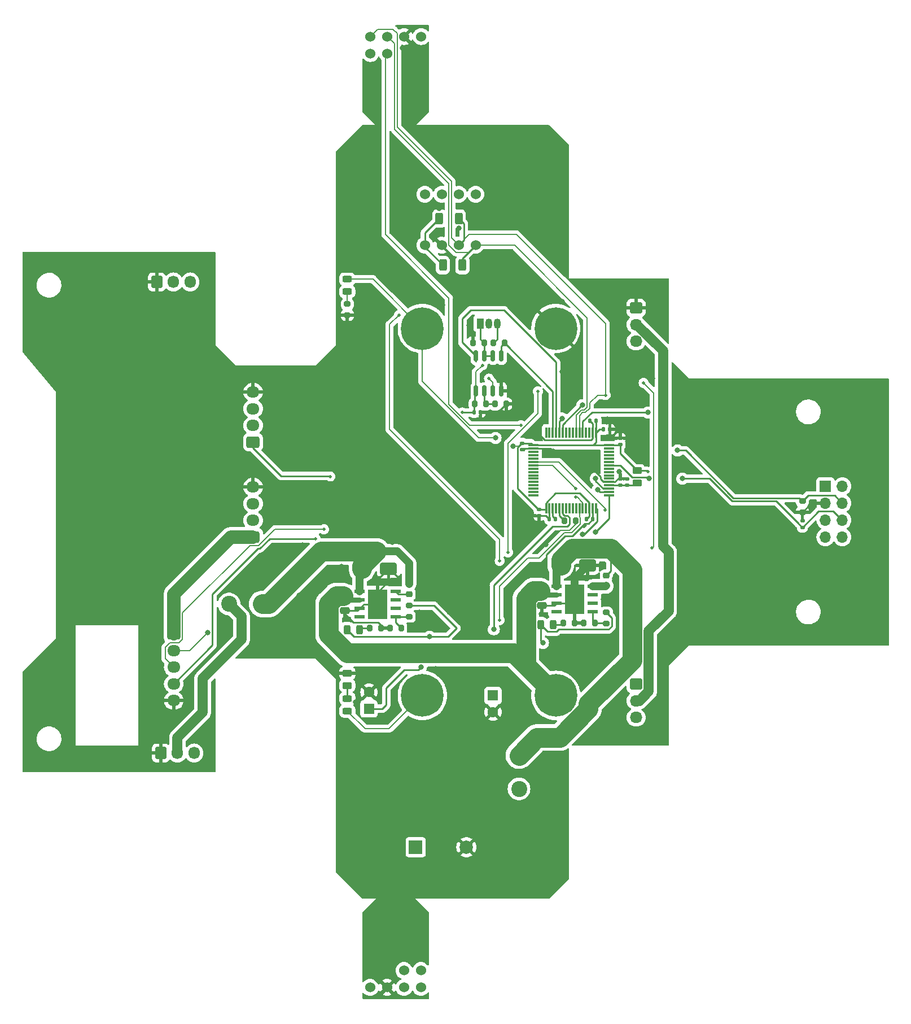
<source format=gbr>
%TF.GenerationSoftware,KiCad,Pcbnew,7.0.9*%
%TF.CreationDate,2025-02-06T15:14:37+09:00*%
%TF.ProjectId,01-MAIN,30312d4d-4149-44e2-9e6b-696361645f70,rev?*%
%TF.SameCoordinates,Original*%
%TF.FileFunction,Copper,L2,Bot*%
%TF.FilePolarity,Positive*%
%FSLAX46Y46*%
G04 Gerber Fmt 4.6, Leading zero omitted, Abs format (unit mm)*
G04 Created by KiCad (PCBNEW 7.0.9) date 2025-02-06 15:14:37*
%MOMM*%
%LPD*%
G01*
G04 APERTURE LIST*
G04 Aperture macros list*
%AMRoundRect*
0 Rectangle with rounded corners*
0 $1 Rounding radius*
0 $2 $3 $4 $5 $6 $7 $8 $9 X,Y pos of 4 corners*
0 Add a 4 corners polygon primitive as box body*
4,1,4,$2,$3,$4,$5,$6,$7,$8,$9,$2,$3,0*
0 Add four circle primitives for the rounded corners*
1,1,$1+$1,$2,$3*
1,1,$1+$1,$4,$5*
1,1,$1+$1,$6,$7*
1,1,$1+$1,$8,$9*
0 Add four rect primitives between the rounded corners*
20,1,$1+$1,$2,$3,$4,$5,0*
20,1,$1+$1,$4,$5,$6,$7,0*
20,1,$1+$1,$6,$7,$8,$9,0*
20,1,$1+$1,$8,$9,$2,$3,0*%
G04 Aperture macros list end*
%TA.AperFunction,SMDPad,CuDef*%
%ADD10RoundRect,0.250000X0.312500X0.625000X-0.312500X0.625000X-0.312500X-0.625000X0.312500X-0.625000X0*%
%TD*%
%TA.AperFunction,SMDPad,CuDef*%
%ADD11RoundRect,0.250000X-0.312500X-0.625000X0.312500X-0.625000X0.312500X0.625000X-0.312500X0.625000X0*%
%TD*%
%TA.AperFunction,ComponentPad*%
%ADD12RoundRect,0.250000X0.725000X-0.600000X0.725000X0.600000X-0.725000X0.600000X-0.725000X-0.600000X0*%
%TD*%
%TA.AperFunction,ComponentPad*%
%ADD13O,1.950000X1.700000*%
%TD*%
%TA.AperFunction,ComponentPad*%
%ADD14C,0.800000*%
%TD*%
%TA.AperFunction,ComponentPad*%
%ADD15C,6.400000*%
%TD*%
%TA.AperFunction,ComponentPad*%
%ADD16RoundRect,0.250000X-0.725000X0.600000X-0.725000X-0.600000X0.725000X-0.600000X0.725000X0.600000X0*%
%TD*%
%TA.AperFunction,ComponentPad*%
%ADD17RoundRect,0.250000X-0.675000X0.600000X-0.675000X-0.600000X0.675000X-0.600000X0.675000X0.600000X0*%
%TD*%
%TA.AperFunction,ComponentPad*%
%ADD18O,1.850000X1.700000*%
%TD*%
%TA.AperFunction,ComponentPad*%
%ADD19R,1.050000X1.500000*%
%TD*%
%TA.AperFunction,ComponentPad*%
%ADD20O,1.050000X1.500000*%
%TD*%
%TA.AperFunction,ComponentPad*%
%ADD21RoundRect,0.250000X-0.600000X-0.675000X0.600000X-0.675000X0.600000X0.675000X-0.600000X0.675000X0*%
%TD*%
%TA.AperFunction,ComponentPad*%
%ADD22O,1.700000X1.850000*%
%TD*%
%TA.AperFunction,ComponentPad*%
%ADD23C,2.400000*%
%TD*%
%TA.AperFunction,ComponentPad*%
%ADD24R,1.600000X1.600000*%
%TD*%
%TA.AperFunction,ComponentPad*%
%ADD25C,1.600000*%
%TD*%
%TA.AperFunction,ComponentPad*%
%ADD26C,1.524000*%
%TD*%
%TA.AperFunction,ComponentPad*%
%ADD27R,2.000000X2.000000*%
%TD*%
%TA.AperFunction,ComponentPad*%
%ADD28C,2.000000*%
%TD*%
%TA.AperFunction,SMDPad,CuDef*%
%ADD29RoundRect,0.243750X-0.456250X0.243750X-0.456250X-0.243750X0.456250X-0.243750X0.456250X0.243750X0*%
%TD*%
%TA.AperFunction,SMDPad,CuDef*%
%ADD30R,1.550000X0.600000*%
%TD*%
%TA.AperFunction,ComponentPad*%
%ADD31C,0.600000*%
%TD*%
%TA.AperFunction,SMDPad,CuDef*%
%ADD32R,2.600000X3.100000*%
%TD*%
%TA.AperFunction,SMDPad,CuDef*%
%ADD33R,2.950000X4.500000*%
%TD*%
%TA.AperFunction,SMDPad,CuDef*%
%ADD34RoundRect,0.140000X-0.170000X0.140000X-0.170000X-0.140000X0.170000X-0.140000X0.170000X0.140000X0*%
%TD*%
%TA.AperFunction,SMDPad,CuDef*%
%ADD35RoundRect,0.243750X0.243750X0.456250X-0.243750X0.456250X-0.243750X-0.456250X0.243750X-0.456250X0*%
%TD*%
%TA.AperFunction,SMDPad,CuDef*%
%ADD36RoundRect,0.225000X0.250000X-0.225000X0.250000X0.225000X-0.250000X0.225000X-0.250000X-0.225000X0*%
%TD*%
%TA.AperFunction,SMDPad,CuDef*%
%ADD37RoundRect,0.200000X-0.200000X-0.275000X0.200000X-0.275000X0.200000X0.275000X-0.200000X0.275000X0*%
%TD*%
%TA.AperFunction,ComponentPad*%
%ADD38R,1.700000X1.700000*%
%TD*%
%TA.AperFunction,ComponentPad*%
%ADD39O,1.700000X1.700000*%
%TD*%
%TA.AperFunction,SMDPad,CuDef*%
%ADD40RoundRect,0.200000X0.275000X-0.200000X0.275000X0.200000X-0.275000X0.200000X-0.275000X-0.200000X0*%
%TD*%
%TA.AperFunction,SMDPad,CuDef*%
%ADD41RoundRect,0.140000X0.140000X0.170000X-0.140000X0.170000X-0.140000X-0.170000X0.140000X-0.170000X0*%
%TD*%
%TA.AperFunction,SMDPad,CuDef*%
%ADD42RoundRect,0.200000X-0.275000X0.200000X-0.275000X-0.200000X0.275000X-0.200000X0.275000X0.200000X0*%
%TD*%
%TA.AperFunction,SMDPad,CuDef*%
%ADD43RoundRect,0.200000X0.200000X0.275000X-0.200000X0.275000X-0.200000X-0.275000X0.200000X-0.275000X0*%
%TD*%
%TA.AperFunction,SMDPad,CuDef*%
%ADD44RoundRect,0.075000X0.700000X0.075000X-0.700000X0.075000X-0.700000X-0.075000X0.700000X-0.075000X0*%
%TD*%
%TA.AperFunction,SMDPad,CuDef*%
%ADD45RoundRect,0.075000X0.075000X0.700000X-0.075000X0.700000X-0.075000X-0.700000X0.075000X-0.700000X0*%
%TD*%
%TA.AperFunction,SMDPad,CuDef*%
%ADD46RoundRect,0.140000X-0.140000X-0.170000X0.140000X-0.170000X0.140000X0.170000X-0.140000X0.170000X0*%
%TD*%
%TA.AperFunction,SMDPad,CuDef*%
%ADD47RoundRect,0.250000X-0.475000X0.250000X-0.475000X-0.250000X0.475000X-0.250000X0.475000X0.250000X0*%
%TD*%
%TA.AperFunction,SMDPad,CuDef*%
%ADD48RoundRect,0.150000X-0.150000X0.675000X-0.150000X-0.675000X0.150000X-0.675000X0.150000X0.675000X0*%
%TD*%
%TA.AperFunction,SMDPad,CuDef*%
%ADD49RoundRect,0.250000X-0.450000X0.262500X-0.450000X-0.262500X0.450000X-0.262500X0.450000X0.262500X0*%
%TD*%
%TA.AperFunction,SMDPad,CuDef*%
%ADD50RoundRect,0.140000X0.170000X-0.140000X0.170000X0.140000X-0.170000X0.140000X-0.170000X-0.140000X0*%
%TD*%
%TA.AperFunction,SMDPad,CuDef*%
%ADD51RoundRect,0.250000X-1.000000X-0.650000X1.000000X-0.650000X1.000000X0.650000X-1.000000X0.650000X0*%
%TD*%
%TA.AperFunction,SMDPad,CuDef*%
%ADD52RoundRect,0.243750X0.456250X-0.243750X0.456250X0.243750X-0.456250X0.243750X-0.456250X-0.243750X0*%
%TD*%
%TA.AperFunction,ViaPad*%
%ADD53C,0.800000*%
%TD*%
%TA.AperFunction,ViaPad*%
%ADD54C,0.500000*%
%TD*%
%TA.AperFunction,Conductor*%
%ADD55C,0.250000*%
%TD*%
%TA.AperFunction,Conductor*%
%ADD56C,0.200000*%
%TD*%
%TA.AperFunction,Conductor*%
%ADD57C,1.200000*%
%TD*%
%TA.AperFunction,Conductor*%
%ADD58C,2.000000*%
%TD*%
%TA.AperFunction,Conductor*%
%ADD59C,0.800000*%
%TD*%
%TA.AperFunction,Conductor*%
%ADD60C,3.000000*%
%TD*%
%TA.AperFunction,Conductor*%
%ADD61C,1.500000*%
%TD*%
G04 APERTURE END LIST*
D10*
%TO.P,R10,1*%
%TO.N,I2C1_SCL*%
X136000000Y-63000000D03*
%TO.P,R10,2*%
%TO.N,+3V3*%
X133075000Y-63000000D03*
%TD*%
D11*
%TO.P,R9,1*%
%TO.N,+3V3*%
X132537500Y-56000000D03*
%TO.P,R9,2*%
%TO.N,I2C1_SDA*%
X135462500Y-56000000D03*
%TD*%
D12*
%TO.P,J1,1,Pin_1*%
%TO.N,+5V*%
X104610214Y-89525000D03*
D13*
%TO.P,J1,2,Pin_2*%
%TO.N,UART4_TX*%
X104610214Y-87025000D03*
%TO.P,J1,3,Pin_3*%
%TO.N,UART4_RX*%
X104610214Y-84525000D03*
%TO.P,J1,4,Pin_4*%
%TO.N,GND*%
X104610214Y-82025000D03*
%TD*%
D14*
%TO.P,H4,1,1*%
%TO.N,+5V*%
X127600000Y-127500000D03*
X128302944Y-125802944D03*
X128302944Y-129197056D03*
X130000000Y-125100000D03*
D15*
X130000000Y-127500000D03*
D14*
X130000000Y-129900000D03*
X131697056Y-125802944D03*
X131697056Y-129197056D03*
X132400000Y-127500000D03*
%TD*%
D16*
%TO.P,J3,1,Pin_1*%
%TO.N,+5V*%
X92710000Y-118270000D03*
D13*
%TO.P,J3,2,Pin_2*%
%TO.N,+3V3*%
X92710000Y-120770000D03*
%TO.P,J3,3,Pin_3*%
%TO.N,UART2_TX*%
X92710000Y-123270000D03*
%TO.P,J3,4,Pin_4*%
%TO.N,UART2_RX*%
X92710000Y-125770000D03*
%TO.P,J3,5,Pin_5*%
%TO.N,GND*%
X92710000Y-128270000D03*
%TD*%
D17*
%TO.P,J5,1,Pin_1*%
%TO.N,GND*%
X162052000Y-69422000D03*
D18*
%TO.P,J5,2,Pin_2*%
%TO.N,Net-(D7-A)*%
X162052000Y-71922000D03*
%TO.P,J5,3,Pin_3*%
%TO.N,STS_SIG*%
X162052000Y-74422000D03*
%TD*%
D19*
%TO.P,Q1,1,E*%
%TO.N,Net-(Q1-E)*%
X138684000Y-71734000D03*
D20*
%TO.P,Q1,2,C*%
%TO.N,+5V*%
X139954000Y-71734000D03*
%TO.P,Q1,3,B*%
%TO.N,Net-(Q1-B)*%
X141224000Y-71734000D03*
%TD*%
D21*
%TO.P,J8,1,Pin_1*%
%TO.N,GND*%
X90170000Y-65532000D03*
D22*
%TO.P,J8,2,Pin_2*%
%TO.N,Net-(D8-A)*%
X92670000Y-65532000D03*
%TO.P,J8,3,Pin_3*%
%TO.N,STS_SIG*%
X95170000Y-65532000D03*
%TD*%
D23*
%TO.P,L2,1*%
%TO.N,Net-(D6-K)*%
X106005000Y-113792000D03*
%TO.P,L2,2*%
%TO.N,Net-(D8-A)*%
X101005000Y-113792000D03*
%TD*%
D21*
%TO.P,J7,1,Pin_1*%
%TO.N,GND*%
X90758000Y-136144000D03*
D22*
%TO.P,J7,2,Pin_2*%
%TO.N,Net-(D8-A)*%
X93258000Y-136144000D03*
%TO.P,J7,3,Pin_3*%
%TO.N,STS_SIG*%
X95758000Y-136144000D03*
%TD*%
D24*
%TO.P,C18,1*%
%TO.N,Net-(D7-A)*%
X140589000Y-127500000D03*
D25*
%TO.P,C18,2*%
%TO.N,GND*%
X140589000Y-130000000D03*
%TD*%
D14*
%TO.P,H2,1,1*%
%TO.N,GND*%
X147600000Y-72500000D03*
X148302944Y-70802944D03*
X148302944Y-74197056D03*
X150000000Y-70100000D03*
D15*
X150000000Y-72500000D03*
D14*
X150000000Y-74900000D03*
X151697056Y-70802944D03*
X151697056Y-74197056D03*
X152400000Y-72500000D03*
%TD*%
D26*
%TO.P,U5,1,3V3*%
%TO.N,+3V3*%
X122174000Y-171270000D03*
%TO.P,U5,2,GND*%
%TO.N,GND*%
X124714000Y-171270000D03*
%TO.P,U5,3,SCL*%
%TO.N,I2C1_SCL*%
X127254000Y-171270000D03*
%TO.P,U5,4,SDA*%
%TO.N,I2C1_SDA*%
X129794000Y-171270000D03*
%TO.P,U5,5,XSHUT*%
%TO.N,XSHUT2*%
X127254000Y-168730000D03*
%TO.P,U5,6,GPIO*%
%TO.N,unconnected-(U5-GPIO-Pad6)*%
X129794000Y-168730000D03*
%TD*%
D17*
%TO.P,J6,1,Pin_1*%
%TO.N,GND*%
X162052000Y-125810000D03*
D18*
%TO.P,J6,2,Pin_2*%
%TO.N,Net-(D7-A)*%
X162052000Y-128310000D03*
%TO.P,J6,3,Pin_3*%
%TO.N,STS_SIG*%
X162052000Y-130810000D03*
%TD*%
D14*
%TO.P,H3,1,1*%
%TO.N,+3V3*%
X127600000Y-72500000D03*
X128302944Y-70802944D03*
X128302944Y-74197056D03*
X130000000Y-70100000D03*
D15*
X130000000Y-72500000D03*
D14*
X130000000Y-74900000D03*
X131697056Y-70802944D03*
X131697056Y-74197056D03*
X132400000Y-72500000D03*
%TD*%
D26*
%TO.P,U3,1,3V3*%
%TO.N,+3V3*%
X129810000Y-28730000D03*
%TO.P,U3,2,GND*%
%TO.N,GND*%
X127270000Y-28730000D03*
%TO.P,U3,3,SCL*%
%TO.N,I2C1_SCL*%
X124730000Y-28730000D03*
%TO.P,U3,4,SDA*%
%TO.N,I2C1_SDA*%
X122190000Y-28730000D03*
%TO.P,U3,5,XSHUT*%
%TO.N,XSHUT1*%
X124730000Y-31270000D03*
%TO.P,U3,6,GPIO*%
%TO.N,unconnected-(U3-GPIO-Pad6)*%
X122190000Y-31270000D03*
%TD*%
D12*
%TO.P,J2,1,Pin_1*%
%TO.N,+5V*%
X104610214Y-103759000D03*
D13*
%TO.P,J2,2,Pin_2*%
%TO.N,UART5_TX*%
X104610214Y-101259000D03*
%TO.P,J2,3,Pin_3*%
%TO.N,UART5_RX*%
X104610214Y-98759000D03*
%TO.P,J2,4,Pin_4*%
%TO.N,GND*%
X104610214Y-96259000D03*
%TD*%
D26*
%TO.P,U4,1,VIN*%
%TO.N,+3V3*%
X130380000Y-60000000D03*
%TO.P,U4,2,GND*%
%TO.N,GND*%
X132920000Y-60000000D03*
%TO.P,U4,3,SDA*%
%TO.N,I2C1_SDA*%
X135460000Y-60000000D03*
%TO.P,U4,4,SCL*%
%TO.N,I2C1_SCL*%
X138000000Y-60000000D03*
%TO.P,U4,5,RST*%
%TO.N,unconnected-(U4-RST-Pad5)*%
X138000000Y-52380000D03*
%TO.P,U4,6,INT*%
%TO.N,unconnected-(U4-INT-Pad6)*%
X135460000Y-52380000D03*
%TO.P,U4,7,GND*%
%TO.N,unconnected-(U4-GND-Pad7)*%
X132920000Y-52380000D03*
%TO.P,U4,8,VOUT*%
%TO.N,unconnected-(U4-VOUT-Pad8)*%
X130380000Y-52380000D03*
%TD*%
D24*
%TO.P,C19,1*%
%TO.N,Net-(D8-A)*%
X122000000Y-129500000D03*
D25*
%TO.P,C19,2*%
%TO.N,GND*%
X122000000Y-127000000D03*
%TD*%
D27*
%TO.P,BZ1,1,-*%
%TO.N,buzzer*%
X129000000Y-150241000D03*
D28*
%TO.P,BZ1,2,+*%
%TO.N,GND*%
X136600000Y-150241000D03*
%TD*%
D23*
%TO.P,L1,1*%
%TO.N,Net-(D5-K)*%
X144500000Y-136500000D03*
%TO.P,L1,2*%
%TO.N,Net-(D7-A)*%
X144500000Y-141500000D03*
%TD*%
D14*
%TO.P,H1,1,1*%
%TO.N,VDD*%
X147600000Y-127500000D03*
X148302944Y-125802944D03*
X148302944Y-129197056D03*
X150000000Y-125100000D03*
D15*
X150000000Y-127500000D03*
D14*
X150000000Y-129900000D03*
X151697056Y-125802944D03*
X151697056Y-129197056D03*
X152400000Y-127500000D03*
%TD*%
D29*
%TO.P,D2,1,K*%
%TO.N,Net-(D2-K)*%
X118745000Y-127967500D03*
%TO.P,D2,2,A*%
%TO.N,+5V*%
X118745000Y-129842500D03*
%TD*%
D30*
%TO.P,U8,1,BOOT*%
%TO.N,Net-(U8-BOOT)*%
X125982000Y-111928000D03*
%TO.P,U8,2,NC*%
%TO.N,unconnected-(U8-NC-Pad2)*%
X125982000Y-113198000D03*
%TO.P,U8,3,NC*%
%TO.N,unconnected-(U8-NC-Pad3)*%
X125982000Y-114468000D03*
%TO.P,U8,4,VSENSE*%
%TO.N,Net-(U8-VSENSE)*%
X125982000Y-115738000D03*
%TO.P,U8,5,EN*%
%TO.N,unconnected-(U8-EN-Pad5)*%
X120582000Y-115738000D03*
%TO.P,U8,6,GND*%
%TO.N,GND*%
X120582000Y-114468000D03*
%TO.P,U8,7,VIN*%
%TO.N,VDD*%
X120582000Y-113198000D03*
%TO.P,U8,8,PH*%
%TO.N,Net-(D6-K)*%
X120582000Y-111928000D03*
D31*
%TO.P,U8,9,GNDPAD*%
%TO.N,GND*%
X123882000Y-115633000D03*
X123882000Y-114533000D03*
X123882000Y-113233000D03*
X123882000Y-112033000D03*
D32*
X123282000Y-113833000D03*
D33*
X123282000Y-113833000D03*
D31*
X122682000Y-115633000D03*
X122682000Y-114533000D03*
X122682000Y-113233000D03*
X122682000Y-112033000D03*
%TD*%
D34*
%TO.P,C10,1*%
%TO.N,GND*%
X159679000Y-95016000D03*
%TO.P,C10,2*%
%TO.N,Net-(U1-VDDA)*%
X159679000Y-95976000D03*
%TD*%
D35*
%TO.P,D7,1,K*%
%TO.N,Net-(D7-K)*%
X149636500Y-116916000D03*
%TO.P,D7,2,A*%
%TO.N,Net-(D7-A)*%
X147761500Y-116916000D03*
%TD*%
D36*
%TO.P,C17,1*%
%TO.N,Net-(U8-BOOT)*%
X128016000Y-112344000D03*
%TO.P,C17,2*%
%TO.N,Net-(D6-K)*%
X128016000Y-110794000D03*
%TD*%
D37*
%TO.P,R18,1*%
%TO.N,Net-(D8-K)*%
X122111000Y-117411000D03*
%TO.P,R18,2*%
%TO.N,GND*%
X123761000Y-117411000D03*
%TD*%
D30*
%TO.P,U7,1,BOOT*%
%TO.N,Net-(U7-BOOT)*%
X155555000Y-111179000D03*
%TO.P,U7,2,NC*%
%TO.N,unconnected-(U7-NC-Pad2)*%
X155555000Y-112449000D03*
%TO.P,U7,3,NC*%
%TO.N,unconnected-(U7-NC-Pad3)*%
X155555000Y-113719000D03*
%TO.P,U7,4,VSENSE*%
%TO.N,Net-(U7-VSENSE)*%
X155555000Y-114989000D03*
%TO.P,U7,5,EN*%
%TO.N,unconnected-(U7-EN-Pad5)*%
X150155000Y-114989000D03*
%TO.P,U7,6,GND*%
%TO.N,GND*%
X150155000Y-113719000D03*
%TO.P,U7,7,VIN*%
%TO.N,VDD*%
X150155000Y-112449000D03*
%TO.P,U7,8,PH*%
%TO.N,Net-(D5-K)*%
X150155000Y-111179000D03*
D31*
%TO.P,U7,9,GNDPAD*%
%TO.N,GND*%
X153455000Y-114884000D03*
X153455000Y-113784000D03*
X153455000Y-112484000D03*
X153455000Y-111284000D03*
D32*
X152855000Y-113084000D03*
D33*
X152855000Y-113084000D03*
D31*
X152255000Y-114884000D03*
X152255000Y-113784000D03*
X152255000Y-112484000D03*
X152255000Y-111284000D03*
%TD*%
D38*
%TO.P,J9,1,Pin_1*%
%TO.N,+3V3*%
X190460000Y-96150000D03*
D39*
%TO.P,J9,2,Pin_2*%
%TO.N,unconnected-(J9-Pin_2-Pad2)*%
X193000000Y-96150000D03*
%TO.P,J9,3,Pin_3*%
%TO.N,GND*%
X190460000Y-98690000D03*
%TO.P,J9,4,Pin_4*%
%TO.N,BOOT0*%
X193000000Y-98690000D03*
%TO.P,J9,5,Pin_5*%
%TO.N,UART1_TX*%
X190460000Y-101230000D03*
%TO.P,J9,6,Pin_6*%
%TO.N,NRST*%
X193000000Y-101230000D03*
%TO.P,J9,7,Pin_7*%
%TO.N,UART1_RX*%
X190460000Y-103770000D03*
%TO.P,J9,8,Pin_8*%
%TO.N,unconnected-(J9-Pin_8-Pad8)*%
X193000000Y-103770000D03*
%TD*%
D40*
%TO.P,R7,1*%
%TO.N,GND*%
X118745000Y-70485000D03*
%TO.P,R7,2*%
%TO.N,Net-(D1-K)*%
X118745000Y-68835000D03*
%TD*%
D41*
%TO.P,C4,1*%
%TO.N,GND*%
X155587000Y-101084000D03*
%TO.P,C4,2*%
%TO.N,+3V3*%
X154627000Y-101084000D03*
%TD*%
D37*
%TO.P,R17,1*%
%TO.N,Net-(D7-K)*%
X151176000Y-116662000D03*
%TO.P,R17,2*%
%TO.N,GND*%
X152826000Y-116662000D03*
%TD*%
D42*
%TO.P,R15,1*%
%TO.N,Net-(D8-A)*%
X128016000Y-114046000D03*
%TO.P,R15,2*%
%TO.N,Net-(U8-VSENSE)*%
X128016000Y-115696000D03*
%TD*%
D37*
%TO.P,R1,1*%
%TO.N,Net-(Q1-B)*%
X140653000Y-74676000D03*
%TO.P,R1,2*%
%TO.N,UART3_TX*%
X142303000Y-74676000D03*
%TD*%
%TO.P,R4,1*%
%TO.N,+5V*%
X137859000Y-83820000D03*
%TO.P,R4,2*%
%TO.N,Net-(U2-B)*%
X139509000Y-83820000D03*
%TD*%
D43*
%TO.P,R3,1*%
%TO.N,Net-(Q1-E)*%
X139255000Y-74676000D03*
%TO.P,R3,2*%
%TO.N,GND*%
X137605000Y-74676000D03*
%TD*%
D44*
%TO.P,U1,1,VBAT*%
%TO.N,+3V3*%
X157988000Y-90004000D03*
%TO.P,U1,2,PC13*%
%TO.N,unconnected-(U1-PC13-Pad2)*%
X157988000Y-90504000D03*
%TO.P,U1,3,PC14*%
%TO.N,unconnected-(U1-PC14-Pad3)*%
X157988000Y-91004000D03*
%TO.P,U1,4,PC15*%
%TO.N,unconnected-(U1-PC15-Pad4)*%
X157988000Y-91504000D03*
%TO.P,U1,5,PH0*%
%TO.N,unconnected-(U1-PH0-Pad5)*%
X157988000Y-92004000D03*
%TO.P,U1,6,PH1*%
%TO.N,unconnected-(U1-PH1-Pad6)*%
X157988000Y-92504000D03*
%TO.P,U1,7,NRST*%
%TO.N,NRST*%
X157988000Y-93004000D03*
%TO.P,U1,8,PC0*%
%TO.N,unconnected-(U1-PC0-Pad8)*%
X157988000Y-93504000D03*
%TO.P,U1,9,PC1*%
%TO.N,unconnected-(U1-PC1-Pad9)*%
X157988000Y-94004000D03*
%TO.P,U1,10,PC2*%
%TO.N,unconnected-(U1-PC2-Pad10)*%
X157988000Y-94504000D03*
%TO.P,U1,11,PC3*%
%TO.N,unconnected-(U1-PC3-Pad11)*%
X157988000Y-95004000D03*
%TO.P,U1,12,VSSA*%
%TO.N,GND*%
X157988000Y-95504000D03*
%TO.P,U1,13,VDDA*%
%TO.N,Net-(U1-VDDA)*%
X157988000Y-96004000D03*
%TO.P,U1,14,PA0*%
%TO.N,UART4_TX*%
X157988000Y-96504000D03*
%TO.P,U1,15,PA1*%
%TO.N,UART4_RX*%
X157988000Y-97004000D03*
%TO.P,U1,16,PA2*%
%TO.N,UART2_TX*%
X157988000Y-97504000D03*
D45*
%TO.P,U1,17,PA3*%
%TO.N,UART2_RX*%
X156063000Y-99429000D03*
%TO.P,U1,18,VSS*%
%TO.N,GND*%
X155563000Y-99429000D03*
%TO.P,U1,19,VDD*%
%TO.N,+3V3*%
X155063000Y-99429000D03*
%TO.P,U1,20,PA4*%
%TO.N,unconnected-(U1-PA4-Pad20)*%
X154563000Y-99429000D03*
%TO.P,U1,21,PA5*%
%TO.N,XSHUT1*%
X154063000Y-99429000D03*
%TO.P,U1,22,PA6*%
%TO.N,XSHUT2*%
X153563000Y-99429000D03*
%TO.P,U1,23,PA7*%
%TO.N,unconnected-(U1-PA7-Pad23)*%
X153063000Y-99429000D03*
%TO.P,U1,24,PC4*%
%TO.N,unconnected-(U1-PC4-Pad24)*%
X152563000Y-99429000D03*
%TO.P,U1,25,PC5*%
%TO.N,unconnected-(U1-PC5-Pad25)*%
X152063000Y-99429000D03*
%TO.P,U1,26,PB0*%
%TO.N,unconnected-(U1-PB0-Pad26)*%
X151563000Y-99429000D03*
%TO.P,U1,27,PB1*%
%TO.N,buzzer*%
X151063000Y-99429000D03*
%TO.P,U1,28,PB2*%
%TO.N,Net-(U1-PB2)*%
X150563000Y-99429000D03*
%TO.P,U1,29,PB10*%
%TO.N,I2C2_SCL*%
X150063000Y-99429000D03*
%TO.P,U1,30,VCAP_1*%
%TO.N,Net-(U1-VCAP_1)*%
X149563000Y-99429000D03*
%TO.P,U1,31,VSS*%
%TO.N,GND*%
X149063000Y-99429000D03*
%TO.P,U1,32,VDD*%
%TO.N,+3V3*%
X148563000Y-99429000D03*
D44*
%TO.P,U1,33,PB12*%
%TO.N,unconnected-(U1-PB12-Pad33)*%
X146638000Y-97504000D03*
%TO.P,U1,34,PB13*%
%TO.N,unconnected-(U1-PB13-Pad34)*%
X146638000Y-97004000D03*
%TO.P,U1,35,PB14*%
%TO.N,unconnected-(U1-PB14-Pad35)*%
X146638000Y-96504000D03*
%TO.P,U1,36,PB15*%
%TO.N,unconnected-(U1-PB15-Pad36)*%
X146638000Y-96004000D03*
%TO.P,U1,37,PC6*%
%TO.N,UART6_TX*%
X146638000Y-95504000D03*
%TO.P,U1,38,PC7*%
%TO.N,UART6_RX*%
X146638000Y-95004000D03*
%TO.P,U1,39,PC8*%
%TO.N,unconnected-(U1-PC8-Pad39)*%
X146638000Y-94504000D03*
%TO.P,U1,40,PC9*%
%TO.N,unconnected-(U1-PC9-Pad40)*%
X146638000Y-94004000D03*
%TO.P,U1,41,PA8*%
%TO.N,unconnected-(U1-PA8-Pad41)*%
X146638000Y-93504000D03*
%TO.P,U1,42,PA9*%
%TO.N,UART1_TX*%
X146638000Y-93004000D03*
%TO.P,U1,43,PA10*%
%TO.N,UART1_RX*%
X146638000Y-92504000D03*
%TO.P,U1,44,PA11*%
%TO.N,unconnected-(U1-PA11-Pad44)*%
X146638000Y-92004000D03*
%TO.P,U1,45,PA12*%
%TO.N,unconnected-(U1-PA12-Pad45)*%
X146638000Y-91504000D03*
%TO.P,U1,46,PA13*%
%TO.N,unconnected-(U1-PA13-Pad46)*%
X146638000Y-91004000D03*
%TO.P,U1,47,VSS*%
%TO.N,GND*%
X146638000Y-90504000D03*
%TO.P,U1,48,VDD*%
%TO.N,+3V3*%
X146638000Y-90004000D03*
D45*
%TO.P,U1,49,PA14*%
%TO.N,unconnected-(U1-PA14-Pad49)*%
X148563000Y-88079000D03*
%TO.P,U1,50,PA15*%
%TO.N,unconnected-(U1-PA15-Pad50)*%
X149063000Y-88079000D03*
%TO.P,U1,51,PC10*%
%TO.N,UART3_TX*%
X149563000Y-88079000D03*
%TO.P,U1,52,PC11*%
%TO.N,UART3_RX*%
X150063000Y-88079000D03*
%TO.P,U1,53,PC12*%
%TO.N,UART5_TX*%
X150563000Y-88079000D03*
%TO.P,U1,54,PD2*%
%TO.N,UART5_RX*%
X151063000Y-88079000D03*
%TO.P,U1,55,PB3*%
%TO.N,I2C2_SDA*%
X151563000Y-88079000D03*
%TO.P,U1,56,PB4*%
%TO.N,unconnected-(U1-PB4-Pad56)*%
X152063000Y-88079000D03*
%TO.P,U1,57,PB5*%
%TO.N,unconnected-(U1-PB5-Pad57)*%
X152563000Y-88079000D03*
%TO.P,U1,58,PB6*%
%TO.N,I2C1_SCL*%
X153063000Y-88079000D03*
%TO.P,U1,59,PB7*%
%TO.N,I2C1_SDA*%
X153563000Y-88079000D03*
%TO.P,U1,60,BOOT0*%
%TO.N,BOOT0*%
X154063000Y-88079000D03*
%TO.P,U1,61,PB8*%
%TO.N,unconnected-(U1-PB8-Pad61)*%
X154563000Y-88079000D03*
%TO.P,U1,62,PB9*%
%TO.N,Battery_obs*%
X155063000Y-88079000D03*
%TO.P,U1,63,VSS*%
%TO.N,GND*%
X155563000Y-88079000D03*
%TO.P,U1,64,VDD*%
%TO.N,+3V3*%
X156063000Y-88079000D03*
%TD*%
D43*
%TO.P,R14,1*%
%TO.N,Net-(U7-VSENSE)*%
X155874000Y-116662000D03*
%TO.P,R14,2*%
%TO.N,GND*%
X154224000Y-116662000D03*
%TD*%
D34*
%TO.P,C11,1*%
%TO.N,GND*%
X160695000Y-95016000D03*
%TO.P,C11,2*%
%TO.N,Net-(U1-VDDA)*%
X160695000Y-95976000D03*
%TD*%
D46*
%TO.P,C9,1*%
%TO.N,+5V*%
X137724000Y-85090000D03*
%TO.P,C9,2*%
%TO.N,GND*%
X138684000Y-85090000D03*
%TD*%
D37*
%TO.P,R6,1*%
%TO.N,Net-(U1-PB2)*%
X151321000Y-101346000D03*
%TO.P,R6,2*%
%TO.N,GND*%
X152971000Y-101346000D03*
%TD*%
D47*
%TO.P,C15,1*%
%TO.N,VDD*%
X118364000Y-112905000D03*
%TO.P,C15,2*%
%TO.N,GND*%
X118364000Y-114805000D03*
%TD*%
D48*
%TO.P,U2,1,RO*%
%TO.N,UART3_RX*%
X138049000Y-76623000D03*
%TO.P,U2,2,~{RE}*%
%TO.N,Net-(Q1-E)*%
X139319000Y-76623000D03*
%TO.P,U2,3,DE*%
X140589000Y-76623000D03*
%TO.P,U2,4,DI*%
%TO.N,UART3_TX*%
X141859000Y-76623000D03*
%TO.P,U2,5,GND*%
%TO.N,GND*%
X141859000Y-81873000D03*
%TO.P,U2,6,A*%
%TO.N,STS_SIG*%
X140589000Y-81873000D03*
%TO.P,U2,7,B*%
%TO.N,Net-(U2-B)*%
X139319000Y-81873000D03*
%TO.P,U2,8,VCC*%
%TO.N,+5V*%
X138049000Y-81873000D03*
%TD*%
D42*
%TO.P,R13,1*%
%TO.N,Net-(D7-A)*%
X157589000Y-115075000D03*
%TO.P,R13,2*%
%TO.N,Net-(U7-VSENSE)*%
X157589000Y-116725000D03*
%TD*%
D47*
%TO.P,C14,1*%
%TO.N,VDD*%
X147937000Y-112156000D03*
%TO.P,C14,2*%
%TO.N,GND*%
X147937000Y-114056000D03*
%TD*%
D49*
%TO.P,R8,1*%
%TO.N,GND*%
X118745000Y-124182500D03*
%TO.P,R8,2*%
%TO.N,Net-(D2-K)*%
X118745000Y-126007500D03*
%TD*%
D35*
%TO.P,D8,1,K*%
%TO.N,Net-(D8-K)*%
X120571500Y-117665000D03*
%TO.P,D8,2,A*%
%TO.N,Net-(D8-A)*%
X118696500Y-117665000D03*
%TD*%
D36*
%TO.P,C16,1*%
%TO.N,Net-(U7-BOOT)*%
X157589000Y-111087000D03*
%TO.P,C16,2*%
%TO.N,Net-(D5-K)*%
X157589000Y-109537000D03*
%TD*%
D50*
%TO.P,C5,1*%
%TO.N,GND*%
X147487000Y-100576000D03*
%TO.P,C5,2*%
%TO.N,+3V3*%
X147487000Y-99616000D03*
%TD*%
D42*
%TO.P,R2,1*%
%TO.N,BOOT0*%
X187000000Y-98362000D03*
%TO.P,R2,2*%
%TO.N,GND*%
X187000000Y-100012000D03*
%TD*%
D43*
%TO.P,R16,1*%
%TO.N,Net-(U8-VSENSE)*%
X126809000Y-117411000D03*
%TO.P,R16,2*%
%TO.N,GND*%
X125159000Y-117411000D03*
%TD*%
D50*
%TO.P,C6,1*%
%TO.N,GND*%
X144947000Y-90642000D03*
%TO.P,C6,2*%
%TO.N,+3V3*%
X144947000Y-89682000D03*
%TD*%
D34*
%TO.P,C1,1*%
%TO.N,GND*%
X187000000Y-101346000D03*
%TO.P,C1,2*%
%TO.N,NRST*%
X187000000Y-102306000D03*
%TD*%
D51*
%TO.P,D6,1,K*%
%TO.N,Net-(D6-K)*%
X120936000Y-108521000D03*
%TO.P,D6,2,A*%
%TO.N,GND*%
X124936000Y-108521000D03*
%TD*%
D43*
%TO.P,R5,1*%
%TO.N,GND*%
X142557000Y-83820000D03*
%TO.P,R5,2*%
%TO.N,Net-(U2-B)*%
X140907000Y-83820000D03*
%TD*%
D51*
%TO.P,D5,1,K*%
%TO.N,Net-(D5-K)*%
X150763000Y-108026000D03*
%TO.P,D5,2,A*%
%TO.N,GND*%
X154763000Y-108026000D03*
%TD*%
D46*
%TO.P,C8,1*%
%TO.N,GND*%
X155135000Y-86352000D03*
%TO.P,C8,2*%
%TO.N,+3V3*%
X156095000Y-86352000D03*
%TD*%
D41*
%TO.P,C2,1*%
%TO.N,Net-(U1-VCAP_1)*%
X149999000Y-101084000D03*
%TO.P,C2,2*%
%TO.N,GND*%
X149039000Y-101084000D03*
%TD*%
D34*
%TO.P,C3,1*%
%TO.N,GND*%
X159679000Y-88920000D03*
%TO.P,C3,2*%
%TO.N,+3V3*%
X159679000Y-89880000D03*
%TD*%
D49*
%TO.P,FB1,1*%
%TO.N,+3V3*%
X162219000Y-93821500D03*
%TO.P,FB1,2*%
%TO.N,Net-(U1-VDDA)*%
X162219000Y-95646500D03*
%TD*%
D46*
%TO.P,C7,1*%
%TO.N,+3V3*%
X157167000Y-87622000D03*
%TO.P,C7,2*%
%TO.N,GND*%
X158127000Y-87622000D03*
%TD*%
D52*
%TO.P,D1,1,K*%
%TO.N,Net-(D1-K)*%
X118745000Y-66977500D03*
%TO.P,D1,2,A*%
%TO.N,+3V3*%
X118745000Y-65102500D03*
%TD*%
D53*
%TO.N,buzzer*%
X140720299Y-117597701D03*
%TO.N,GND*%
X173000000Y-92500000D03*
X164500000Y-80000000D03*
X199000000Y-101500000D03*
X137000000Y-72000000D03*
X122000000Y-43000000D03*
X122500000Y-71500000D03*
X181000000Y-90000000D03*
X184500000Y-92500000D03*
X128500000Y-61000000D03*
X141224000Y-108966000D03*
X127000000Y-68000000D03*
X172500000Y-96500000D03*
X132080000Y-117602000D03*
X122500000Y-63500000D03*
X91500000Y-76000000D03*
X126000000Y-61500000D03*
X71000000Y-73000000D03*
X138500000Y-49500000D03*
X157734000Y-86106000D03*
X158877000Y-109982000D03*
X119000000Y-110500000D03*
X125000000Y-65500000D03*
X127000000Y-30480000D03*
X91500000Y-88000000D03*
X139500000Y-116000000D03*
X148082000Y-121793000D03*
X137287000Y-123825000D03*
X82000000Y-99000000D03*
X146500000Y-130500000D03*
X76000000Y-87000000D03*
X184000000Y-102000000D03*
X112000000Y-105000000D03*
X134112000Y-147193000D03*
X131500000Y-64000000D03*
X188000000Y-96000000D03*
X141000000Y-96000000D03*
X122500000Y-76500000D03*
X86500000Y-75500000D03*
X91500000Y-93500000D03*
X150500000Y-154500000D03*
X177500000Y-96000000D03*
X82000000Y-104000000D03*
X71000000Y-69000000D03*
X82000000Y-110000000D03*
X171000000Y-81000000D03*
X166000000Y-134000000D03*
X138000000Y-129500000D03*
X138000000Y-90500000D03*
X140000000Y-104500000D03*
X129500000Y-113000000D03*
X168148000Y-79502000D03*
X110000000Y-114500000D03*
X125000000Y-69500000D03*
X84000000Y-62000000D03*
X115000000Y-99000000D03*
X175000000Y-111000000D03*
X139000000Y-57000000D03*
X174500000Y-98500000D03*
X86500000Y-96500000D03*
X125730000Y-126873000D03*
X71000000Y-131000000D03*
X199000000Y-106500000D03*
X166370000Y-73152000D03*
X184500000Y-81000000D03*
X127000000Y-87630000D03*
X151000000Y-79000000D03*
X74000000Y-79000000D03*
X159000000Y-79500000D03*
X130000000Y-65500000D03*
X172000000Y-102000000D03*
X177000000Y-102000000D03*
X199000000Y-112000000D03*
X142113000Y-135382000D03*
X120000000Y-94000000D03*
X124587000Y-131318000D03*
X71000000Y-138000000D03*
X171500000Y-119000000D03*
X125857000Y-129921000D03*
X134000000Y-115000000D03*
X140970000Y-100965000D03*
X130500000Y-157000000D03*
X133500000Y-43500000D03*
X125500000Y-44000000D03*
X121500000Y-37500000D03*
X142748000Y-118618000D03*
X124714000Y-147955000D03*
X111500000Y-112500000D03*
X71000000Y-125000000D03*
X76000000Y-92000000D03*
X153500000Y-79000000D03*
X122500000Y-134000000D03*
X162560000Y-86360000D03*
X168000000Y-96500000D03*
X138049000Y-126619000D03*
X90000000Y-111000000D03*
X125000000Y-156000000D03*
X82000000Y-88000000D03*
X144500000Y-57000000D03*
X186500000Y-90000000D03*
X159512000Y-93980000D03*
X132500000Y-58000000D03*
X136500000Y-157000000D03*
X124587000Y-142113000D03*
X128524000Y-117602000D03*
X120142000Y-139065000D03*
X129540000Y-160020000D03*
X134000000Y-126500000D03*
X151000000Y-63500000D03*
X106500000Y-88500000D03*
X129413000Y-137668000D03*
X193000000Y-81000000D03*
X82000000Y-83000000D03*
X148500000Y-43500000D03*
X77000000Y-73000000D03*
X86500000Y-86000000D03*
X132500000Y-54500000D03*
X129000000Y-43500000D03*
X157607000Y-113157000D03*
X98000000Y-138000000D03*
X154000000Y-66000000D03*
X169000000Y-115500000D03*
X131000000Y-96000000D03*
X125500000Y-100000000D03*
X130000000Y-35000000D03*
X76000000Y-97000000D03*
X199000000Y-93000000D03*
X162500000Y-84000000D03*
X143510000Y-77470000D03*
X143500000Y-43500000D03*
X190000000Y-93500000D03*
X147828000Y-115316000D03*
X86000000Y-114000000D03*
X135500000Y-57500000D03*
X134000000Y-141000000D03*
X76000000Y-118000000D03*
X144526000Y-104902000D03*
X130000000Y-31000000D03*
X86500000Y-81000000D03*
X148000000Y-157000000D03*
X110500000Y-119500000D03*
X130000000Y-39500000D03*
X150500000Y-138500000D03*
X125000000Y-89500000D03*
X162000000Y-76500000D03*
X166000000Y-130000000D03*
X130048000Y-166370000D03*
X133000000Y-69000000D03*
X86500000Y-91500000D03*
X128905000Y-76835000D03*
X120015000Y-132588000D03*
X75000000Y-138000000D03*
X99500000Y-91500000D03*
X113500000Y-118000000D03*
X166000000Y-66000000D03*
X144145000Y-85090000D03*
X108000000Y-109000000D03*
X140000000Y-106500000D03*
X113500000Y-114500000D03*
X148556858Y-104868858D03*
X138500000Y-43500000D03*
X190500000Y-119000000D03*
X122500000Y-57000000D03*
X98000000Y-131500000D03*
X112500000Y-121000000D03*
X84000000Y-138000000D03*
X136000000Y-79500000D03*
X159004000Y-121158000D03*
X147193000Y-141986000D03*
X109500000Y-117000000D03*
X143510000Y-139065000D03*
X96000000Y-96500000D03*
X166000000Y-125000000D03*
X105000000Y-107500000D03*
X101000000Y-111500000D03*
X150500000Y-143500000D03*
X143000000Y-157000000D03*
X76000000Y-103000000D03*
X125500000Y-104500000D03*
X138000000Y-138000000D03*
X133858000Y-133858000D03*
X151000000Y-45500000D03*
X78000000Y-62000000D03*
X143000000Y-152500000D03*
X151000000Y-50500000D03*
X122500000Y-49500000D03*
X176000000Y-90000000D03*
X140500000Y-133000000D03*
X199000000Y-85500000D03*
X122500000Y-67000000D03*
X151000000Y-59500000D03*
X157988000Y-88900000D03*
X134112000Y-153289000D03*
X157500000Y-84000000D03*
X91500000Y-98500000D03*
X76000000Y-108000000D03*
X86500000Y-70000000D03*
X102500000Y-88500000D03*
X179000000Y-119000000D03*
X168000000Y-104500000D03*
X133731000Y-130175000D03*
X141351000Y-140970000D03*
X146500000Y-65000000D03*
X148590000Y-109728000D03*
X167500000Y-121000000D03*
X118500000Y-61000000D03*
X177500000Y-81000000D03*
X109500000Y-93000000D03*
X151000000Y-68500000D03*
X118500000Y-46500000D03*
X159500000Y-66000000D03*
X115500000Y-109000000D03*
X114500000Y-84500000D03*
X171196000Y-89916000D03*
X80000000Y-116000000D03*
X199000000Y-119000000D03*
X105000000Y-119500000D03*
X82000000Y-94000000D03*
X96000000Y-105500000D03*
X123000000Y-84500000D03*
X168148000Y-84582000D03*
X82000000Y-78000000D03*
X134500000Y-112000000D03*
X144018000Y-98044000D03*
X92000000Y-109000000D03*
X149606000Y-90932000D03*
X87000000Y-107000000D03*
X88000000Y-134000000D03*
X146000000Y-72000000D03*
X126492000Y-109982000D03*
X76000000Y-82000000D03*
X91500000Y-81500000D03*
X117000000Y-76500000D03*
X154432000Y-93726000D03*
X114500000Y-93000000D03*
X122936000Y-109728000D03*
X79000000Y-138000000D03*
X146812000Y-87376000D03*
X120000000Y-128500000D03*
X182500000Y-110500000D03*
X163576000Y-92456000D03*
X154500000Y-134000000D03*
X129500000Y-107000000D03*
X158500000Y-134000000D03*
X122500000Y-151500000D03*
X99500000Y-102000000D03*
X136500000Y-114000000D03*
X74000000Y-122000000D03*
X136500000Y-118500000D03*
X148000000Y-60000000D03*
X82000000Y-68000000D03*
X86000000Y-116000000D03*
X135500000Y-69000000D03*
X131500000Y-50000000D03*
X88000000Y-122000000D03*
X129540000Y-115062000D03*
X103000000Y-121500000D03*
X82000000Y-73000000D03*
X117856000Y-108204000D03*
X133500000Y-65500000D03*
X142875000Y-145796000D03*
X123000000Y-33000000D03*
X86500000Y-102000000D03*
X154051000Y-125730000D03*
X89000000Y-138000000D03*
X138500000Y-62000000D03*
X170500000Y-93500000D03*
X120142000Y-149479000D03*
X96000000Y-86000000D03*
X143000000Y-61500000D03*
X136000000Y-100500000D03*
X76000000Y-113000000D03*
X71000000Y-63000000D03*
X144500000Y-50000000D03*
X151000000Y-55000000D03*
X142875000Y-88265000D03*
X118500000Y-53000000D03*
X125500000Y-57500000D03*
X96000000Y-79500000D03*
X135000000Y-49000000D03*
X106000000Y-111000000D03*
X144000000Y-69000000D03*
X132000000Y-123500000D03*
X71000000Y-76000000D03*
X135000000Y-87500000D03*
X150500000Y-149000000D03*
X126365000Y-79375000D03*
X199000000Y-81000000D03*
X91500000Y-103500000D03*
X144000000Y-125500000D03*
%TO.N,NRST*%
X164000000Y-95000000D03*
X169000000Y-95000000D03*
%TO.N,+3V3*%
X140970000Y-88900000D03*
D54*
X163830000Y-93980000D03*
D53*
X97790000Y-118110000D03*
X143574500Y-90170000D03*
D54*
%TO.N,+5V*%
X139000000Y-78000000D03*
X116205000Y-94672683D03*
X136000000Y-85090000D03*
D53*
%TO.N,Net-(D7-A)*%
X148082000Y-119634000D03*
%TO.N,Net-(D8-A)*%
X129794000Y-123260500D03*
X131064000Y-118690000D03*
%TO.N,UART4_TX*%
X156000000Y-95000000D03*
%TO.N,UART4_RX*%
X156308319Y-96691681D03*
%TO.N,UART5_TX*%
X150975048Y-85975048D03*
%TO.N,UART5_RX*%
X154000000Y-84000000D03*
D54*
%TO.N,UART2_TX*%
X115242104Y-102601500D03*
D53*
X156000000Y-103000000D03*
%TO.N,UART2_RX*%
X154002107Y-103326500D03*
D54*
X114000000Y-104000000D03*
%TO.N,STS_SIG*%
X163195000Y-80645000D03*
X140000000Y-80000000D03*
X164465000Y-105410000D03*
D53*
%TO.N,BOOT0*%
X168275000Y-90775500D03*
X163830000Y-85090000D03*
D54*
%TO.N,XSHUT1*%
X153035000Y-97790000D03*
X144780000Y-86995000D03*
%TO.N,XSHUT2*%
X141605000Y-116205000D03*
%TO.N,UART1_TX*%
X153043875Y-96511125D03*
%TO.N,UART1_RX*%
X157413500Y-99695000D03*
%TO.N,I2C1_SCL*%
X126476895Y-70485000D03*
X141605000Y-107315000D03*
%TO.N,I2C1_SDA*%
X142875000Y-106045000D03*
X157480000Y-82480686D03*
X147320000Y-81915000D03*
%TD*%
D55*
%TO.N,+3V3*%
X130380000Y-60305000D02*
X130380000Y-60000000D01*
X133075000Y-63000000D02*
X130380000Y-60305000D01*
X130380000Y-58157500D02*
X130380000Y-60000000D01*
X132537500Y-56000000D02*
X130380000Y-58157500D01*
%TO.N,I2C1_SDA*%
X136225000Y-59235000D02*
X135460000Y-60000000D01*
X136225000Y-56762500D02*
X136225000Y-59235000D01*
X135462500Y-56000000D02*
X136225000Y-56762500D01*
%TO.N,I2C1_SCL*%
X136000000Y-62000000D02*
X138000000Y-60000000D01*
X136000000Y-63000000D02*
X136000000Y-62000000D01*
%TO.N,buzzer*%
X151744004Y-100546000D02*
X152046000Y-100847996D01*
X152046000Y-101844004D02*
X151744004Y-102146000D01*
X151337236Y-100546000D02*
X151744004Y-100546000D01*
X149568000Y-102146000D02*
X140720299Y-110993701D01*
X151063000Y-99429000D02*
X151063000Y-100271764D01*
X140720299Y-110993701D02*
X140720299Y-117597701D01*
X151063000Y-100271764D02*
X151337236Y-100546000D01*
X151744004Y-102146000D02*
X149568000Y-102146000D01*
X152046000Y-100847996D02*
X152046000Y-101844004D01*
%TO.N,GND*%
X148320236Y-89179000D02*
X146812000Y-87670764D01*
X149063000Y-101060000D02*
X149039000Y-101084000D01*
X155587000Y-99453000D02*
X155563000Y-99429000D01*
X148590000Y-106426000D02*
X148590000Y-109728000D01*
X123282000Y-113833000D02*
X123282000Y-112033000D01*
X122936000Y-109728000D02*
X123729000Y-109728000D01*
X121217000Y-113833000D02*
X120582000Y-114468000D01*
X154224000Y-116662000D02*
X152826000Y-116662000D01*
X152220000Y-113719000D02*
X152855000Y-113084000D01*
X155563000Y-88921764D02*
X155305764Y-89179000D01*
D56*
X137605000Y-74676000D02*
X137605000Y-72605000D01*
D55*
X156725000Y-95083764D02*
X156725000Y-94699695D01*
X148531000Y-100576000D02*
X149039000Y-101084000D01*
D56*
X152971000Y-101346000D02*
X152971000Y-101821000D01*
D55*
X154386688Y-101719000D02*
X152504688Y-103601000D01*
X123729000Y-109728000D02*
X124936000Y-108521000D01*
X149063000Y-99429000D02*
X149063000Y-101060000D01*
X154963490Y-101719000D02*
X154386688Y-101719000D01*
X155751305Y-93726000D02*
X154432000Y-93726000D01*
X125031000Y-108521000D02*
X126492000Y-109982000D01*
X125333000Y-109982000D02*
X126492000Y-109982000D01*
X141287000Y-85090000D02*
X142557000Y-83820000D01*
X149178000Y-90504000D02*
X149606000Y-90932000D01*
X123282000Y-113833000D02*
X121217000Y-113833000D01*
D56*
X152971000Y-101821000D02*
X152068000Y-102724000D01*
D55*
X147937000Y-115207000D02*
X147828000Y-115316000D01*
X118364000Y-114805000D02*
X118364000Y-115305000D01*
X146812000Y-87670764D02*
X146812000Y-87376000D01*
X118364000Y-114805000D02*
X120245000Y-114805000D01*
X124206000Y-117411000D02*
X123761000Y-117411000D01*
X155587000Y-101084000D02*
X155587000Y-101095490D01*
X147487000Y-100576000D02*
X148531000Y-100576000D01*
X119645000Y-116586000D02*
X123381000Y-116586000D01*
X157988000Y-95504000D02*
X157145236Y-95504000D01*
X188322000Y-98690000D02*
X187000000Y-100012000D01*
X159679000Y-95016000D02*
X159318764Y-95016000D01*
X120245000Y-114805000D02*
X120582000Y-114468000D01*
X159318764Y-95016000D02*
X158830764Y-95504000D01*
X151415000Y-103601000D02*
X148590000Y-106426000D01*
X146550000Y-100576000D02*
X144018000Y-98044000D01*
X160695000Y-95016000D02*
X159679000Y-95016000D01*
X155563000Y-86780000D02*
X155563000Y-88079000D01*
X138684000Y-85090000D02*
X141287000Y-85090000D01*
X156725000Y-94699695D02*
X155751305Y-93726000D01*
X118364000Y-115305000D02*
X119645000Y-116586000D01*
X123282000Y-112033000D02*
X125333000Y-109982000D01*
X146638000Y-90504000D02*
X149178000Y-90504000D01*
X158830764Y-95504000D02*
X157988000Y-95504000D01*
X147937000Y-114056000D02*
X149818000Y-114056000D01*
X144947000Y-90642000D02*
X145085000Y-90504000D01*
X145085000Y-90504000D02*
X146638000Y-90504000D01*
X125159000Y-117411000D02*
X124206000Y-117411000D01*
X155587000Y-101095490D02*
X154963490Y-101719000D01*
X147487000Y-100576000D02*
X146550000Y-100576000D01*
X155305764Y-89179000D02*
X148320236Y-89179000D01*
D56*
X150701716Y-102724000D02*
X148556858Y-104868858D01*
D55*
X157145236Y-95504000D02*
X156725000Y-95083764D01*
D56*
X137605000Y-72605000D02*
X137000000Y-72000000D01*
D55*
X147937000Y-114056000D02*
X147937000Y-115207000D01*
D57*
X152855000Y-109934000D02*
X152855000Y-113084000D01*
D55*
X155135000Y-86352000D02*
X155563000Y-86780000D01*
X190460000Y-98690000D02*
X188322000Y-98690000D01*
X149818000Y-114056000D02*
X150155000Y-113719000D01*
X155563000Y-88079000D02*
X155563000Y-88921764D01*
X124936000Y-108521000D02*
X125031000Y-108521000D01*
X152504688Y-103601000D02*
X151415000Y-103601000D01*
X155587000Y-101084000D02*
X155587000Y-99453000D01*
X187000000Y-100012000D02*
X187000000Y-101346000D01*
D57*
X154763000Y-108026000D02*
X152855000Y-109934000D01*
D55*
X150155000Y-113719000D02*
X152220000Y-113719000D01*
X123381000Y-116586000D02*
X124206000Y-117411000D01*
D56*
X152068000Y-102724000D02*
X150701716Y-102724000D01*
D55*
%TO.N,NRST*%
X186988510Y-102306000D02*
X187000000Y-102306000D01*
X161459490Y-94809000D02*
X163809000Y-94809000D01*
X191635000Y-99865000D02*
X189452490Y-99865000D01*
X163809000Y-94809000D02*
X164000000Y-95000000D01*
X157988000Y-93004000D02*
X159654490Y-93004000D01*
X169000000Y-95000000D02*
X173102208Y-95000000D01*
X176480208Y-98378000D02*
X183072000Y-98378000D01*
X187011490Y-102306000D02*
X187000000Y-102306000D01*
X173102208Y-95000000D02*
X176480208Y-98378000D01*
X159654490Y-93004000D02*
X161459490Y-94809000D01*
X186365000Y-101671000D02*
X186365000Y-101682490D01*
X186365000Y-101682490D02*
X186988510Y-102306000D01*
X189452490Y-99865000D02*
X187011490Y-102306000D01*
X183072000Y-98378000D02*
X186365000Y-101671000D01*
X193000000Y-101230000D02*
X191635000Y-99865000D01*
%TO.N,Net-(U1-VCAP_1)*%
X149999000Y-101084000D02*
X149563000Y-100648000D01*
X149563000Y-100648000D02*
X149563000Y-99429000D01*
%TO.N,+3V3*%
X159679000Y-89880000D02*
X159679000Y-91281500D01*
X155063000Y-100648000D02*
X155063000Y-99429000D01*
X159555000Y-90004000D02*
X159679000Y-89880000D01*
X157988000Y-90004000D02*
X154305000Y-90004000D01*
X154627000Y-101084000D02*
X155063000Y-100648000D01*
X163671500Y-93821500D02*
X163830000Y-93980000D01*
D56*
X97790000Y-118110000D02*
X95130000Y-120770000D01*
X144459000Y-90170000D02*
X144947000Y-89682000D01*
D55*
X157167000Y-87622000D02*
X156520000Y-87622000D01*
D56*
X130000000Y-72500000D02*
X130000000Y-80433504D01*
X143574500Y-90170000D02*
X144459000Y-90170000D01*
D55*
X148376000Y-99616000D02*
X148563000Y-99429000D01*
X149994236Y-97155000D02*
X148563000Y-98586236D01*
D56*
X118745000Y-65102500D02*
X122602500Y-65102500D01*
D55*
X157988000Y-90004000D02*
X159555000Y-90004000D01*
X147407236Y-99616000D02*
X147487000Y-99616000D01*
X153631764Y-97155000D02*
X149994236Y-97155000D01*
D56*
X138466496Y-88900000D02*
X140970000Y-88900000D01*
D55*
X144312000Y-90305510D02*
X144312000Y-96520764D01*
X156520000Y-87622000D02*
X156063000Y-88079000D01*
X146638000Y-90004000D02*
X154305000Y-90004000D01*
X144312000Y-96520764D02*
X147407236Y-99616000D01*
X144947000Y-89682000D02*
X144935510Y-89682000D01*
X155063000Y-99429000D02*
X155063000Y-98586236D01*
X144935510Y-89682000D02*
X144312000Y-90305510D01*
X155614000Y-90004000D02*
X156063000Y-89555000D01*
D56*
X130000000Y-80433504D02*
X138466496Y-88900000D01*
D55*
X156095000Y-88047000D02*
X156063000Y-88079000D01*
X154305000Y-90004000D02*
X155614000Y-90004000D01*
X146316000Y-89682000D02*
X146638000Y-90004000D01*
X159679000Y-91281500D02*
X162219000Y-93821500D01*
X148563000Y-98586236D02*
X148563000Y-99429000D01*
X156095000Y-86352000D02*
X156095000Y-88047000D01*
X144947000Y-89682000D02*
X146316000Y-89682000D01*
D56*
X95130000Y-120770000D02*
X92710000Y-120770000D01*
X122602500Y-65102500D02*
X130000000Y-72500000D01*
D55*
X162219000Y-93821500D02*
X163671500Y-93821500D01*
X156063000Y-89555000D02*
X156063000Y-88079000D01*
X155063000Y-98586236D02*
X153631764Y-97155000D01*
X147487000Y-99616000D02*
X148376000Y-99616000D01*
%TO.N,+5V*%
X137859000Y-82063000D02*
X138049000Y-81873000D01*
X137859000Y-83820000D02*
X137859000Y-82063000D01*
X137724000Y-85090000D02*
X137724000Y-83955000D01*
X136000000Y-85090000D02*
X137724000Y-85090000D01*
X137724000Y-83955000D02*
X137859000Y-83820000D01*
D56*
X121402500Y-132500000D02*
X125000000Y-132500000D01*
D55*
X116205000Y-94672683D02*
X116147317Y-94615000D01*
D58*
X104610214Y-103759000D02*
X101241000Y-103759000D01*
D56*
X125000000Y-132500000D02*
X130000000Y-127500000D01*
D58*
X92710000Y-112290000D02*
X92710000Y-118270000D01*
X101241000Y-103759000D02*
X92710000Y-112290000D01*
D55*
X108821214Y-94615000D02*
X104610214Y-90404000D01*
D56*
X118745000Y-129842500D02*
X121402500Y-132500000D01*
X139000000Y-78000000D02*
X138049000Y-78951000D01*
X138049000Y-78951000D02*
X138049000Y-81873000D01*
D55*
X116147317Y-94615000D02*
X108821214Y-94615000D01*
%TO.N,Net-(U1-VDDA)*%
X160695000Y-95976000D02*
X159679000Y-95976000D01*
X161889500Y-95976000D02*
X162219000Y-95646500D01*
X159651000Y-96004000D02*
X157988000Y-96004000D01*
X159679000Y-95976000D02*
X159651000Y-96004000D01*
X160695000Y-95976000D02*
X161889500Y-95976000D01*
D59*
%TO.N,VDD*%
X118657000Y-113198000D02*
X118364000Y-112905000D01*
D60*
X145512000Y-112991356D02*
X146647356Y-111856000D01*
X117074356Y-112605000D02*
X118107000Y-112605000D01*
X145512000Y-123012000D02*
X145512000Y-112991356D01*
D59*
X150155000Y-112449000D02*
X148230000Y-112449000D01*
D60*
X118736868Y-121161000D02*
X115939000Y-118363132D01*
D59*
X148230000Y-112449000D02*
X147937000Y-112156000D01*
D60*
X150000000Y-127500000D02*
X143661000Y-121161000D01*
X143661000Y-121161000D02*
X118736868Y-121161000D01*
X115939000Y-118363132D02*
X115939000Y-113740356D01*
X150000000Y-127500000D02*
X145512000Y-123012000D01*
X115939000Y-113740356D02*
X117074356Y-112605000D01*
X146647356Y-111856000D02*
X147637000Y-111856000D01*
D59*
X120582000Y-113198000D02*
X118657000Y-113198000D01*
D57*
%TO.N,Net-(U7-BOOT)*%
X155555000Y-111179000D02*
X157497000Y-111179000D01*
X157497000Y-111179000D02*
X157589000Y-111087000D01*
D60*
%TO.N,Net-(D5-K)*%
X150763000Y-107126000D02*
X150763000Y-108026000D01*
X158115000Y-105426000D02*
X152463000Y-105426000D01*
X161489000Y-122189000D02*
X161489000Y-108657000D01*
X144500000Y-136500000D02*
X147189000Y-133811000D01*
X158258000Y-105426000D02*
X158115000Y-105426000D01*
X161489000Y-108657000D02*
X158258000Y-105426000D01*
D57*
X150155000Y-108634000D02*
X150763000Y-108026000D01*
D60*
X152463000Y-105426000D02*
X150763000Y-107126000D01*
X154900000Y-129529647D02*
X154900000Y-128778000D01*
X150618647Y-133811000D02*
X154900000Y-129529647D01*
D55*
X158242000Y-105553000D02*
X158115000Y-105426000D01*
D60*
X147189000Y-133811000D02*
X150618647Y-133811000D01*
X154900000Y-128778000D02*
X161489000Y-122189000D01*
D55*
X157589000Y-109537000D02*
X158242000Y-108884000D01*
D57*
X150155000Y-111179000D02*
X150155000Y-108634000D01*
D55*
X158242000Y-108884000D02*
X158242000Y-105553000D01*
%TO.N,Net-(U8-BOOT)*%
X126398000Y-112344000D02*
X125982000Y-111928000D01*
X128016000Y-112344000D02*
X126398000Y-112344000D01*
D60*
%TO.N,Net-(D6-K)*%
X106965717Y-113792000D02*
X106005000Y-113792000D01*
D57*
X120582000Y-111928000D02*
X120582000Y-108875000D01*
D60*
X114836717Y-105921000D02*
X106965717Y-113792000D01*
X123121356Y-105921000D02*
X114836717Y-105921000D01*
X120936000Y-108106356D02*
X120936000Y-108521000D01*
D57*
X120582000Y-108875000D02*
X120936000Y-108521000D01*
X128016000Y-107696000D02*
X128016000Y-110794000D01*
X126241000Y-105921000D02*
X128016000Y-107696000D01*
D60*
X123121356Y-105921000D02*
X120936000Y-108106356D01*
D57*
X123121356Y-105921000D02*
X126241000Y-105921000D01*
D55*
%TO.N,Net-(D7-A)*%
X158389000Y-117148004D02*
X158389000Y-115875000D01*
X148082000Y-119634000D02*
X147761500Y-119313500D01*
X147761500Y-116916000D02*
X148786500Y-117941000D01*
D61*
X166116000Y-105156000D02*
X166116000Y-75865416D01*
X163939000Y-118618000D02*
X163939000Y-126901984D01*
X163939000Y-117856000D02*
X166939000Y-114856000D01*
X166116000Y-75865416D02*
X162172584Y-71922000D01*
X166939000Y-105979000D02*
X166116000Y-105156000D01*
X166939000Y-114856000D02*
X166939000Y-105979000D01*
D55*
X150122588Y-117941000D02*
X150461588Y-117602000D01*
X158389000Y-115875000D02*
X157589000Y-115075000D01*
X147761500Y-119313500D02*
X147761500Y-116916000D01*
D61*
X162530984Y-128310000D02*
X162052000Y-128310000D01*
D55*
X150461588Y-117602000D02*
X157935004Y-117602000D01*
D61*
X163939000Y-118618000D02*
X163939000Y-117856000D01*
X162172584Y-71922000D02*
X162052000Y-71922000D01*
D55*
X148786500Y-117941000D02*
X150122588Y-117941000D01*
X157935004Y-117602000D02*
X158389000Y-117148004D01*
D61*
X163939000Y-126901984D02*
X162530984Y-128310000D01*
%TO.N,Net-(D8-A)*%
X102870000Y-115657000D02*
X101005000Y-113792000D01*
D55*
X119721500Y-118690000D02*
X131064000Y-118690000D01*
X129356500Y-123698000D02*
X127302000Y-123698000D01*
D61*
X93258000Y-133818000D02*
X97028000Y-130048000D01*
D55*
X118696500Y-117665000D02*
X119721500Y-118690000D01*
X131763000Y-114046000D02*
X135128000Y-117411000D01*
X129794000Y-123260500D02*
X129356500Y-123698000D01*
D61*
X93258000Y-136144000D02*
X93258000Y-133818000D01*
X97028000Y-124968000D02*
X102870000Y-119126000D01*
X102870000Y-119126000D02*
X102870000Y-115657000D01*
D55*
X127302000Y-123698000D02*
X124590991Y-126409009D01*
X124590991Y-128909009D02*
X124000000Y-129500000D01*
X124000000Y-129500000D02*
X122000000Y-129500000D01*
X131064000Y-118690000D02*
X133849000Y-118690000D01*
D61*
X97028000Y-130048000D02*
X97028000Y-124968000D01*
D55*
X128016000Y-114046000D02*
X131763000Y-114046000D01*
X124590991Y-126409009D02*
X124590991Y-128909009D01*
X133849000Y-118690000D02*
X135128000Y-117411000D01*
D56*
%TO.N,Net-(D1-K)*%
X118745000Y-66977500D02*
X118745000Y-68835000D01*
D55*
%TO.N,Net-(D2-K)*%
X118745000Y-126007500D02*
X118745000Y-127967500D01*
%TO.N,Net-(D7-K)*%
X150922000Y-116916000D02*
X151176000Y-116662000D01*
X149636500Y-116916000D02*
X150922000Y-116916000D01*
%TO.N,Net-(D8-K)*%
X122111000Y-117411000D02*
X120825500Y-117411000D01*
X120825500Y-117411000D02*
X120571500Y-117665000D01*
%TO.N,UART4_TX*%
X157145236Y-96504000D02*
X157988000Y-96504000D01*
X156000000Y-95358764D02*
X157145236Y-96504000D01*
X156000000Y-95000000D02*
X156000000Y-95358764D01*
%TO.N,UART4_RX*%
X156308319Y-96691681D02*
X156620638Y-97004000D01*
X156620638Y-97004000D02*
X157988000Y-97004000D01*
%TO.N,UART5_TX*%
X150563000Y-88079000D02*
X150563000Y-86387096D01*
X150563000Y-86387096D02*
X150975048Y-85975048D01*
%TO.N,UART5_RX*%
X153974695Y-84000000D02*
X151063000Y-86911695D01*
X154000000Y-84000000D02*
X153974695Y-84000000D01*
X151063000Y-86911695D02*
X151063000Y-88079000D01*
D56*
%TO.N,UART2_TX*%
X92108654Y-119620000D02*
X93469744Y-119620000D01*
X94010000Y-115159000D02*
X104110000Y-105059000D01*
X91435000Y-121995000D02*
X91435000Y-120293654D01*
X93469744Y-119620000D02*
X94010000Y-119079744D01*
X105419958Y-105059000D02*
X107877458Y-102601500D01*
D55*
X156000000Y-103000000D02*
X157988000Y-101012000D01*
X157988000Y-101012000D02*
X157988000Y-97504000D01*
D56*
X91435000Y-120293654D02*
X92108654Y-119620000D01*
X104110000Y-105059000D02*
X105419958Y-105059000D01*
X94010000Y-119079744D02*
X94010000Y-115159000D01*
X107877458Y-102601500D02*
X115242104Y-102601500D01*
X92710000Y-123270000D02*
X91435000Y-121995000D01*
D55*
%TO.N,UART2_RX*%
X105595998Y-105484000D02*
X105336000Y-105484000D01*
X154315990Y-103326500D02*
X154002107Y-103326500D01*
X156213000Y-101429490D02*
X154315990Y-103326500D01*
X105336000Y-105484000D02*
X98515000Y-112305000D01*
X114000000Y-104000000D02*
X107079998Y-104000000D01*
X156213000Y-99579000D02*
X156213000Y-101429490D01*
X98515000Y-119965000D02*
X92710000Y-125770000D01*
X98515000Y-112305000D02*
X98515000Y-119965000D01*
X156063000Y-99429000D02*
X156213000Y-99579000D01*
X107079998Y-104000000D02*
X105595998Y-105484000D01*
D56*
%TO.N,STS_SIG*%
X164700000Y-105175000D02*
X164465000Y-105410000D01*
X140589000Y-80589000D02*
X140589000Y-81873000D01*
X164700000Y-82150000D02*
X164700000Y-105175000D01*
X163195000Y-80645000D02*
X164700000Y-82150000D01*
X140000000Y-80000000D02*
X140589000Y-80589000D01*
D55*
%TO.N,Net-(Q1-E)*%
X139319000Y-74740000D02*
X139255000Y-74676000D01*
X138684000Y-74105000D02*
X138684000Y-71734000D01*
X139319000Y-76623000D02*
X139319000Y-74740000D01*
X139319000Y-76623000D02*
X140589000Y-76623000D01*
X139255000Y-74676000D02*
X138684000Y-74105000D01*
%TO.N,Net-(Q1-B)*%
X141224000Y-74105000D02*
X141224000Y-71734000D01*
X140653000Y-74676000D02*
X141224000Y-74105000D01*
%TO.N,UART3_TX*%
X149563000Y-88079000D02*
X149563000Y-81936000D01*
X149563000Y-81936000D02*
X142303000Y-74676000D01*
X141859000Y-75120000D02*
X142303000Y-74676000D01*
X141859000Y-76623000D02*
X141859000Y-75120000D01*
%TO.N,BOOT0*%
X186566000Y-97928000D02*
X187000000Y-98362000D01*
X187847000Y-97515000D02*
X187000000Y-98362000D01*
X176666604Y-97928000D02*
X186566000Y-97928000D01*
X169514104Y-90775500D02*
X176666604Y-97928000D01*
X154063000Y-88079000D02*
X154063000Y-86452510D01*
X155425510Y-85090000D02*
X163830000Y-85090000D01*
X191825000Y-97515000D02*
X187847000Y-97515000D01*
X193000000Y-98690000D02*
X191825000Y-97515000D01*
X168275000Y-90775500D02*
X169514104Y-90775500D01*
X154063000Y-86452510D02*
X155425510Y-85090000D01*
%TO.N,Net-(U2-B)*%
X139319000Y-81873000D02*
X139319000Y-83630000D01*
X139509000Y-83820000D02*
X140907000Y-83820000D01*
X139319000Y-83630000D02*
X139509000Y-83820000D01*
%TO.N,Net-(U1-PB2)*%
X150563000Y-100588000D02*
X150563000Y-99429000D01*
X151321000Y-101346000D02*
X150563000Y-100588000D01*
%TO.N,Net-(U7-VSENSE)*%
X155874000Y-116662000D02*
X157526000Y-116662000D01*
X155555000Y-116343000D02*
X155874000Y-116662000D01*
X157526000Y-116662000D02*
X157589000Y-116725000D01*
X155555000Y-114989000D02*
X155555000Y-116343000D01*
%TO.N,Net-(U8-VSENSE)*%
X125982000Y-116584000D02*
X126809000Y-117411000D01*
X126024000Y-115696000D02*
X125982000Y-115738000D01*
X125982000Y-115738000D02*
X125982000Y-116584000D01*
X128016000Y-115696000D02*
X126024000Y-115696000D01*
D56*
%TO.N,XSHUT1*%
X153231410Y-97790000D02*
X153035000Y-97790000D01*
X133985000Y-67945000D02*
X124460000Y-58420000D01*
X124460000Y-31540000D02*
X124730000Y-31270000D01*
X154063000Y-99429000D02*
X154063000Y-98621590D01*
X124460000Y-58420000D02*
X124460000Y-31540000D01*
X154063000Y-98621590D02*
X153231410Y-97790000D01*
X133985000Y-83852818D02*
X133985000Y-67945000D01*
X137127182Y-86995000D02*
X133985000Y-83852818D01*
X144780000Y-86995000D02*
X137127182Y-86995000D01*
%TO.N,XSHUT2*%
X153563000Y-99429000D02*
X153563000Y-100750352D01*
X141605000Y-111125000D02*
X141605000Y-116205000D01*
X153563000Y-100750352D02*
X153671000Y-100858352D01*
X147480960Y-106934000D02*
X145796000Y-106934000D01*
X151290960Y-103124000D02*
X147480960Y-106934000D01*
X153671000Y-100858352D02*
X153671000Y-101833648D01*
X145796000Y-106934000D02*
X141605000Y-111125000D01*
X153671000Y-101833648D02*
X152380648Y-103124000D01*
X152380648Y-103124000D02*
X151290960Y-103124000D01*
%TO.N,UART1_TX*%
X153043875Y-96511125D02*
X149536750Y-93004000D01*
X149536750Y-93004000D02*
X146638000Y-93004000D01*
%TO.N,UART1_RX*%
X157480000Y-99628500D02*
X157413500Y-99695000D01*
X150445410Y-92504000D02*
X157480000Y-99538590D01*
X157480000Y-99538590D02*
X157480000Y-99628500D01*
X146638000Y-92504000D02*
X150445410Y-92504000D01*
D55*
%TO.N,UART3_RX*%
X150063000Y-77548103D02*
X150063000Y-88079000D01*
X142272346Y-69757449D02*
X150063000Y-77548103D01*
X138049000Y-76623000D02*
X138049000Y-77447999D01*
X136000000Y-71000000D02*
X137242551Y-69757449D01*
X136000000Y-74574000D02*
X136000000Y-71000000D01*
X138049000Y-76623000D02*
X136000000Y-74574000D01*
X137242551Y-69757449D02*
X142272346Y-69757449D01*
D56*
%TO.N,I2C1_SCL*%
X153063000Y-88079000D02*
X153063000Y-85512735D01*
X153875735Y-84700000D02*
X154289950Y-84700000D01*
X125792000Y-42607000D02*
X133985000Y-50800000D01*
X154700000Y-84289950D02*
X154700000Y-70880000D01*
X154289950Y-84700000D02*
X154700000Y-84289950D01*
X133985000Y-60026895D02*
X135020105Y-61062000D01*
X153063000Y-85512735D02*
X153875735Y-84700000D01*
X125095000Y-87630000D02*
X141605000Y-104140000D01*
X136938000Y-61062000D02*
X138000000Y-60000000D01*
X125095000Y-71866895D02*
X125095000Y-87630000D01*
X143820000Y-60000000D02*
X138000000Y-60000000D01*
X133985000Y-50800000D02*
X133985000Y-60026895D01*
X154700000Y-70880000D02*
X143820000Y-60000000D01*
X125792000Y-29792000D02*
X125792000Y-42607000D01*
X141605000Y-104140000D02*
X141605000Y-107315000D01*
X124730000Y-28730000D02*
X125792000Y-29792000D01*
X135020105Y-61062000D02*
X136938000Y-61062000D01*
X126476895Y-70485000D02*
X125095000Y-71866895D01*
%TO.N,I2C1_SDA*%
X154455636Y-85100000D02*
X155100000Y-84455635D01*
X157480000Y-71755000D02*
X144145000Y-58420000D01*
X122190000Y-28730000D02*
X123252000Y-27668000D01*
X154041421Y-85100000D02*
X154455636Y-85100000D01*
X144145000Y-58420000D02*
X137040000Y-58420000D01*
X126208000Y-28290105D02*
X126208000Y-42271000D01*
X157480000Y-82480686D02*
X157480000Y-71755000D01*
X142875000Y-89677818D02*
X147320000Y-85232818D01*
X134385000Y-50448000D02*
X134385000Y-58925000D01*
X126208000Y-42271000D02*
X134385000Y-50448000D01*
X155100000Y-83660000D02*
X156279314Y-82480686D01*
X153563000Y-85578421D02*
X154041421Y-85100000D01*
X142875000Y-106045000D02*
X142875000Y-89677818D01*
X147320000Y-85232818D02*
X147320000Y-81915000D01*
X125585895Y-27668000D02*
X126208000Y-28290105D01*
X153563000Y-88079000D02*
X153563000Y-85578421D01*
X134385000Y-58925000D02*
X135460000Y-60000000D01*
X155100000Y-84455635D02*
X155100000Y-83660000D01*
X156279314Y-82480686D02*
X157480000Y-82480686D01*
X137040000Y-58420000D02*
X135460000Y-60000000D01*
X123252000Y-27668000D02*
X125585895Y-27668000D01*
%TD*%
%TA.AperFunction,Conductor*%
%TO.N,GND*%
G36*
X125765740Y-171968187D02*
G01*
X125765742Y-171968186D01*
X125811093Y-171903420D01*
X125811100Y-171903408D01*
X125871342Y-171774219D01*
X125917514Y-171721779D01*
X125984707Y-171702627D01*
X126051588Y-171722842D01*
X126096106Y-171774219D01*
X126156464Y-171903658D01*
X126156468Y-171903666D01*
X126283170Y-172084615D01*
X126283175Y-172084621D01*
X126439378Y-172240824D01*
X126439384Y-172240829D01*
X126620333Y-172367531D01*
X126620335Y-172367532D01*
X126620338Y-172367534D01*
X126820550Y-172460894D01*
X127033932Y-172518070D01*
X127191123Y-172531822D01*
X127253998Y-172537323D01*
X127254000Y-172537323D01*
X127254002Y-172537323D01*
X127309017Y-172532509D01*
X127474068Y-172518070D01*
X127687450Y-172460894D01*
X127887662Y-172367534D01*
X128068620Y-172240826D01*
X128224826Y-172084620D01*
X128351534Y-171903662D01*
X128411618Y-171774811D01*
X128457790Y-171722371D01*
X128524983Y-171703219D01*
X128591865Y-171723435D01*
X128636382Y-171774811D01*
X128696464Y-171903658D01*
X128696468Y-171903666D01*
X128823170Y-172084615D01*
X128823175Y-172084621D01*
X128979378Y-172240824D01*
X128979384Y-172240829D01*
X129160333Y-172367531D01*
X129160335Y-172367532D01*
X129160338Y-172367534D01*
X129360550Y-172460894D01*
X129573932Y-172518070D01*
X129731123Y-172531822D01*
X129793998Y-172537323D01*
X129794000Y-172537323D01*
X129794002Y-172537323D01*
X129849017Y-172532509D01*
X130014068Y-172518070D01*
X130227450Y-172460894D01*
X130427662Y-172367534D01*
X130608620Y-172240826D01*
X130764826Y-172084620D01*
X130773924Y-172071625D01*
X130828499Y-172028001D01*
X130897998Y-172020806D01*
X130960353Y-172052327D01*
X130995768Y-172112556D01*
X130999500Y-172142748D01*
X130999500Y-172875500D01*
X130979815Y-172942539D01*
X130927011Y-172988294D01*
X130875500Y-172999500D01*
X121124500Y-172999500D01*
X121057461Y-172979815D01*
X121011706Y-172927011D01*
X121000500Y-172875500D01*
X121000500Y-172181308D01*
X121020185Y-172114269D01*
X121072989Y-172068514D01*
X121142147Y-172058570D01*
X121205703Y-172087595D01*
X121212181Y-172093627D01*
X121359378Y-172240824D01*
X121359384Y-172240829D01*
X121540333Y-172367531D01*
X121540335Y-172367532D01*
X121540338Y-172367534D01*
X121740550Y-172460894D01*
X121953932Y-172518070D01*
X122111123Y-172531822D01*
X122173998Y-172537323D01*
X122174000Y-172537323D01*
X122174002Y-172537323D01*
X122229017Y-172532509D01*
X122394068Y-172518070D01*
X122607450Y-172460894D01*
X122807662Y-172367534D01*
X122988620Y-172240826D01*
X123144826Y-172084620D01*
X123271534Y-171903662D01*
X123331894Y-171774218D01*
X123378066Y-171721779D01*
X123445259Y-171702627D01*
X123512141Y-171722843D01*
X123556658Y-171774219D01*
X123616899Y-171903407D01*
X123616900Y-171903409D01*
X123662258Y-171968187D01*
X124329096Y-171301349D01*
X124329051Y-171301898D01*
X124360266Y-171425162D01*
X124429813Y-171531612D01*
X124530157Y-171609713D01*
X124650422Y-171651000D01*
X124686553Y-171651000D01*
X124015811Y-172321741D01*
X124080582Y-172367094D01*
X124080592Y-172367100D01*
X124280715Y-172460419D01*
X124280729Y-172460424D01*
X124494013Y-172517573D01*
X124494023Y-172517575D01*
X124713999Y-172536821D01*
X124714001Y-172536821D01*
X124933976Y-172517575D01*
X124933986Y-172517573D01*
X125147270Y-172460424D01*
X125147284Y-172460419D01*
X125347408Y-172367100D01*
X125347420Y-172367093D01*
X125412186Y-172321742D01*
X125412187Y-172321740D01*
X124741448Y-171651000D01*
X124745569Y-171651000D01*
X124839421Y-171635339D01*
X124951251Y-171574820D01*
X125037371Y-171481269D01*
X125088448Y-171364823D01*
X125094105Y-171296552D01*
X125765740Y-171968187D01*
G37*
%TD.AperFunction*%
%TA.AperFunction,Conductor*%
G36*
X113070759Y-104645185D02*
G01*
X113116514Y-104697989D01*
X113126458Y-104767147D01*
X113097433Y-104830703D01*
X113091401Y-104837181D01*
X106173402Y-111755181D01*
X106112079Y-111788666D01*
X106085721Y-111791500D01*
X105933552Y-111791500D01*
X105719566Y-111806804D01*
X105439962Y-111867628D01*
X105171833Y-111967635D01*
X104920690Y-112104770D01*
X104920682Y-112104775D01*
X104691612Y-112276254D01*
X104691594Y-112276270D01*
X104489270Y-112478594D01*
X104489254Y-112478612D01*
X104317775Y-112707682D01*
X104317770Y-112707690D01*
X104180635Y-112958833D01*
X104080628Y-113226962D01*
X104019804Y-113506566D01*
X103999390Y-113791998D01*
X103999390Y-113792001D01*
X104019804Y-114077433D01*
X104080628Y-114357037D01*
X104080630Y-114357043D01*
X104080631Y-114357046D01*
X104164355Y-114581517D01*
X104180635Y-114625166D01*
X104317770Y-114876309D01*
X104317775Y-114876317D01*
X104489254Y-115105387D01*
X104489270Y-115105405D01*
X104691594Y-115307729D01*
X104691612Y-115307745D01*
X104920682Y-115479224D01*
X104920690Y-115479229D01*
X105171833Y-115616364D01*
X105171832Y-115616364D01*
X105171836Y-115616365D01*
X105171839Y-115616367D01*
X105439954Y-115716369D01*
X105439960Y-115716370D01*
X105439962Y-115716371D01*
X105719566Y-115777195D01*
X105719568Y-115777195D01*
X105719572Y-115777196D01*
X105933552Y-115792500D01*
X107108793Y-115792500D01*
X107108796Y-115792500D01*
X107177521Y-115782618D01*
X107181894Y-115782148D01*
X107251145Y-115777196D01*
X107319014Y-115762431D01*
X107323321Y-115761654D01*
X107392039Y-115751775D01*
X107458628Y-115732222D01*
X107462912Y-115731127D01*
X107530763Y-115716369D01*
X107595823Y-115692102D01*
X107599989Y-115690715D01*
X107666605Y-115671156D01*
X107729774Y-115642306D01*
X107733800Y-115640639D01*
X107798878Y-115616367D01*
X107859810Y-115583094D01*
X107863753Y-115581121D01*
X107926904Y-115552282D01*
X107985332Y-115514731D01*
X107989097Y-115512498D01*
X108050032Y-115479226D01*
X108105599Y-115437627D01*
X108109226Y-115435109D01*
X108167634Y-115397574D01*
X108220105Y-115352106D01*
X108223540Y-115349339D01*
X108240198Y-115336869D01*
X108279112Y-115307739D01*
X108481456Y-115105395D01*
X108540015Y-115046836D01*
X108540028Y-115046821D01*
X115629033Y-107957819D01*
X115690356Y-107924334D01*
X115716714Y-107921500D01*
X118811500Y-107921500D01*
X118878539Y-107941185D01*
X118924294Y-107993989D01*
X118935500Y-108045500D01*
X118935500Y-108592448D01*
X118950804Y-108806433D01*
X119011628Y-109086037D01*
X119011630Y-109086043D01*
X119011631Y-109086046D01*
X119102197Y-109328861D01*
X119111635Y-109354166D01*
X119248770Y-109605309D01*
X119248775Y-109605317D01*
X119420254Y-109834387D01*
X119420260Y-109834393D01*
X119420261Y-109834395D01*
X119445181Y-109859315D01*
X119478666Y-109920636D01*
X119481500Y-109946996D01*
X119481500Y-110887283D01*
X119461815Y-110954322D01*
X119409011Y-111000077D01*
X119339853Y-111010021D01*
X119283190Y-110986550D01*
X119191317Y-110917775D01*
X119191309Y-110917770D01*
X118940166Y-110780635D01*
X118940167Y-110780635D01*
X118793261Y-110725842D01*
X118672046Y-110680631D01*
X118672043Y-110680630D01*
X118672037Y-110680628D01*
X118392433Y-110619804D01*
X118178448Y-110604500D01*
X117217435Y-110604500D01*
X116931277Y-110604500D01*
X116931276Y-110604500D01*
X116862564Y-110614379D01*
X116858163Y-110614852D01*
X116788927Y-110619804D01*
X116788917Y-110619805D01*
X116721103Y-110634558D01*
X116716746Y-110635344D01*
X116648034Y-110645223D01*
X116600909Y-110659060D01*
X116581425Y-110664781D01*
X116577148Y-110665873D01*
X116569762Y-110667480D01*
X116509315Y-110680629D01*
X116509303Y-110680632D01*
X116444273Y-110704887D01*
X116440075Y-110706285D01*
X116373472Y-110725842D01*
X116373458Y-110725847D01*
X116310328Y-110754677D01*
X116306240Y-110756371D01*
X116241197Y-110780631D01*
X116241192Y-110780634D01*
X116180263Y-110813903D01*
X116176305Y-110815884D01*
X116113169Y-110844718D01*
X116054767Y-110882250D01*
X116050969Y-110884503D01*
X116028526Y-110896758D01*
X115990038Y-110917775D01*
X115990036Y-110917777D01*
X115934479Y-110959365D01*
X115930845Y-110961888D01*
X115872451Y-110999416D01*
X115872433Y-110999429D01*
X115830880Y-111035435D01*
X115819970Y-111044889D01*
X115816533Y-111047659D01*
X115760969Y-111089254D01*
X115760960Y-111089262D01*
X115711783Y-111138437D01*
X115711776Y-111138444D01*
X115710317Y-111139904D01*
X115710310Y-111139911D01*
X115143578Y-111706644D01*
X114625605Y-112224617D01*
X114423271Y-112426949D01*
X114423258Y-112426964D01*
X114381664Y-112482526D01*
X114378887Y-112485972D01*
X114333434Y-112538428D01*
X114333420Y-112538447D01*
X114295896Y-112596834D01*
X114293373Y-112600469D01*
X114251777Y-112656036D01*
X114218507Y-112716961D01*
X114216250Y-112720766D01*
X114178720Y-112779165D01*
X114178718Y-112779168D01*
X114178718Y-112779169D01*
X114171474Y-112795029D01*
X114149882Y-112842309D01*
X114147901Y-112846267D01*
X114114634Y-112907192D01*
X114114629Y-112907202D01*
X114090373Y-112972235D01*
X114088680Y-112976323D01*
X114059842Y-113039471D01*
X114059841Y-113039475D01*
X114040286Y-113106071D01*
X114038888Y-113110270D01*
X114014632Y-113175303D01*
X114014631Y-113175308D01*
X113999871Y-113243154D01*
X113998777Y-113247442D01*
X113979226Y-113314030D01*
X113979224Y-113314039D01*
X113969344Y-113382742D01*
X113968559Y-113387096D01*
X113953804Y-113454926D01*
X113953803Y-113454930D01*
X113948850Y-113524171D01*
X113948377Y-113528569D01*
X113938500Y-113597271D01*
X113938500Y-118506214D01*
X113948377Y-118574916D01*
X113948850Y-118579316D01*
X113953804Y-118648562D01*
X113953804Y-118648565D01*
X113968560Y-118716391D01*
X113969346Y-118720748D01*
X113979224Y-118789450D01*
X113979227Y-118789463D01*
X113998778Y-118856047D01*
X113999873Y-118860337D01*
X114014631Y-118928180D01*
X114038891Y-118993224D01*
X114040289Y-118997424D01*
X114059845Y-119064023D01*
X114088678Y-119127161D01*
X114090372Y-119131249D01*
X114112036Y-119189331D01*
X114114633Y-119196293D01*
X114147910Y-119257236D01*
X114149877Y-119261166D01*
X114151955Y-119265716D01*
X114178715Y-119324314D01*
X114178720Y-119324324D01*
X114216250Y-119382721D01*
X114218509Y-119386528D01*
X114251770Y-119447441D01*
X114251771Y-119447442D01*
X114251774Y-119447447D01*
X114267485Y-119468434D01*
X114293366Y-119503007D01*
X114295883Y-119506631D01*
X114333426Y-119565049D01*
X114333427Y-119565050D01*
X114333430Y-119565055D01*
X114378884Y-119617510D01*
X114381661Y-119620957D01*
X114423259Y-119676525D01*
X114423269Y-119676536D01*
X114448590Y-119701856D01*
X114473912Y-119727178D01*
X117372822Y-122626089D01*
X117372829Y-122626095D01*
X117398115Y-122651381D01*
X117423464Y-122676731D01*
X117423480Y-122676745D01*
X117479039Y-122718335D01*
X117482482Y-122721109D01*
X117534951Y-122766574D01*
X117593368Y-122804116D01*
X117596964Y-122806613D01*
X117652553Y-122848226D01*
X117713506Y-122881509D01*
X117717262Y-122883737D01*
X117765896Y-122914993D01*
X117775680Y-122921281D01*
X117775686Y-122921284D01*
X117838827Y-122950119D01*
X117842769Y-122952092D01*
X117903707Y-122985367D01*
X117964634Y-123008091D01*
X118020566Y-123049963D01*
X118044983Y-123115427D01*
X118030131Y-123183700D01*
X117982007Y-123231822D01*
X117982025Y-123231851D01*
X117981905Y-123231925D01*
X117980725Y-123233105D01*
X117976652Y-123235164D01*
X117826654Y-123327684D01*
X117702684Y-123451654D01*
X117610643Y-123600875D01*
X117610641Y-123600880D01*
X117555494Y-123767302D01*
X117555493Y-123767309D01*
X117545000Y-123870013D01*
X117545000Y-123932500D01*
X119944999Y-123932500D01*
X119944999Y-123870028D01*
X119944998Y-123870013D01*
X119934505Y-123767302D01*
X119879358Y-123600880D01*
X119879356Y-123600875D01*
X119787315Y-123451654D01*
X119708842Y-123373181D01*
X119675357Y-123311858D01*
X119680341Y-123242166D01*
X119722213Y-123186233D01*
X119787677Y-123161816D01*
X119796523Y-123161500D01*
X126654547Y-123161500D01*
X126721586Y-123181185D01*
X126767341Y-123233989D01*
X126777285Y-123303147D01*
X126748260Y-123366703D01*
X126742228Y-123373181D01*
X124207199Y-125908208D01*
X124194942Y-125918029D01*
X124195125Y-125918250D01*
X124189114Y-125923222D01*
X124141763Y-125973645D01*
X124120880Y-125994528D01*
X124120868Y-125994541D01*
X124116612Y-126000026D01*
X124112828Y-126004456D01*
X124080928Y-126038427D01*
X124080927Y-126038429D01*
X124071275Y-126055985D01*
X124060601Y-126072235D01*
X124048320Y-126088070D01*
X124048315Y-126088077D01*
X124029806Y-126130847D01*
X124027236Y-126136093D01*
X124004794Y-126176915D01*
X123999813Y-126196316D01*
X123993512Y-126214719D01*
X123985553Y-126233111D01*
X123985552Y-126233114D01*
X123978262Y-126279136D01*
X123977078Y-126284855D01*
X123965492Y-126329981D01*
X123965491Y-126329991D01*
X123965491Y-126350025D01*
X123963964Y-126369422D01*
X123960831Y-126389205D01*
X123964007Y-126422799D01*
X123965216Y-126435592D01*
X123965491Y-126441430D01*
X123965491Y-128598556D01*
X123945806Y-128665595D01*
X123929172Y-128686237D01*
X123777228Y-128838181D01*
X123715905Y-128871666D01*
X123689547Y-128874500D01*
X123424499Y-128874500D01*
X123357460Y-128854815D01*
X123311705Y-128802011D01*
X123300499Y-128750500D01*
X123300499Y-128652129D01*
X123300498Y-128652123D01*
X123300497Y-128652116D01*
X123294091Y-128592517D01*
X123276522Y-128545413D01*
X123243797Y-128457671D01*
X123243793Y-128457664D01*
X123157547Y-128342455D01*
X123157544Y-128342452D01*
X123042335Y-128256206D01*
X123042328Y-128256202D01*
X122907482Y-128205908D01*
X122907483Y-128205908D01*
X122847883Y-128199501D01*
X122847881Y-128199500D01*
X122847873Y-128199500D01*
X122847864Y-128199500D01*
X122844548Y-128199322D01*
X122844627Y-128197847D01*
X122783215Y-128179815D01*
X122737460Y-128127011D01*
X122729969Y-128083522D01*
X122044401Y-127397953D01*
X122125148Y-127385165D01*
X122238045Y-127327641D01*
X122327641Y-127238045D01*
X122385165Y-127125148D01*
X122397953Y-127044400D01*
X123079025Y-127725472D01*
X123130136Y-127652478D01*
X123226264Y-127446331D01*
X123226269Y-127446317D01*
X123285139Y-127226610D01*
X123285141Y-127226599D01*
X123304966Y-127000002D01*
X123304966Y-126999997D01*
X123285141Y-126773400D01*
X123285139Y-126773389D01*
X123226269Y-126553682D01*
X123226265Y-126553673D01*
X123130133Y-126347516D01*
X123130131Y-126347512D01*
X123079026Y-126274526D01*
X123079025Y-126274526D01*
X122397953Y-126955598D01*
X122385165Y-126874852D01*
X122327641Y-126761955D01*
X122238045Y-126672359D01*
X122125148Y-126614835D01*
X122044400Y-126602046D01*
X122725472Y-125920974D01*
X122725471Y-125920973D01*
X122652483Y-125869866D01*
X122652481Y-125869865D01*
X122446326Y-125773734D01*
X122446317Y-125773730D01*
X122226610Y-125714860D01*
X122226599Y-125714858D01*
X122000002Y-125695034D01*
X121999998Y-125695034D01*
X121773400Y-125714858D01*
X121773389Y-125714860D01*
X121553682Y-125773730D01*
X121553673Y-125773734D01*
X121347513Y-125869868D01*
X121274527Y-125920972D01*
X121274526Y-125920973D01*
X121955600Y-126602046D01*
X121874852Y-126614835D01*
X121761955Y-126672359D01*
X121672359Y-126761955D01*
X121614835Y-126874852D01*
X121602046Y-126955599D01*
X120920973Y-126274526D01*
X120920972Y-126274527D01*
X120869868Y-126347513D01*
X120773734Y-126553673D01*
X120773730Y-126553682D01*
X120714860Y-126773389D01*
X120714858Y-126773400D01*
X120695034Y-126999997D01*
X120695034Y-127000002D01*
X120714858Y-127226599D01*
X120714860Y-127226610D01*
X120773730Y-127446317D01*
X120773734Y-127446326D01*
X120869865Y-127652481D01*
X120869866Y-127652483D01*
X120920973Y-127725471D01*
X120920974Y-127725472D01*
X121602046Y-127044399D01*
X121614835Y-127125148D01*
X121672359Y-127238045D01*
X121761955Y-127327641D01*
X121874852Y-127385165D01*
X121955599Y-127397953D01*
X121269351Y-128084200D01*
X121259505Y-128133194D01*
X121210889Y-128183376D01*
X121155367Y-128198048D01*
X121155423Y-128199099D01*
X121155429Y-128199146D01*
X121155426Y-128199146D01*
X121155436Y-128199324D01*
X121152123Y-128199501D01*
X121092516Y-128205908D01*
X120957671Y-128256202D01*
X120957664Y-128256206D01*
X120842455Y-128342452D01*
X120842452Y-128342455D01*
X120756206Y-128457664D01*
X120756202Y-128457671D01*
X120705908Y-128592517D01*
X120699501Y-128652116D01*
X120699501Y-128652123D01*
X120699500Y-128652135D01*
X120699500Y-130347870D01*
X120699501Y-130347876D01*
X120705908Y-130407483D01*
X120756202Y-130542328D01*
X120756206Y-130542335D01*
X120842452Y-130657544D01*
X120842455Y-130657547D01*
X120957664Y-130743793D01*
X120957671Y-130743797D01*
X121092517Y-130794091D01*
X121092516Y-130794091D01*
X121099444Y-130794835D01*
X121152127Y-130800500D01*
X122847872Y-130800499D01*
X122907483Y-130794091D01*
X123042331Y-130743796D01*
X123157546Y-130657546D01*
X123243796Y-130542331D01*
X123294091Y-130407483D01*
X123300500Y-130347873D01*
X123300500Y-130249500D01*
X123320185Y-130182461D01*
X123372989Y-130136706D01*
X123424500Y-130125500D01*
X123917257Y-130125500D01*
X123932877Y-130127224D01*
X123932904Y-130126939D01*
X123940660Y-130127671D01*
X123940667Y-130127673D01*
X124009814Y-130125500D01*
X124039350Y-130125500D01*
X124046228Y-130124630D01*
X124052041Y-130124172D01*
X124098627Y-130122709D01*
X124117869Y-130117117D01*
X124136912Y-130113174D01*
X124156792Y-130110664D01*
X124200122Y-130093507D01*
X124205646Y-130091617D01*
X124209396Y-130090527D01*
X124250390Y-130078618D01*
X124267629Y-130068422D01*
X124285103Y-130059862D01*
X124303727Y-130052488D01*
X124303727Y-130052487D01*
X124303732Y-130052486D01*
X124341449Y-130025082D01*
X124346305Y-130021892D01*
X124386420Y-129998170D01*
X124400589Y-129983999D01*
X124415379Y-129971368D01*
X124431587Y-129959594D01*
X124461299Y-129923676D01*
X124465212Y-129919376D01*
X124974778Y-129409811D01*
X124987033Y-129399995D01*
X124986850Y-129399773D01*
X124992857Y-129394801D01*
X124992868Y-129394795D01*
X125023766Y-129361891D01*
X125040218Y-129344373D01*
X125050662Y-129333927D01*
X125061111Y-129323480D01*
X125065370Y-129317987D01*
X125069143Y-129313570D01*
X125101053Y-129279591D01*
X125110704Y-129262033D01*
X125121387Y-129245770D01*
X125133664Y-129229945D01*
X125152176Y-129187162D01*
X125154729Y-129181950D01*
X125177188Y-129141101D01*
X125182171Y-129121689D01*
X125188472Y-129103289D01*
X125196428Y-129084905D01*
X125203720Y-129038861D01*
X125204897Y-129033180D01*
X125216491Y-128988028D01*
X125216491Y-128967992D01*
X125218018Y-128948591D01*
X125221151Y-128928813D01*
X125216766Y-128882427D01*
X125216491Y-128876589D01*
X125216491Y-126719461D01*
X125236176Y-126652422D01*
X125252810Y-126631780D01*
X127524771Y-124359819D01*
X127586094Y-124326334D01*
X127612452Y-124323500D01*
X127692333Y-124323500D01*
X127759372Y-124343185D01*
X127805127Y-124395989D01*
X127815071Y-124465147D01*
X127786046Y-124528703D01*
X127770369Y-124543866D01*
X127520488Y-124746215D01*
X127520480Y-124746222D01*
X127246222Y-125020480D01*
X127246215Y-125020488D01*
X127002122Y-125321917D01*
X126790877Y-125647206D01*
X126614787Y-125992802D01*
X126475788Y-126354905D01*
X126375397Y-126729570D01*
X126375397Y-126729572D01*
X126314722Y-127112660D01*
X126294422Y-127499999D01*
X126294422Y-127500000D01*
X126314722Y-127887339D01*
X126364513Y-128201705D01*
X126375398Y-128270433D01*
X126449078Y-128545413D01*
X126475788Y-128645094D01*
X126614787Y-129007197D01*
X126790877Y-129352793D01*
X126935842Y-129576019D01*
X126955846Y-129642964D01*
X126936480Y-129710096D01*
X126919528Y-129731235D01*
X124787584Y-131863181D01*
X124726261Y-131896666D01*
X124699903Y-131899500D01*
X121702597Y-131899500D01*
X121635558Y-131879815D01*
X121614916Y-131863181D01*
X119981654Y-130229919D01*
X119948169Y-130168596D01*
X119945749Y-130139005D01*
X119945500Y-130139005D01*
X119945500Y-130135966D01*
X119945496Y-130135918D01*
X119945500Y-130135839D01*
X119945500Y-129549157D01*
X119945499Y-129549144D01*
X119935087Y-129447225D01*
X119880362Y-129282075D01*
X119880358Y-129282069D01*
X119880357Y-129282066D01*
X119789028Y-129134000D01*
X119789025Y-129133996D01*
X119666004Y-129010975D01*
X119666003Y-129010974D01*
X119665301Y-129010541D01*
X119664921Y-129010118D01*
X119660336Y-129006493D01*
X119660955Y-129005709D01*
X119618575Y-128958598D01*
X119607349Y-128889636D01*
X119635188Y-128825552D01*
X119660455Y-128803657D01*
X119660336Y-128803507D01*
X119663691Y-128800854D01*
X119665299Y-128799459D01*
X119666003Y-128799026D01*
X119789026Y-128676003D01*
X119880362Y-128527925D01*
X119935087Y-128362775D01*
X119945500Y-128260848D01*
X119945500Y-127674152D01*
X119935087Y-127572225D01*
X119880362Y-127407075D01*
X119880358Y-127407069D01*
X119880357Y-127407066D01*
X119789028Y-127259000D01*
X119789025Y-127258996D01*
X119666002Y-127135973D01*
X119614419Y-127104156D01*
X119567695Y-127052208D01*
X119556474Y-126983245D01*
X119584318Y-126919163D01*
X119614415Y-126893083D01*
X119663656Y-126862712D01*
X119787712Y-126738656D01*
X119879814Y-126589334D01*
X119934999Y-126422797D01*
X119945500Y-126320009D01*
X119945499Y-125694992D01*
X119934999Y-125592203D01*
X119879814Y-125425666D01*
X119787712Y-125276344D01*
X119693695Y-125182327D01*
X119660210Y-125121004D01*
X119665194Y-125051312D01*
X119693695Y-125006964D01*
X119787317Y-124913342D01*
X119879356Y-124764124D01*
X119879358Y-124764119D01*
X119934505Y-124597697D01*
X119934506Y-124597690D01*
X119944999Y-124494986D01*
X119945000Y-124494973D01*
X119945000Y-124432500D01*
X117545001Y-124432500D01*
X117545001Y-124494986D01*
X117555494Y-124597697D01*
X117610641Y-124764119D01*
X117610643Y-124764124D01*
X117702684Y-124913345D01*
X117796304Y-125006965D01*
X117829789Y-125068288D01*
X117824805Y-125137980D01*
X117796305Y-125182327D01*
X117702287Y-125276345D01*
X117610187Y-125425663D01*
X117610186Y-125425666D01*
X117555001Y-125592203D01*
X117555001Y-125592204D01*
X117555000Y-125592204D01*
X117544500Y-125694983D01*
X117544500Y-126320001D01*
X117544501Y-126320019D01*
X117555000Y-126422796D01*
X117555001Y-126422799D01*
X117610185Y-126589331D01*
X117610187Y-126589336D01*
X117612149Y-126592517D01*
X117702288Y-126738656D01*
X117826344Y-126862712D01*
X117875579Y-126893080D01*
X117922303Y-126945026D01*
X117933526Y-127013988D01*
X117905683Y-127078071D01*
X117875581Y-127104155D01*
X117823999Y-127135971D01*
X117700974Y-127258996D01*
X117700971Y-127259000D01*
X117609642Y-127407066D01*
X117609637Y-127407077D01*
X117554913Y-127572223D01*
X117544500Y-127674144D01*
X117544500Y-128260855D01*
X117554913Y-128362776D01*
X117609637Y-128527922D01*
X117609642Y-128527933D01*
X117700971Y-128675999D01*
X117700974Y-128676003D01*
X117823996Y-128799025D01*
X117824000Y-128799028D01*
X117824703Y-128799462D01*
X117825083Y-128799885D01*
X117829664Y-128803507D01*
X117829045Y-128804289D01*
X117871428Y-128851410D01*
X117882649Y-128920372D01*
X117854806Y-128984454D01*
X117829544Y-129006342D01*
X117829664Y-129006493D01*
X117826315Y-129009140D01*
X117824703Y-129010538D01*
X117824000Y-129010971D01*
X117823996Y-129010974D01*
X117700974Y-129133996D01*
X117700971Y-129134000D01*
X117609642Y-129282066D01*
X117609637Y-129282077D01*
X117554913Y-129447223D01*
X117544500Y-129549144D01*
X117544500Y-130135855D01*
X117554913Y-130237776D01*
X117609637Y-130402922D01*
X117609642Y-130402933D01*
X117700971Y-130550999D01*
X117700974Y-130551003D01*
X117823996Y-130674025D01*
X117824000Y-130674028D01*
X117972066Y-130765357D01*
X117972069Y-130765358D01*
X117972075Y-130765362D01*
X118137225Y-130820087D01*
X118239152Y-130830500D01*
X118832403Y-130830500D01*
X118899442Y-130850185D01*
X118920084Y-130866819D01*
X120947169Y-132893904D01*
X120952520Y-132900005D01*
X120974218Y-132928282D01*
X121099659Y-133024536D01*
X121233570Y-133080004D01*
X121245738Y-133085044D01*
X121402499Y-133105683D01*
X121402500Y-133105683D01*
X121437834Y-133101030D01*
X121445934Y-133100500D01*
X124956572Y-133100500D01*
X124964670Y-133101030D01*
X125000000Y-133105682D01*
X125000001Y-133105682D01*
X125052254Y-133098802D01*
X125156762Y-133085044D01*
X125302841Y-133024536D01*
X125428282Y-132928282D01*
X125449983Y-132899999D01*
X125455311Y-132893922D01*
X127768765Y-130580468D01*
X127830086Y-130546985D01*
X127899778Y-130551969D01*
X127923971Y-130564151D01*
X128147206Y-130709122D01*
X128147211Y-130709125D01*
X128424057Y-130850185D01*
X128492806Y-130885214D01*
X128854913Y-131024214D01*
X129229567Y-131124602D01*
X129612662Y-131185278D01*
X129978576Y-131204455D01*
X129999999Y-131205578D01*
X130000000Y-131205578D01*
X130000001Y-131205578D01*
X130020301Y-131204514D01*
X130387338Y-131185278D01*
X130770433Y-131124602D01*
X131145087Y-131024214D01*
X131507194Y-130885214D01*
X131852789Y-130709125D01*
X132178084Y-130497876D01*
X132479516Y-130253781D01*
X132733295Y-130000002D01*
X139284034Y-130000002D01*
X139303858Y-130226599D01*
X139303860Y-130226610D01*
X139362730Y-130446317D01*
X139362734Y-130446326D01*
X139458865Y-130652481D01*
X139458866Y-130652483D01*
X139509973Y-130725471D01*
X139509974Y-130725472D01*
X140191046Y-130044399D01*
X140203835Y-130125148D01*
X140261359Y-130238045D01*
X140350955Y-130327641D01*
X140463852Y-130385165D01*
X140544599Y-130397953D01*
X139863526Y-131079025D01*
X139863526Y-131079026D01*
X139936512Y-131130131D01*
X139936516Y-131130133D01*
X140142673Y-131226265D01*
X140142682Y-131226269D01*
X140362389Y-131285139D01*
X140362400Y-131285141D01*
X140588998Y-131304966D01*
X140589002Y-131304966D01*
X140815599Y-131285141D01*
X140815610Y-131285139D01*
X141035317Y-131226269D01*
X141035331Y-131226264D01*
X141241478Y-131130136D01*
X141314472Y-131079025D01*
X140633401Y-130397953D01*
X140714148Y-130385165D01*
X140827045Y-130327641D01*
X140916641Y-130238045D01*
X140974165Y-130125148D01*
X140986953Y-130044400D01*
X141668025Y-130725472D01*
X141719136Y-130652478D01*
X141815264Y-130446331D01*
X141815269Y-130446317D01*
X141874139Y-130226610D01*
X141874141Y-130226599D01*
X141893966Y-130000002D01*
X141893966Y-129999997D01*
X141874141Y-129773400D01*
X141874139Y-129773389D01*
X141815269Y-129553682D01*
X141815265Y-129553673D01*
X141719133Y-129347516D01*
X141719131Y-129347512D01*
X141668026Y-129274526D01*
X141668025Y-129274526D01*
X140986953Y-129955598D01*
X140974165Y-129874852D01*
X140916641Y-129761955D01*
X140827045Y-129672359D01*
X140714148Y-129614835D01*
X140633400Y-129602046D01*
X141319646Y-128915799D01*
X141329492Y-128866807D01*
X141378107Y-128816624D01*
X141433633Y-128801981D01*
X141433576Y-128800900D01*
X141433571Y-128800854D01*
X141433573Y-128800853D01*
X141433564Y-128800676D01*
X141436857Y-128800499D01*
X141436872Y-128800499D01*
X141496483Y-128794091D01*
X141631331Y-128743796D01*
X141746546Y-128657546D01*
X141832796Y-128542331D01*
X141883091Y-128407483D01*
X141889500Y-128347873D01*
X141889499Y-126652128D01*
X141883091Y-126592517D01*
X141868606Y-126553682D01*
X141832797Y-126457671D01*
X141832793Y-126457664D01*
X141746547Y-126342455D01*
X141746544Y-126342452D01*
X141631335Y-126256206D01*
X141631328Y-126256202D01*
X141496482Y-126205908D01*
X141496483Y-126205908D01*
X141436883Y-126199501D01*
X141436881Y-126199500D01*
X141436873Y-126199500D01*
X141436864Y-126199500D01*
X139741129Y-126199500D01*
X139741123Y-126199501D01*
X139681516Y-126205908D01*
X139546671Y-126256202D01*
X139546664Y-126256206D01*
X139431455Y-126342452D01*
X139431452Y-126342455D01*
X139345206Y-126457664D01*
X139345202Y-126457671D01*
X139294908Y-126592517D01*
X139289654Y-126641395D01*
X139288501Y-126652123D01*
X139288500Y-126652135D01*
X139288500Y-128347870D01*
X139288501Y-128347876D01*
X139294908Y-128407483D01*
X139345202Y-128542328D01*
X139345206Y-128542335D01*
X139431452Y-128657544D01*
X139431455Y-128657547D01*
X139546664Y-128743793D01*
X139546671Y-128743797D01*
X139564643Y-128750500D01*
X139681517Y-128794091D01*
X139741127Y-128800500D01*
X139741153Y-128800499D01*
X139744453Y-128800678D01*
X139744372Y-128802183D01*
X139805672Y-128820112D01*
X139851483Y-128872867D01*
X139859016Y-128916463D01*
X140544600Y-129602046D01*
X140463852Y-129614835D01*
X140350955Y-129672359D01*
X140261359Y-129761955D01*
X140203835Y-129874852D01*
X140191046Y-129955599D01*
X139509973Y-129274526D01*
X139509972Y-129274527D01*
X139458868Y-129347513D01*
X139362734Y-129553673D01*
X139362730Y-129553682D01*
X139303860Y-129773389D01*
X139303858Y-129773400D01*
X139284034Y-129999997D01*
X139284034Y-130000002D01*
X132733295Y-130000002D01*
X132753781Y-129979516D01*
X132997876Y-129678084D01*
X133209125Y-129352789D01*
X133385214Y-129007194D01*
X133524214Y-128645087D01*
X133624602Y-128270433D01*
X133685278Y-127887338D01*
X133705578Y-127500000D01*
X133685278Y-127112662D01*
X133624602Y-126729567D01*
X133524214Y-126354913D01*
X133514643Y-126329981D01*
X133477459Y-126233113D01*
X133385214Y-125992806D01*
X133375450Y-125973644D01*
X133322573Y-125869866D01*
X133209125Y-125647211D01*
X133173403Y-125592204D01*
X132997877Y-125321917D01*
X132848927Y-125137980D01*
X132753781Y-125020484D01*
X132479516Y-124746219D01*
X132374545Y-124661215D01*
X132178082Y-124502122D01*
X131852793Y-124290877D01*
X131507197Y-124114787D01*
X131145094Y-123975788D01*
X131100679Y-123963887D01*
X130770433Y-123875398D01*
X130770429Y-123875397D01*
X130770428Y-123875397D01*
X130681429Y-123861301D01*
X130618294Y-123831372D01*
X130581363Y-123772060D01*
X130582361Y-123702198D01*
X130593435Y-123676837D01*
X130621179Y-123628784D01*
X130679674Y-123448756D01*
X130698194Y-123272536D01*
X130724778Y-123207924D01*
X130782076Y-123167939D01*
X130821515Y-123161500D01*
X142781004Y-123161500D01*
X142848043Y-123181185D01*
X142868685Y-123197819D01*
X146334144Y-126663279D01*
X146367629Y-126724602D01*
X146368936Y-126770357D01*
X146314722Y-127112658D01*
X146294422Y-127499999D01*
X146294422Y-127500000D01*
X146314722Y-127887339D01*
X146364513Y-128201705D01*
X146375398Y-128270433D01*
X146449078Y-128545413D01*
X146475788Y-128645094D01*
X146614787Y-129007197D01*
X146790877Y-129352793D01*
X147002122Y-129678082D01*
X147201011Y-129923689D01*
X147246219Y-129979516D01*
X147520484Y-130253781D01*
X147634779Y-130346335D01*
X147821917Y-130497877D01*
X148093163Y-130674026D01*
X148147211Y-130709125D01*
X148492806Y-130885214D01*
X148854913Y-131024214D01*
X149229567Y-131124602D01*
X149612662Y-131185278D01*
X150000000Y-131205578D01*
X150094189Y-131200641D01*
X150162165Y-131216789D01*
X150210621Y-131267126D01*
X150224171Y-131335669D01*
X150198513Y-131400657D01*
X150188359Y-131412152D01*
X149826332Y-131774181D01*
X149765009Y-131807666D01*
X149738651Y-131810500D01*
X147045915Y-131810500D01*
X146977212Y-131820377D01*
X146972814Y-131820850D01*
X146903569Y-131825804D01*
X146835732Y-131840559D01*
X146831380Y-131841344D01*
X146762683Y-131851224D01*
X146762680Y-131851224D01*
X146762677Y-131851225D01*
X146762674Y-131851225D01*
X146762668Y-131851227D01*
X146696078Y-131870778D01*
X146691791Y-131871873D01*
X146623951Y-131886631D01*
X146558918Y-131910887D01*
X146554718Y-131912285D01*
X146488122Y-131931840D01*
X146488110Y-131931844D01*
X146424977Y-131960676D01*
X146420888Y-131962370D01*
X146355842Y-131986631D01*
X146355831Y-131986636D01*
X146294917Y-132019898D01*
X146290960Y-132021878D01*
X146227815Y-132050716D01*
X146227813Y-132050717D01*
X146169408Y-132088251D01*
X146165603Y-132090509D01*
X146104685Y-132123773D01*
X146049122Y-132165366D01*
X146045488Y-132167889D01*
X145987088Y-132205421D01*
X145987080Y-132205427D01*
X145934616Y-132250887D01*
X145931170Y-132253664D01*
X145875608Y-132295258D01*
X145875593Y-132295271D01*
X145841834Y-132329031D01*
X145824954Y-132345912D01*
X144373799Y-133797067D01*
X143034909Y-135135957D01*
X142894425Y-135298083D01*
X142739720Y-135538808D01*
X142739717Y-135538813D01*
X142620840Y-135799120D01*
X142540225Y-136073675D01*
X142540224Y-136073679D01*
X142510852Y-136277966D01*
X142499500Y-136356921D01*
X142499500Y-136643079D01*
X142505192Y-136682664D01*
X142540224Y-136926320D01*
X142540225Y-136926324D01*
X142620840Y-137200879D01*
X142739717Y-137461186D01*
X142739720Y-137461191D01*
X142894425Y-137701916D01*
X143081819Y-137918180D01*
X143298083Y-138105574D01*
X143538813Y-138260282D01*
X143799112Y-138379156D01*
X143799116Y-138379157D01*
X143799120Y-138379159D01*
X144031205Y-138447304D01*
X144073678Y-138459775D01*
X144356921Y-138500500D01*
X144356922Y-138500500D01*
X144643078Y-138500500D01*
X144643079Y-138500500D01*
X144926322Y-138459775D01*
X145073470Y-138416568D01*
X145200879Y-138379159D01*
X145200881Y-138379157D01*
X145200888Y-138379156D01*
X145461187Y-138260282D01*
X145701917Y-138105574D01*
X145864046Y-137965088D01*
X147981315Y-135847819D01*
X148042638Y-135814334D01*
X148068996Y-135811500D01*
X150761723Y-135811500D01*
X150761726Y-135811500D01*
X150830451Y-135801618D01*
X150834824Y-135801148D01*
X150904075Y-135796196D01*
X150971944Y-135781431D01*
X150976251Y-135780654D01*
X151044969Y-135770775D01*
X151111558Y-135751222D01*
X151115842Y-135750127D01*
X151183693Y-135735369D01*
X151248753Y-135711102D01*
X151252919Y-135709715D01*
X151319535Y-135690156D01*
X151382704Y-135661306D01*
X151386730Y-135659639D01*
X151451808Y-135635367D01*
X151512740Y-135602094D01*
X151516683Y-135600121D01*
X151579834Y-135571282D01*
X151638262Y-135533731D01*
X151642027Y-135531498D01*
X151702962Y-135498226D01*
X151758542Y-135456617D01*
X151762156Y-135454109D01*
X151808462Y-135424350D01*
X151875501Y-135404667D01*
X151942541Y-135424352D01*
X151988295Y-135477157D01*
X151999500Y-135528667D01*
X151999500Y-154948430D01*
X151979815Y-155015469D01*
X151963181Y-155036111D01*
X149036111Y-157963181D01*
X148974788Y-157996666D01*
X148948430Y-157999500D01*
X129024856Y-157999500D01*
X129024680Y-157999464D01*
X129000000Y-157999457D01*
X128999615Y-157999617D01*
X128999457Y-157999998D01*
X128999458Y-158000001D01*
X128999576Y-158000286D01*
X128999615Y-158000381D01*
X129010881Y-158011589D01*
X130963180Y-159963887D01*
X130963181Y-159963888D01*
X130996666Y-160025211D01*
X130999500Y-160051569D01*
X130999500Y-167857251D01*
X130979815Y-167924290D01*
X130927011Y-167970045D01*
X130857853Y-167979989D01*
X130794297Y-167950964D01*
X130773925Y-167928375D01*
X130771065Y-167924290D01*
X130764826Y-167915380D01*
X130608620Y-167759174D01*
X130608616Y-167759171D01*
X130608615Y-167759170D01*
X130427666Y-167632468D01*
X130427662Y-167632466D01*
X130427660Y-167632465D01*
X130227450Y-167539106D01*
X130227447Y-167539105D01*
X130227445Y-167539104D01*
X130014070Y-167481930D01*
X130014062Y-167481929D01*
X129794002Y-167462677D01*
X129793998Y-167462677D01*
X129573937Y-167481929D01*
X129573929Y-167481930D01*
X129360554Y-167539104D01*
X129360548Y-167539107D01*
X129160340Y-167632465D01*
X129160338Y-167632466D01*
X128979377Y-167759175D01*
X128823175Y-167915377D01*
X128696466Y-168096338D01*
X128696465Y-168096340D01*
X128636382Y-168225189D01*
X128590209Y-168277628D01*
X128523016Y-168296780D01*
X128456135Y-168276564D01*
X128411618Y-168225189D01*
X128351534Y-168096340D01*
X128351533Y-168096338D01*
X128224827Y-167915381D01*
X128166697Y-167857251D01*
X128068620Y-167759174D01*
X128068616Y-167759171D01*
X128068615Y-167759170D01*
X127887666Y-167632468D01*
X127887662Y-167632466D01*
X127887660Y-167632465D01*
X127687450Y-167539106D01*
X127687447Y-167539105D01*
X127687445Y-167539104D01*
X127474070Y-167481930D01*
X127474062Y-167481929D01*
X127254002Y-167462677D01*
X127253998Y-167462677D01*
X127033937Y-167481929D01*
X127033929Y-167481930D01*
X126820554Y-167539104D01*
X126820548Y-167539107D01*
X126620340Y-167632465D01*
X126620338Y-167632466D01*
X126439377Y-167759175D01*
X126283175Y-167915377D01*
X126156466Y-168096338D01*
X126156465Y-168096340D01*
X126063107Y-168296548D01*
X126063104Y-168296554D01*
X126005930Y-168509929D01*
X126005929Y-168509937D01*
X125986677Y-168729997D01*
X125986677Y-168730002D01*
X126005929Y-168950062D01*
X126005930Y-168950070D01*
X126063104Y-169163445D01*
X126063105Y-169163447D01*
X126063106Y-169163450D01*
X126096382Y-169234811D01*
X126156466Y-169363662D01*
X126156468Y-169363666D01*
X126283170Y-169544615D01*
X126283175Y-169544621D01*
X126439378Y-169700824D01*
X126439384Y-169700829D01*
X126620333Y-169827531D01*
X126620335Y-169827532D01*
X126620338Y-169827534D01*
X126739748Y-169883215D01*
X126749189Y-169887618D01*
X126801628Y-169933790D01*
X126820780Y-170000984D01*
X126800564Y-170067865D01*
X126749189Y-170112382D01*
X126620340Y-170172465D01*
X126620338Y-170172466D01*
X126439377Y-170299175D01*
X126283175Y-170455377D01*
X126156467Y-170636337D01*
X126156466Y-170636339D01*
X126156348Y-170636593D01*
X126096105Y-170765782D01*
X126049932Y-170818221D01*
X125982738Y-170837372D01*
X125915857Y-170817156D01*
X125871341Y-170765780D01*
X125811100Y-170636593D01*
X125811099Y-170636591D01*
X125765740Y-170571811D01*
X125098903Y-171238648D01*
X125098949Y-171238102D01*
X125067734Y-171114838D01*
X124998187Y-171008388D01*
X124897843Y-170930287D01*
X124777578Y-170889000D01*
X124741447Y-170889000D01*
X125412187Y-170218258D01*
X125347409Y-170172900D01*
X125347407Y-170172899D01*
X125147284Y-170079580D01*
X125147270Y-170079575D01*
X124933986Y-170022426D01*
X124933976Y-170022424D01*
X124714001Y-170003179D01*
X124713999Y-170003179D01*
X124494023Y-170022424D01*
X124494013Y-170022426D01*
X124280729Y-170079575D01*
X124280720Y-170079579D01*
X124080586Y-170172903D01*
X124015812Y-170218257D01*
X124015811Y-170218258D01*
X124686554Y-170889000D01*
X124682431Y-170889000D01*
X124588579Y-170904661D01*
X124476749Y-170965180D01*
X124390629Y-171058731D01*
X124339552Y-171175177D01*
X124333894Y-171243447D01*
X123662258Y-170571811D01*
X123662257Y-170571812D01*
X123616903Y-170636586D01*
X123556658Y-170765781D01*
X123510485Y-170818220D01*
X123443292Y-170837372D01*
X123376411Y-170817156D01*
X123331894Y-170765781D01*
X123271652Y-170636593D01*
X123271534Y-170636339D01*
X123144826Y-170455380D01*
X122988620Y-170299174D01*
X122988616Y-170299171D01*
X122988615Y-170299170D01*
X122807666Y-170172468D01*
X122807662Y-170172466D01*
X122807658Y-170172464D01*
X122607450Y-170079106D01*
X122607447Y-170079105D01*
X122607445Y-170079104D01*
X122394070Y-170021930D01*
X122394062Y-170021929D01*
X122174002Y-170002677D01*
X122173998Y-170002677D01*
X121953937Y-170021929D01*
X121953929Y-170021930D01*
X121740554Y-170079104D01*
X121740548Y-170079107D01*
X121540340Y-170172465D01*
X121540338Y-170172466D01*
X121359377Y-170299175D01*
X121212181Y-170446372D01*
X121150858Y-170479857D01*
X121081166Y-170474873D01*
X121025233Y-170433001D01*
X121000816Y-170367537D01*
X121000500Y-170358691D01*
X121000500Y-160051568D01*
X121020185Y-159984529D01*
X121036814Y-159963892D01*
X122985164Y-158015541D01*
X123000379Y-158000384D01*
X123000383Y-158000383D01*
X123000477Y-158000154D01*
X123000542Y-158000000D01*
X123000475Y-157999841D01*
X123000383Y-157999617D01*
X123000382Y-157999616D01*
X123000177Y-157999531D01*
X123000001Y-157999458D01*
X123000000Y-157999458D01*
X122999999Y-157999458D01*
X122981290Y-157999500D01*
X121051569Y-157999500D01*
X120984530Y-157979815D01*
X120963888Y-157963181D01*
X117036819Y-154036111D01*
X117003334Y-153974788D01*
X117000500Y-153948430D01*
X117000500Y-151288870D01*
X127499500Y-151288870D01*
X127499501Y-151288876D01*
X127505908Y-151348483D01*
X127556202Y-151483328D01*
X127556206Y-151483335D01*
X127642452Y-151598544D01*
X127642455Y-151598547D01*
X127757664Y-151684793D01*
X127757671Y-151684797D01*
X127892517Y-151735091D01*
X127892516Y-151735091D01*
X127899444Y-151735835D01*
X127952127Y-151741500D01*
X130047872Y-151741499D01*
X130107483Y-151735091D01*
X130242331Y-151684796D01*
X130357546Y-151598546D01*
X130443796Y-151483331D01*
X130494091Y-151348483D01*
X130500500Y-151288873D01*
X130500500Y-150241005D01*
X135094859Y-150241005D01*
X135115385Y-150488729D01*
X135115387Y-150488738D01*
X135176412Y-150729717D01*
X135276266Y-150957364D01*
X135376564Y-151110882D01*
X136116923Y-150370523D01*
X136140507Y-150450844D01*
X136218239Y-150571798D01*
X136326900Y-150665952D01*
X136457685Y-150725680D01*
X136467466Y-150727086D01*
X135729942Y-151464609D01*
X135776768Y-151501055D01*
X135776770Y-151501056D01*
X135995385Y-151619364D01*
X135995396Y-151619369D01*
X136230506Y-151700083D01*
X136475707Y-151741000D01*
X136724293Y-151741000D01*
X136969493Y-151700083D01*
X137204603Y-151619369D01*
X137204614Y-151619364D01*
X137423228Y-151501057D01*
X137423231Y-151501055D01*
X137470056Y-151464609D01*
X136732533Y-150727086D01*
X136742315Y-150725680D01*
X136873100Y-150665952D01*
X136981761Y-150571798D01*
X137059493Y-150450844D01*
X137083076Y-150370524D01*
X137823434Y-151110882D01*
X137923731Y-150957369D01*
X138023587Y-150729717D01*
X138084612Y-150488738D01*
X138084614Y-150488729D01*
X138105141Y-150241005D01*
X138105141Y-150240994D01*
X138084614Y-149993270D01*
X138084612Y-149993261D01*
X138023587Y-149752282D01*
X137923731Y-149524630D01*
X137823434Y-149371116D01*
X137083076Y-150111475D01*
X137059493Y-150031156D01*
X136981761Y-149910202D01*
X136873100Y-149816048D01*
X136742315Y-149756320D01*
X136732534Y-149754913D01*
X137470057Y-149017390D01*
X137470056Y-149017389D01*
X137423229Y-148980943D01*
X137204614Y-148862635D01*
X137204603Y-148862630D01*
X136969493Y-148781916D01*
X136724293Y-148741000D01*
X136475707Y-148741000D01*
X136230506Y-148781916D01*
X135995396Y-148862630D01*
X135995390Y-148862632D01*
X135776761Y-148980949D01*
X135729942Y-149017388D01*
X135729942Y-149017390D01*
X136467466Y-149754913D01*
X136457685Y-149756320D01*
X136326900Y-149816048D01*
X136218239Y-149910202D01*
X136140507Y-150031156D01*
X136116923Y-150111475D01*
X135376564Y-149371116D01*
X135276267Y-149524632D01*
X135176412Y-149752282D01*
X135115387Y-149993261D01*
X135115385Y-149993270D01*
X135094859Y-150240994D01*
X135094859Y-150241005D01*
X130500500Y-150241005D01*
X130500499Y-149193128D01*
X130494091Y-149133517D01*
X130450778Y-149017390D01*
X130443797Y-148998671D01*
X130443793Y-148998664D01*
X130357547Y-148883455D01*
X130357544Y-148883452D01*
X130242335Y-148797206D01*
X130242328Y-148797202D01*
X130107482Y-148746908D01*
X130107483Y-148746908D01*
X130047883Y-148740501D01*
X130047881Y-148740500D01*
X130047873Y-148740500D01*
X130047864Y-148740500D01*
X127952129Y-148740500D01*
X127952123Y-148740501D01*
X127892516Y-148746908D01*
X127757671Y-148797202D01*
X127757664Y-148797206D01*
X127642455Y-148883452D01*
X127642452Y-148883455D01*
X127556206Y-148998664D01*
X127556202Y-148998671D01*
X127505908Y-149133517D01*
X127499501Y-149193116D01*
X127499501Y-149193123D01*
X127499500Y-149193135D01*
X127499500Y-151288870D01*
X117000500Y-151288870D01*
X117000500Y-141500004D01*
X142794732Y-141500004D01*
X142813777Y-141754154D01*
X142813778Y-141754157D01*
X142870492Y-142002637D01*
X142963607Y-142239888D01*
X143091041Y-142460612D01*
X143249950Y-142659877D01*
X143436783Y-142833232D01*
X143647366Y-142976805D01*
X143647371Y-142976807D01*
X143647372Y-142976808D01*
X143647373Y-142976809D01*
X143769328Y-143035538D01*
X143876992Y-143087387D01*
X143876993Y-143087387D01*
X143876996Y-143087389D01*
X144120542Y-143162513D01*
X144372565Y-143200500D01*
X144627435Y-143200500D01*
X144879458Y-143162513D01*
X145123004Y-143087389D01*
X145352634Y-142976805D01*
X145563217Y-142833232D01*
X145750050Y-142659877D01*
X145908959Y-142460612D01*
X146036393Y-142239888D01*
X146129508Y-142002637D01*
X146186222Y-141754157D01*
X146205268Y-141500000D01*
X146186222Y-141245843D01*
X146129508Y-140997363D01*
X146036393Y-140760112D01*
X145908959Y-140539388D01*
X145750050Y-140340123D01*
X145563217Y-140166768D01*
X145352634Y-140023195D01*
X145352630Y-140023193D01*
X145352627Y-140023191D01*
X145352626Y-140023190D01*
X145123006Y-139912612D01*
X145123008Y-139912612D01*
X144879466Y-139837489D01*
X144879462Y-139837488D01*
X144879458Y-139837487D01*
X144758231Y-139819214D01*
X144627440Y-139799500D01*
X144627435Y-139799500D01*
X144372565Y-139799500D01*
X144372559Y-139799500D01*
X144215609Y-139823157D01*
X144120542Y-139837487D01*
X144120539Y-139837488D01*
X144120533Y-139837489D01*
X143876992Y-139912612D01*
X143647373Y-140023190D01*
X143647372Y-140023191D01*
X143436782Y-140166768D01*
X143249952Y-140340121D01*
X143249950Y-140340123D01*
X143091041Y-140539388D01*
X142963608Y-140760109D01*
X142870492Y-140997362D01*
X142870490Y-140997369D01*
X142813777Y-141245845D01*
X142794732Y-141499995D01*
X142794732Y-141500004D01*
X117000500Y-141500004D01*
X117000500Y-125024855D01*
X117000553Y-125024586D01*
X117000542Y-125000000D01*
X117000424Y-124999718D01*
X117000424Y-124999717D01*
X117000383Y-124999617D01*
X117000381Y-124999616D01*
X116983339Y-124982488D01*
X116982904Y-124982197D01*
X115506110Y-123505403D01*
X114011586Y-122010878D01*
X114000383Y-121999618D01*
X114000383Y-121999617D01*
X114000381Y-121999616D01*
X114000380Y-121999615D01*
X114000284Y-121999575D01*
X114000002Y-121999457D01*
X113975334Y-121999461D01*
X113975145Y-121999500D01*
X102064335Y-121999500D01*
X101997296Y-121979815D01*
X101951541Y-121927011D01*
X101941597Y-121857853D01*
X101970622Y-121794297D01*
X101976654Y-121787819D01*
X102600566Y-121163907D01*
X103702127Y-120062345D01*
X103707287Y-120057733D01*
X103737666Y-120033508D01*
X103782645Y-119982023D01*
X103785462Y-119979010D01*
X103793945Y-119970529D01*
X103820951Y-119938180D01*
X103885765Y-119863996D01*
X103888004Y-119860248D01*
X103899266Y-119844374D01*
X103902069Y-119841018D01*
X103950696Y-119755317D01*
X104001215Y-119670764D01*
X104002747Y-119666680D01*
X104010999Y-119649040D01*
X104013154Y-119645245D01*
X104045698Y-119552237D01*
X104080307Y-119460024D01*
X104081085Y-119455735D01*
X104086057Y-119436896D01*
X104087498Y-119432782D01*
X104102912Y-119335460D01*
X104107309Y-119311231D01*
X104120500Y-119238550D01*
X104120500Y-119234175D01*
X104122027Y-119214777D01*
X104122710Y-119210464D01*
X104122711Y-119210459D01*
X104120500Y-119111952D01*
X104120500Y-115730696D01*
X104120889Y-115723758D01*
X104125237Y-115685172D01*
X104124091Y-115668180D01*
X104122633Y-115646546D01*
X104120639Y-115616976D01*
X104120500Y-115612821D01*
X104120500Y-115600850D01*
X104120500Y-115600845D01*
X104116721Y-115558859D01*
X104116278Y-115552282D01*
X104110097Y-115460592D01*
X104109028Y-115456350D01*
X104105768Y-115437158D01*
X104105583Y-115435102D01*
X104105377Y-115432812D01*
X104079167Y-115337844D01*
X104055096Y-115242316D01*
X104053290Y-115238340D01*
X104046654Y-115220039D01*
X104045493Y-115215830D01*
X104040948Y-115206393D01*
X104002749Y-115127071D01*
X103997060Y-115114547D01*
X103962007Y-115037374D01*
X103959517Y-115033780D01*
X103949725Y-115016964D01*
X103947831Y-115013030D01*
X103889921Y-114933322D01*
X103833826Y-114852354D01*
X103833823Y-114852350D01*
X103833820Y-114852346D01*
X103830729Y-114849255D01*
X103818093Y-114834461D01*
X103815521Y-114830921D01*
X103815519Y-114830919D01*
X103744320Y-114762846D01*
X102737681Y-113756207D01*
X102704196Y-113694884D01*
X102701709Y-113677791D01*
X102691222Y-113537845D01*
X102690786Y-113535936D01*
X102634508Y-113289363D01*
X102541393Y-113052112D01*
X102413959Y-112831388D01*
X102255050Y-112632123D01*
X102068217Y-112458768D01*
X101857634Y-112315195D01*
X101857630Y-112315193D01*
X101857627Y-112315191D01*
X101857626Y-112315190D01*
X101628006Y-112204612D01*
X101628008Y-112204612D01*
X101384466Y-112129489D01*
X101384462Y-112129488D01*
X101384458Y-112129487D01*
X101248598Y-112109009D01*
X101132440Y-112091500D01*
X101132435Y-112091500D01*
X100877565Y-112091500D01*
X100877559Y-112091500D01*
X100720609Y-112115157D01*
X100625542Y-112129487D01*
X100625539Y-112129488D01*
X100625533Y-112129489D01*
X100381992Y-112204612D01*
X100152373Y-112315190D01*
X100152372Y-112315191D01*
X99941782Y-112458768D01*
X99754952Y-112632121D01*
X99754950Y-112632123D01*
X99596041Y-112831388D01*
X99468608Y-113052109D01*
X99379928Y-113278060D01*
X99337112Y-113333273D01*
X99271242Y-113356574D01*
X99203231Y-113340563D01*
X99154673Y-113290325D01*
X99140500Y-113232757D01*
X99140500Y-112615451D01*
X99160185Y-112548412D01*
X99176814Y-112527775D01*
X105559256Y-106145332D01*
X105620577Y-106111849D01*
X105631518Y-106110374D01*
X105631470Y-106109990D01*
X105635345Y-106109500D01*
X105635348Y-106109500D01*
X105642226Y-106108630D01*
X105648039Y-106108172D01*
X105694625Y-106106709D01*
X105713867Y-106101117D01*
X105732910Y-106097174D01*
X105752790Y-106094664D01*
X105796120Y-106077507D01*
X105801644Y-106075617D01*
X105805394Y-106074527D01*
X105846388Y-106062618D01*
X105863627Y-106052422D01*
X105881101Y-106043862D01*
X105899725Y-106036488D01*
X105899725Y-106036487D01*
X105899730Y-106036486D01*
X105937447Y-106009082D01*
X105942303Y-106005892D01*
X105982418Y-105982170D01*
X105996587Y-105967999D01*
X106011377Y-105955368D01*
X106027585Y-105943594D01*
X106057297Y-105907676D01*
X106061210Y-105903376D01*
X107302770Y-104661819D01*
X107364093Y-104628334D01*
X107390451Y-104625500D01*
X113003720Y-104625500D01*
X113070759Y-104645185D01*
G37*
%TD.AperFunction*%
%TA.AperFunction,Conductor*%
G36*
X123527865Y-31723435D02*
G01*
X123572382Y-31774811D01*
X123632464Y-31903658D01*
X123632468Y-31903666D01*
X123759170Y-32084615D01*
X123759175Y-32084621D01*
X123823181Y-32148627D01*
X123856666Y-32209950D01*
X123859500Y-32236308D01*
X123859500Y-58376571D01*
X123858969Y-58384673D01*
X123854318Y-58419999D01*
X123854318Y-58420000D01*
X123859500Y-58459360D01*
X123874955Y-58576760D01*
X123874956Y-58576762D01*
X123916171Y-58676265D01*
X123935464Y-58722841D01*
X124031718Y-58848282D01*
X124059995Y-58869980D01*
X124066085Y-58875320D01*
X128865766Y-63675001D01*
X133348181Y-68157416D01*
X133381666Y-68218739D01*
X133384500Y-68245097D01*
X133384500Y-70498647D01*
X133364815Y-70565686D01*
X133312011Y-70611441D01*
X133242853Y-70621385D01*
X133179297Y-70592360D01*
X133156505Y-70566182D01*
X132997877Y-70321917D01*
X132818172Y-70100000D01*
X132753781Y-70020484D01*
X132479516Y-69746219D01*
X132387863Y-69672000D01*
X132178082Y-69502122D01*
X131852793Y-69290877D01*
X131507197Y-69114787D01*
X131145094Y-68975788D01*
X131145087Y-68975786D01*
X130770433Y-68875398D01*
X130770429Y-68875397D01*
X130770428Y-68875397D01*
X130387339Y-68814722D01*
X130000001Y-68794422D01*
X129999999Y-68794422D01*
X129612660Y-68814722D01*
X129229572Y-68875397D01*
X129229570Y-68875397D01*
X128854905Y-68975788D01*
X128492802Y-69114787D01*
X128147206Y-69290877D01*
X127923979Y-69435842D01*
X127857034Y-69455846D01*
X127789902Y-69436480D01*
X127768763Y-69419528D01*
X125428840Y-67079605D01*
X123057820Y-64708585D01*
X123052480Y-64702495D01*
X123030782Y-64674218D01*
X122905341Y-64577964D01*
X122818697Y-64542075D01*
X122759262Y-64517456D01*
X122759260Y-64517455D01*
X122641861Y-64502000D01*
X122602500Y-64496818D01*
X122567170Y-64501469D01*
X122559072Y-64502000D01*
X119924850Y-64502000D01*
X119857811Y-64482315D01*
X119819312Y-64443097D01*
X119789028Y-64394000D01*
X119789025Y-64393996D01*
X119666003Y-64270974D01*
X119665999Y-64270971D01*
X119517933Y-64179642D01*
X119517927Y-64179639D01*
X119517925Y-64179638D01*
X119517922Y-64179637D01*
X119352776Y-64124913D01*
X119250855Y-64114500D01*
X119250848Y-64114500D01*
X118239152Y-64114500D01*
X118239144Y-64114500D01*
X118137223Y-64124913D01*
X117972077Y-64179637D01*
X117972066Y-64179642D01*
X117824000Y-64270971D01*
X117823996Y-64270974D01*
X117700974Y-64393996D01*
X117700971Y-64394000D01*
X117609642Y-64542066D01*
X117609637Y-64542077D01*
X117554913Y-64707223D01*
X117544500Y-64809144D01*
X117544500Y-65395855D01*
X117554913Y-65497776D01*
X117609637Y-65662922D01*
X117609642Y-65662933D01*
X117700971Y-65810999D01*
X117700974Y-65811003D01*
X117823996Y-65934025D01*
X117824000Y-65934028D01*
X117824703Y-65934462D01*
X117825083Y-65934885D01*
X117829664Y-65938507D01*
X117829045Y-65939289D01*
X117871428Y-65986410D01*
X117882649Y-66055372D01*
X117854806Y-66119454D01*
X117829544Y-66141342D01*
X117829664Y-66141493D01*
X117826315Y-66144140D01*
X117824703Y-66145538D01*
X117824000Y-66145971D01*
X117823996Y-66145974D01*
X117700974Y-66268996D01*
X117700971Y-66269000D01*
X117609642Y-66417066D01*
X117609637Y-66417077D01*
X117554913Y-66582223D01*
X117544500Y-66684144D01*
X117544500Y-67270855D01*
X117554913Y-67372776D01*
X117609637Y-67537922D01*
X117609642Y-67537933D01*
X117700971Y-67685999D01*
X117700974Y-67686003D01*
X117823996Y-67809025D01*
X117824000Y-67809028D01*
X117972071Y-67900360D01*
X117976543Y-67902445D01*
X118028987Y-67948613D01*
X118048144Y-68015804D01*
X118027934Y-68082687D01*
X118011830Y-68102512D01*
X117914529Y-68199813D01*
X117826522Y-68345393D01*
X117775913Y-68507807D01*
X117769500Y-68578386D01*
X117769500Y-69091613D01*
X117775913Y-69162192D01*
X117775913Y-69162194D01*
X117775914Y-69162196D01*
X117826522Y-69324606D01*
X117848875Y-69361583D01*
X117914530Y-69470188D01*
X118017015Y-69572673D01*
X118050500Y-69633996D01*
X118045516Y-69703688D01*
X118017015Y-69748035D01*
X117914928Y-69850121D01*
X117914927Y-69850122D01*
X117826980Y-69995604D01*
X117776409Y-70157893D01*
X117770000Y-70228427D01*
X117770000Y-70235000D01*
X119719999Y-70235000D01*
X119719999Y-70228417D01*
X119713591Y-70157897D01*
X119713590Y-70157892D01*
X119663018Y-69995603D01*
X119575072Y-69850122D01*
X119472984Y-69748034D01*
X119439499Y-69686711D01*
X119444483Y-69617019D01*
X119472983Y-69572673D01*
X119575472Y-69470185D01*
X119663478Y-69324606D01*
X119714086Y-69162196D01*
X119720500Y-69091616D01*
X119720500Y-68578384D01*
X119714086Y-68507804D01*
X119663478Y-68345394D01*
X119575472Y-68199815D01*
X119575470Y-68199813D01*
X119575469Y-68199811D01*
X119478170Y-68102512D01*
X119444685Y-68041189D01*
X119449669Y-67971497D01*
X119491541Y-67915564D01*
X119513460Y-67902443D01*
X119517912Y-67900366D01*
X119517925Y-67900362D01*
X119666003Y-67809026D01*
X119789026Y-67686003D01*
X119880362Y-67537925D01*
X119935087Y-67372775D01*
X119945500Y-67270848D01*
X119945500Y-66684152D01*
X119935087Y-66582225D01*
X119880362Y-66417075D01*
X119880358Y-66417069D01*
X119880357Y-66417066D01*
X119789028Y-66269000D01*
X119789025Y-66268996D01*
X119666004Y-66145975D01*
X119666003Y-66145974D01*
X119665301Y-66145541D01*
X119664921Y-66145118D01*
X119660336Y-66141493D01*
X119660955Y-66140709D01*
X119618575Y-66093598D01*
X119607349Y-66024636D01*
X119635188Y-65960552D01*
X119660455Y-65938657D01*
X119660336Y-65938507D01*
X119663687Y-65935856D01*
X119665299Y-65934459D01*
X119666003Y-65934026D01*
X119789026Y-65811003D01*
X119800379Y-65792595D01*
X119819312Y-65761903D01*
X119871260Y-65715178D01*
X119924850Y-65703000D01*
X122302403Y-65703000D01*
X122369442Y-65722685D01*
X122390084Y-65739319D01*
X126236419Y-69585654D01*
X126269904Y-69646977D01*
X126264920Y-69716669D01*
X126223048Y-69772602D01*
X126189694Y-69790376D01*
X126178477Y-69794301D01*
X126149200Y-69804545D01*
X126149197Y-69804547D01*
X126006010Y-69894518D01*
X126006004Y-69894523D01*
X125886418Y-70014109D01*
X125886413Y-70014115D01*
X125796442Y-70157302D01*
X125796439Y-70157307D01*
X125744007Y-70307153D01*
X125740582Y-70316941D01*
X125740021Y-70321917D01*
X125738438Y-70335966D01*
X125711368Y-70400379D01*
X125702899Y-70409759D01*
X124701096Y-71411563D01*
X124694994Y-71416914D01*
X124666716Y-71438613D01*
X124593517Y-71534011D01*
X124570463Y-71564055D01*
X124570462Y-71564057D01*
X124509956Y-71710132D01*
X124509955Y-71710134D01*
X124489318Y-71866893D01*
X124489318Y-71866894D01*
X124493969Y-71902221D01*
X124494500Y-71910323D01*
X124494500Y-87586571D01*
X124493969Y-87594669D01*
X124491268Y-87615185D01*
X124489318Y-87629999D01*
X124489318Y-87630000D01*
X124494500Y-87669360D01*
X124509955Y-87786760D01*
X124509956Y-87786762D01*
X124555367Y-87896395D01*
X124570464Y-87932841D01*
X124666718Y-88058282D01*
X124694995Y-88079980D01*
X124701085Y-88085320D01*
X132844096Y-96228331D01*
X140968181Y-104352416D01*
X141001666Y-104413739D01*
X141004500Y-104440097D01*
X141004500Y-106824336D01*
X140985494Y-106890308D01*
X140924545Y-106987307D01*
X140868685Y-107146943D01*
X140849751Y-107314997D01*
X140849751Y-107315002D01*
X140868685Y-107483056D01*
X140924545Y-107642694D01*
X140924547Y-107642697D01*
X141014518Y-107785884D01*
X141014523Y-107785890D01*
X141134109Y-107905476D01*
X141134115Y-107905481D01*
X141277302Y-107995452D01*
X141277305Y-107995454D01*
X141277309Y-107995455D01*
X141277310Y-107995456D01*
X141307429Y-108005995D01*
X141436943Y-108051314D01*
X141604997Y-108070249D01*
X141605000Y-108070249D01*
X141605003Y-108070249D01*
X141773056Y-108051314D01*
X141773059Y-108051313D01*
X141932690Y-107995456D01*
X141932692Y-107995454D01*
X141932694Y-107995454D01*
X141932697Y-107995452D01*
X142075884Y-107905481D01*
X142075885Y-107905480D01*
X142075890Y-107905477D01*
X142195477Y-107785890D01*
X142200642Y-107777670D01*
X142285452Y-107642697D01*
X142285454Y-107642694D01*
X142285454Y-107642692D01*
X142285456Y-107642690D01*
X142341313Y-107483059D01*
X142341313Y-107483058D01*
X142341314Y-107483056D01*
X142360249Y-107315002D01*
X142360249Y-107314997D01*
X142341314Y-107146943D01*
X142324299Y-107098318D01*
X142285456Y-106987310D01*
X142269098Y-106961277D01*
X142224506Y-106890308D01*
X142205500Y-106824336D01*
X142205500Y-106734579D01*
X142225185Y-106667540D01*
X142277989Y-106621785D01*
X142347147Y-106611841D01*
X142397154Y-106633459D01*
X142398214Y-106631773D01*
X142547302Y-106725452D01*
X142547305Y-106725454D01*
X142547309Y-106725455D01*
X142547310Y-106725456D01*
X142619913Y-106750860D01*
X142706943Y-106781314D01*
X142874997Y-106800249D01*
X142875000Y-106800249D01*
X142875003Y-106800249D01*
X143043056Y-106781314D01*
X143043059Y-106781313D01*
X143202690Y-106725456D01*
X143202692Y-106725454D01*
X143202694Y-106725454D01*
X143202697Y-106725452D01*
X143345884Y-106635481D01*
X143345885Y-106635480D01*
X143345890Y-106635477D01*
X143465477Y-106515890D01*
X143477363Y-106496974D01*
X143555452Y-106372697D01*
X143555454Y-106372694D01*
X143555454Y-106372692D01*
X143555456Y-106372690D01*
X143611313Y-106213059D01*
X143611313Y-106213058D01*
X143611314Y-106213056D01*
X143630249Y-106045002D01*
X143630249Y-106044997D01*
X143611314Y-105876943D01*
X143578299Y-105782593D01*
X143555456Y-105717310D01*
X143544307Y-105699566D01*
X143494506Y-105620308D01*
X143475500Y-105554336D01*
X143475500Y-100826000D01*
X146682496Y-100826000D01*
X146724968Y-100972195D01*
X146807278Y-101111374D01*
X146807285Y-101111383D01*
X146921616Y-101225714D01*
X146921625Y-101225721D01*
X147060804Y-101308031D01*
X147216089Y-101353145D01*
X147237000Y-101354789D01*
X147237000Y-100826000D01*
X146682496Y-100826000D01*
X143475500Y-100826000D01*
X143475500Y-96757191D01*
X143495185Y-96690152D01*
X143547989Y-96644397D01*
X143617147Y-96634453D01*
X143680703Y-96663478D01*
X143714795Y-96711550D01*
X143718491Y-96720886D01*
X143720382Y-96726412D01*
X143733380Y-96771151D01*
X143743580Y-96788398D01*
X143752138Y-96805867D01*
X143759514Y-96824496D01*
X143786898Y-96862187D01*
X143790106Y-96867071D01*
X143813827Y-96907180D01*
X143813833Y-96907188D01*
X143827990Y-96921344D01*
X143840628Y-96936140D01*
X143852405Y-96952350D01*
X143852406Y-96952351D01*
X143888309Y-96982052D01*
X143892620Y-96985974D01*
X145272827Y-98366181D01*
X146640181Y-99733535D01*
X146673666Y-99794858D01*
X146676500Y-99821216D01*
X146676500Y-99820692D01*
X146679356Y-99856991D01*
X146679357Y-99856997D01*
X146724504Y-100012390D01*
X146724507Y-100012397D01*
X146736910Y-100033370D01*
X146754093Y-100101094D01*
X146736912Y-100159608D01*
X146724968Y-100179804D01*
X146682496Y-100326000D01*
X146988648Y-100326000D01*
X147051766Y-100343267D01*
X147060605Y-100348494D01*
X147060608Y-100348494D01*
X147060610Y-100348496D01*
X147216002Y-100393642D01*
X147216005Y-100393642D01*
X147216007Y-100393643D01*
X147228108Y-100394595D01*
X147252308Y-100396500D01*
X147613000Y-100396500D01*
X147680039Y-100416185D01*
X147725794Y-100468989D01*
X147737000Y-100520500D01*
X147737000Y-101354789D01*
X147757910Y-101353145D01*
X147913195Y-101308031D01*
X148052374Y-101225721D01*
X148058544Y-101220936D01*
X148060580Y-101223561D01*
X148108509Y-101197322D01*
X148178207Y-101202230D01*
X148234186Y-101244040D01*
X148258674Y-101309478D01*
X148259000Y-101318412D01*
X148259000Y-101318613D01*
X148259001Y-101318637D01*
X148261854Y-101354910D01*
X148306969Y-101510196D01*
X148389278Y-101649374D01*
X148389285Y-101649383D01*
X148503616Y-101763714D01*
X148503625Y-101763721D01*
X148642804Y-101846031D01*
X148642806Y-101846032D01*
X148705357Y-101864204D01*
X148764244Y-101901810D01*
X148793451Y-101965282D01*
X148783706Y-102034469D01*
X148758445Y-102070962D01*
X140336507Y-110492900D01*
X140324250Y-110502721D01*
X140324433Y-110502942D01*
X140318422Y-110507914D01*
X140271071Y-110558337D01*
X140250188Y-110579220D01*
X140250176Y-110579233D01*
X140245920Y-110584718D01*
X140242136Y-110589148D01*
X140210236Y-110623119D01*
X140210235Y-110623121D01*
X140200583Y-110640677D01*
X140189909Y-110656927D01*
X140177628Y-110672762D01*
X140177623Y-110672769D01*
X140159114Y-110715539D01*
X140156544Y-110720785D01*
X140134102Y-110761607D01*
X140129121Y-110781008D01*
X140122820Y-110799411D01*
X140114861Y-110817803D01*
X140114860Y-110817806D01*
X140107570Y-110863828D01*
X140106386Y-110869547D01*
X140094800Y-110914673D01*
X140094799Y-110914683D01*
X140094799Y-110934717D01*
X140093272Y-110954116D01*
X140090139Y-110973895D01*
X140090139Y-110973896D01*
X140094524Y-111020284D01*
X140094799Y-111026122D01*
X140094799Y-116899013D01*
X140075114Y-116966052D01*
X140062949Y-116981985D01*
X139987765Y-117065485D01*
X139893120Y-117229416D01*
X139893117Y-117229423D01*
X139844161Y-117380096D01*
X139834625Y-117409445D01*
X139814839Y-117597701D01*
X139834625Y-117785957D01*
X139834626Y-117785960D01*
X139893117Y-117965978D01*
X139893120Y-117965985D01*
X139987766Y-118129917D01*
X140076926Y-118228939D01*
X140114428Y-118270589D01*
X140267564Y-118381849D01*
X140267569Y-118381852D01*
X140440491Y-118458843D01*
X140440496Y-118458845D01*
X140625653Y-118498201D01*
X140625654Y-118498201D01*
X140814943Y-118498201D01*
X140814945Y-118498201D01*
X141000102Y-118458845D01*
X141173029Y-118381852D01*
X141326170Y-118270589D01*
X141452832Y-118129917D01*
X141547478Y-117965985D01*
X141605973Y-117785957D01*
X141625759Y-117597701D01*
X141605973Y-117409445D01*
X141547478Y-117229417D01*
X141499460Y-117146248D01*
X141482988Y-117078348D01*
X141505841Y-117012322D01*
X141560762Y-116969131D01*
X141598180Y-116961919D01*
X141598080Y-116961029D01*
X141773056Y-116941314D01*
X141787531Y-116936249D01*
X141932690Y-116885456D01*
X141932692Y-116885454D01*
X141932694Y-116885454D01*
X141932697Y-116885452D01*
X142075884Y-116795481D01*
X142075885Y-116795480D01*
X142075890Y-116795477D01*
X142195477Y-116675890D01*
X142195481Y-116675884D01*
X142285452Y-116532697D01*
X142285455Y-116532692D01*
X142285666Y-116532091D01*
X142341313Y-116373059D01*
X142341313Y-116373058D01*
X142341314Y-116373056D01*
X142360249Y-116205002D01*
X142360249Y-116204997D01*
X142341314Y-116036943D01*
X142313600Y-115957742D01*
X142285456Y-115877310D01*
X142267284Y-115848389D01*
X142224506Y-115780308D01*
X142205500Y-115714336D01*
X142205500Y-111425097D01*
X142225185Y-111358058D01*
X142241819Y-111337416D01*
X146008416Y-107570819D01*
X146069739Y-107537334D01*
X146096097Y-107534500D01*
X147437532Y-107534500D01*
X147445630Y-107535030D01*
X147480960Y-107539682D01*
X147480961Y-107539682D01*
X147556424Y-107529747D01*
X147637722Y-107519044D01*
X147783801Y-107458536D01*
X147825551Y-107426500D01*
X147909242Y-107362282D01*
X147930943Y-107333999D01*
X147936271Y-107327922D01*
X148577659Y-106686534D01*
X148638980Y-106653051D01*
X148708672Y-106658035D01*
X148764605Y-106699907D01*
X148789022Y-106765371D01*
X148786504Y-106800574D01*
X148777806Y-106840558D01*
X148777803Y-106840574D01*
X148772850Y-106909815D01*
X148772377Y-106914213D01*
X148762500Y-106982915D01*
X148762500Y-108097448D01*
X148777804Y-108311433D01*
X148838628Y-108591037D01*
X148838630Y-108591043D01*
X148838631Y-108591046D01*
X148938633Y-108859161D01*
X149039332Y-109043577D01*
X149054500Y-109103002D01*
X149054500Y-110170472D01*
X149034815Y-110237511D01*
X148982011Y-110283266D01*
X148912853Y-110293210D01*
X148856190Y-110269739D01*
X148721317Y-110168775D01*
X148721309Y-110168770D01*
X148470166Y-110031635D01*
X148470167Y-110031635D01*
X148323261Y-109976842D01*
X148202046Y-109931631D01*
X148202043Y-109931630D01*
X148202037Y-109931628D01*
X147922433Y-109870804D01*
X147708448Y-109855500D01*
X146790435Y-109855500D01*
X146504277Y-109855500D01*
X146504276Y-109855500D01*
X146435564Y-109865379D01*
X146431163Y-109865852D01*
X146361927Y-109870804D01*
X146361917Y-109870805D01*
X146294103Y-109885558D01*
X146289746Y-109886344D01*
X146221034Y-109896223D01*
X146175114Y-109909707D01*
X146154425Y-109915781D01*
X146150148Y-109916873D01*
X146142762Y-109918480D01*
X146082315Y-109931629D01*
X146082303Y-109931632D01*
X146017273Y-109955887D01*
X146013075Y-109957285D01*
X145946472Y-109976842D01*
X145946458Y-109976847D01*
X145883328Y-110005677D01*
X145879240Y-110007371D01*
X145814197Y-110031631D01*
X145814192Y-110031634D01*
X145753263Y-110064903D01*
X145749305Y-110066884D01*
X145686169Y-110095718D01*
X145627767Y-110133250D01*
X145623969Y-110135503D01*
X145601526Y-110147758D01*
X145563038Y-110168775D01*
X145563036Y-110168777D01*
X145507479Y-110210365D01*
X145503845Y-110212888D01*
X145445451Y-110250416D01*
X145445433Y-110250429D01*
X145407539Y-110283266D01*
X145392970Y-110295889D01*
X145389533Y-110298659D01*
X145333969Y-110340254D01*
X145333960Y-110340262D01*
X145284783Y-110389437D01*
X145284776Y-110389444D01*
X145283317Y-110390904D01*
X145283310Y-110390911D01*
X144739505Y-110934717D01*
X144198605Y-111475617D01*
X143996271Y-111677949D01*
X143996258Y-111677964D01*
X143954664Y-111733526D01*
X143951887Y-111736972D01*
X143906434Y-111789428D01*
X143906420Y-111789447D01*
X143868896Y-111847834D01*
X143866373Y-111851469D01*
X143824777Y-111907036D01*
X143791507Y-111967961D01*
X143789250Y-111971766D01*
X143751720Y-112030165D01*
X143751718Y-112030168D01*
X143751718Y-112030169D01*
X143746235Y-112042175D01*
X143722882Y-112093309D01*
X143720901Y-112097267D01*
X143687634Y-112158192D01*
X143687629Y-112158202D01*
X143663373Y-112223235D01*
X143661680Y-112227323D01*
X143632842Y-112290471D01*
X143632841Y-112290475D01*
X143613286Y-112357071D01*
X143611888Y-112361270D01*
X143587632Y-112426303D01*
X143587631Y-112426308D01*
X143572871Y-112494154D01*
X143571777Y-112498442D01*
X143552226Y-112565030D01*
X143552224Y-112565039D01*
X143542344Y-112633742D01*
X143541559Y-112638096D01*
X143526804Y-112705926D01*
X143526803Y-112705930D01*
X143521850Y-112775171D01*
X143521377Y-112779569D01*
X143511500Y-112848271D01*
X143511500Y-119036500D01*
X143491815Y-119103539D01*
X143439011Y-119149294D01*
X143387500Y-119160500D01*
X134562451Y-119160500D01*
X134495412Y-119140815D01*
X134449657Y-119088011D01*
X134439713Y-119018853D01*
X134468738Y-118955297D01*
X134474770Y-118948819D01*
X134920248Y-118503341D01*
X135520199Y-117903390D01*
X135538182Y-117888514D01*
X135544938Y-117883924D01*
X135582918Y-117840842D01*
X135585558Y-117838032D01*
X135598120Y-117825471D01*
X135609012Y-117811427D01*
X135611465Y-117808463D01*
X135649450Y-117765378D01*
X135653157Y-117758100D01*
X135665663Y-117738394D01*
X135670673Y-117731936D01*
X135693482Y-117679224D01*
X135695112Y-117675758D01*
X135721198Y-117624565D01*
X135722980Y-117616589D01*
X135730195Y-117594386D01*
X135733437Y-117586896D01*
X135742419Y-117530178D01*
X135743149Y-117526357D01*
X135744886Y-117518586D01*
X135755673Y-117470333D01*
X135755416Y-117462164D01*
X135756883Y-117438867D01*
X135757246Y-117436568D01*
X135758160Y-117430804D01*
X135752756Y-117373652D01*
X135752513Y-117369780D01*
X135750710Y-117312373D01*
X135748427Y-117304516D01*
X135744055Y-117281597D01*
X135743287Y-117273467D01*
X135726977Y-117228165D01*
X135723838Y-117219444D01*
X135722635Y-117215740D01*
X135717566Y-117198294D01*
X135712650Y-117181374D01*
X135706619Y-117160613D01*
X135706619Y-117160612D01*
X135706618Y-117160610D01*
X135702458Y-117153576D01*
X135692521Y-117132458D01*
X135689754Y-117124772D01*
X135657478Y-117077279D01*
X135655393Y-117073994D01*
X135626171Y-117024582D01*
X135626170Y-117024580D01*
X135620397Y-117018807D01*
X135605521Y-117000826D01*
X135600924Y-116994062D01*
X135600920Y-116994058D01*
X135600919Y-116994057D01*
X135557844Y-116956082D01*
X135555020Y-116953430D01*
X132263803Y-113662212D01*
X132253980Y-113649950D01*
X132253759Y-113650134D01*
X132248786Y-113644123D01*
X132221087Y-113618112D01*
X132198364Y-113596773D01*
X132187919Y-113586328D01*
X132177475Y-113575883D01*
X132171986Y-113571625D01*
X132167561Y-113567847D01*
X132133582Y-113535938D01*
X132133580Y-113535936D01*
X132133577Y-113535935D01*
X132116029Y-113526288D01*
X132099763Y-113515604D01*
X132088119Y-113506572D01*
X132083936Y-113503327D01*
X132083935Y-113503326D01*
X132083933Y-113503325D01*
X132041168Y-113484818D01*
X132035922Y-113482248D01*
X131995093Y-113459803D01*
X131995092Y-113459802D01*
X131975693Y-113454822D01*
X131957281Y-113448518D01*
X131938898Y-113440562D01*
X131938892Y-113440560D01*
X131892874Y-113433272D01*
X131887152Y-113432087D01*
X131842021Y-113420500D01*
X131842019Y-113420500D01*
X131821984Y-113420500D01*
X131802586Y-113418973D01*
X131795162Y-113417797D01*
X131782805Y-113415840D01*
X131782804Y-113415840D01*
X131736416Y-113420225D01*
X131730578Y-113420500D01*
X128907520Y-113420500D01*
X128840481Y-113400815D01*
X128819839Y-113384181D01*
X128736016Y-113300358D01*
X128702531Y-113239035D01*
X128707515Y-113169343D01*
X128736016Y-113124996D01*
X128778012Y-113083000D01*
X128838968Y-113022044D01*
X128928003Y-112877697D01*
X128981349Y-112716708D01*
X128991500Y-112617345D01*
X128991499Y-112070656D01*
X128988522Y-112041517D01*
X128981349Y-111971292D01*
X128981348Y-111971289D01*
X128976068Y-111955354D01*
X128928003Y-111810303D01*
X128838968Y-111665956D01*
X128838966Y-111665954D01*
X128836640Y-111662183D01*
X128818199Y-111594790D01*
X128839121Y-111528127D01*
X128852429Y-111511522D01*
X128884986Y-111477378D01*
X128998613Y-111300572D01*
X129076725Y-111105457D01*
X129116500Y-110899085D01*
X129116500Y-107798237D01*
X129118218Y-107777670D01*
X129118687Y-107774876D01*
X129118689Y-107774866D01*
X129116500Y-107682916D01*
X129116500Y-107643575D01*
X129115462Y-107632708D01*
X129115199Y-107628298D01*
X129114850Y-107613634D01*
X129113687Y-107564755D01*
X129106070Y-107529746D01*
X129104933Y-107522452D01*
X129104608Y-107519044D01*
X129101528Y-107486782D01*
X129083613Y-107425772D01*
X129082524Y-107421503D01*
X129069013Y-107359388D01*
X129054901Y-107326434D01*
X129052411Y-107319507D01*
X129042316Y-107285125D01*
X129042313Y-107285120D01*
X129042312Y-107285115D01*
X129013186Y-107228620D01*
X129011305Y-107224627D01*
X128986279Y-107166187D01*
X128986278Y-107166185D01*
X128986277Y-107166183D01*
X128986276Y-107166182D01*
X128966195Y-107136511D01*
X128962429Y-107130164D01*
X128946016Y-107098328D01*
X128946011Y-107098318D01*
X128906706Y-107048339D01*
X128904099Y-107044767D01*
X128903525Y-107043920D01*
X128868477Y-106992135D01*
X128843130Y-106966788D01*
X128838245Y-106961283D01*
X128816092Y-106933114D01*
X128816090Y-106933112D01*
X128768048Y-106891483D01*
X128764808Y-106888466D01*
X127091466Y-105215124D01*
X127078137Y-105199366D01*
X127076488Y-105197050D01*
X127076485Y-105197047D01*
X127009915Y-105133572D01*
X126996003Y-105119661D01*
X126982101Y-105105759D01*
X126982095Y-105105754D01*
X126982092Y-105105751D01*
X126973679Y-105098804D01*
X126970369Y-105095866D01*
X126924379Y-105052015D01*
X126924371Y-105052009D01*
X126894244Y-105032647D01*
X126888286Y-105028297D01*
X126860647Y-105005478D01*
X126860645Y-105005476D01*
X126804837Y-104975002D01*
X126801050Y-104972755D01*
X126780645Y-104959642D01*
X126747575Y-104938388D01*
X126747576Y-104938388D01*
X126714305Y-104925068D01*
X126707630Y-104921923D01*
X126676184Y-104904752D01*
X126676185Y-104904752D01*
X126615625Y-104885393D01*
X126611461Y-104883896D01*
X126552453Y-104860273D01*
X126517272Y-104853492D01*
X126510125Y-104851668D01*
X126475991Y-104840757D01*
X126412867Y-104833209D01*
X126408495Y-104832527D01*
X126365350Y-104824212D01*
X126346085Y-104820500D01*
X126346083Y-104820500D01*
X126310248Y-104820500D01*
X126302882Y-104820061D01*
X126267310Y-104815808D01*
X126267309Y-104815808D01*
X126203907Y-104820342D01*
X126199487Y-104820500D01*
X124859815Y-104820500D01*
X124792776Y-104800815D01*
X124755499Y-104763538D01*
X124748920Y-104753301D01*
X124726930Y-104719083D01*
X124708652Y-104697989D01*
X124681474Y-104666624D01*
X124678695Y-104663177D01*
X124637101Y-104607612D01*
X124637087Y-104607596D01*
X124612549Y-104583059D01*
X124587998Y-104558508D01*
X124584995Y-104555282D01*
X124539539Y-104502823D01*
X124539536Y-104502820D01*
X124487066Y-104457354D01*
X124483851Y-104454361D01*
X124459300Y-104429810D01*
X124434763Y-104405272D01*
X124434757Y-104405267D01*
X124434751Y-104405261D01*
X124379174Y-104363657D01*
X124375749Y-104360898D01*
X124323273Y-104315426D01*
X124323274Y-104315426D01*
X124323271Y-104315424D01*
X124323268Y-104315422D01*
X124264869Y-104277892D01*
X124261233Y-104275367D01*
X124205673Y-104233775D01*
X124205665Y-104233770D01*
X124144745Y-104200505D01*
X124140938Y-104198246D01*
X124108407Y-104177340D01*
X124082542Y-104160718D01*
X124082541Y-104160717D01*
X124037176Y-104140000D01*
X124019394Y-104131879D01*
X124015442Y-104129900D01*
X123980418Y-104110776D01*
X123954517Y-104096633D01*
X123954514Y-104096632D01*
X123954509Y-104096629D01*
X123889474Y-104072372D01*
X123885386Y-104070679D01*
X123867808Y-104062652D01*
X123822244Y-104041844D01*
X123795634Y-104034030D01*
X123755648Y-104022289D01*
X123751448Y-104020891D01*
X123686403Y-103996631D01*
X123686406Y-103996631D01*
X123618561Y-103981873D01*
X123614271Y-103980778D01*
X123547687Y-103961227D01*
X123547674Y-103961224D01*
X123478972Y-103951346D01*
X123474628Y-103950562D01*
X123445771Y-103944285D01*
X123406787Y-103935804D01*
X123337540Y-103930850D01*
X123333140Y-103930377D01*
X123264438Y-103920500D01*
X123264435Y-103920500D01*
X123192804Y-103920500D01*
X114979796Y-103920500D01*
X114855284Y-103920500D01*
X114788245Y-103900815D01*
X114742490Y-103848011D01*
X114738242Y-103837454D01*
X114723187Y-103794429D01*
X114680456Y-103672310D01*
X114680455Y-103672308D01*
X114680452Y-103672302D01*
X114590481Y-103529115D01*
X114590476Y-103529109D01*
X114475048Y-103413681D01*
X114441563Y-103352358D01*
X114446547Y-103282666D01*
X114488419Y-103226733D01*
X114553883Y-103202316D01*
X114562729Y-103202000D01*
X114751441Y-103202000D01*
X114817412Y-103221005D01*
X114914414Y-103281956D01*
X115021835Y-103319544D01*
X115074047Y-103337814D01*
X115242101Y-103356749D01*
X115242104Y-103356749D01*
X115242107Y-103356749D01*
X115410160Y-103337814D01*
X115425838Y-103332328D01*
X115569794Y-103281956D01*
X115569796Y-103281954D01*
X115569798Y-103281954D01*
X115569801Y-103281952D01*
X115712988Y-103191981D01*
X115712989Y-103191980D01*
X115712994Y-103191977D01*
X115832581Y-103072390D01*
X115853879Y-103038495D01*
X115922556Y-102929197D01*
X115922558Y-102929194D01*
X115922558Y-102929192D01*
X115922560Y-102929190D01*
X115978417Y-102769559D01*
X115978417Y-102769558D01*
X115978418Y-102769556D01*
X115997353Y-102601502D01*
X115997353Y-102601497D01*
X115978418Y-102433443D01*
X115941601Y-102328226D01*
X115922560Y-102273810D01*
X115922559Y-102273809D01*
X115922558Y-102273805D01*
X115922556Y-102273802D01*
X115832585Y-102130615D01*
X115832580Y-102130609D01*
X115712994Y-102011023D01*
X115712988Y-102011018D01*
X115569801Y-101921047D01*
X115569798Y-101921045D01*
X115410160Y-101865185D01*
X115242107Y-101846251D01*
X115242101Y-101846251D01*
X115074047Y-101865185D01*
X114914411Y-101921045D01*
X114817413Y-101981994D01*
X114751441Y-102001000D01*
X107920886Y-102001000D01*
X107912787Y-102000469D01*
X107877458Y-101995818D01*
X107877457Y-101995818D01*
X107781379Y-102008467D01*
X107720697Y-102016455D01*
X107720695Y-102016456D01*
X107574615Y-102076964D01*
X107449177Y-102173216D01*
X107427477Y-102201494D01*
X107422126Y-102207596D01*
X106297394Y-103332328D01*
X106236071Y-103365813D01*
X106166379Y-103360829D01*
X106110446Y-103318957D01*
X106086029Y-103253493D01*
X106085713Y-103244647D01*
X106085713Y-103108998D01*
X106085712Y-103108981D01*
X106075213Y-103006203D01*
X106075212Y-103006200D01*
X106020028Y-102839666D01*
X105927926Y-102690344D01*
X105803870Y-102566288D01*
X105713731Y-102510690D01*
X105649093Y-102470821D01*
X105602369Y-102418873D01*
X105591146Y-102349910D01*
X105618990Y-102285828D01*
X105626509Y-102277601D01*
X105699394Y-102204716D01*
X105773709Y-102130401D01*
X105909249Y-101936830D01*
X106009117Y-101722663D01*
X106070277Y-101494408D01*
X106090873Y-101259000D01*
X106070277Y-101023592D01*
X106012683Y-100808646D01*
X106009119Y-100795344D01*
X106009118Y-100795343D01*
X106009117Y-100795337D01*
X105909249Y-100581171D01*
X105909248Y-100581169D01*
X105773708Y-100387597D01*
X105606617Y-100220506D01*
X105548488Y-100179804D01*
X105449615Y-100110573D01*
X105405992Y-100055999D01*
X105398798Y-99986500D01*
X105430320Y-99924145D01*
X105449612Y-99907428D01*
X105606615Y-99797495D01*
X105773709Y-99630401D01*
X105909249Y-99436830D01*
X106009117Y-99222663D01*
X106070277Y-98994408D01*
X106090873Y-98759000D01*
X106070277Y-98523592D01*
X106016383Y-98322453D01*
X106009119Y-98295344D01*
X106009118Y-98295343D01*
X106009117Y-98295337D01*
X105909249Y-98081171D01*
X105909248Y-98081169D01*
X105773708Y-97887597D01*
X105606617Y-97720506D01*
X105449181Y-97610269D01*
X105405556Y-97555692D01*
X105398362Y-97486194D01*
X105429885Y-97423839D01*
X105449181Y-97407119D01*
X105606287Y-97297113D01*
X105606296Y-97297106D01*
X105773319Y-97130082D01*
X105908814Y-96936578D01*
X106008643Y-96722492D01*
X106008646Y-96722486D01*
X106065850Y-96509000D01*
X105014183Y-96509000D01*
X105046733Y-96458351D01*
X105085214Y-96327295D01*
X105085214Y-96190705D01*
X105046733Y-96059649D01*
X105014183Y-96009000D01*
X106065850Y-96009000D01*
X106065849Y-96008999D01*
X106008646Y-95795513D01*
X106008643Y-95795507D01*
X105908814Y-95581422D01*
X105908813Y-95581420D01*
X105773327Y-95387926D01*
X105773322Y-95387920D01*
X105606293Y-95220891D01*
X105606287Y-95220886D01*
X105412793Y-95085400D01*
X105412791Y-95085399D01*
X105198706Y-94985570D01*
X105198697Y-94985566D01*
X104970540Y-94924432D01*
X104970530Y-94924430D01*
X104860214Y-94914778D01*
X104860214Y-95850981D01*
X104745413Y-95798554D01*
X104644189Y-95784000D01*
X104576239Y-95784000D01*
X104475015Y-95798554D01*
X104360214Y-95850981D01*
X104360214Y-94914778D01*
X104249897Y-94924430D01*
X104249887Y-94924432D01*
X104021730Y-94985566D01*
X104021721Y-94985570D01*
X103807636Y-95085399D01*
X103807634Y-95085400D01*
X103614140Y-95220886D01*
X103614134Y-95220891D01*
X103447108Y-95387917D01*
X103311613Y-95581421D01*
X103211784Y-95795507D01*
X103211781Y-95795513D01*
X103154578Y-96008999D01*
X103154578Y-96009000D01*
X104206245Y-96009000D01*
X104173695Y-96059649D01*
X104135214Y-96190705D01*
X104135214Y-96327295D01*
X104173695Y-96458351D01*
X104206245Y-96509000D01*
X103154578Y-96509000D01*
X103211781Y-96722486D01*
X103211784Y-96722492D01*
X103311613Y-96936577D01*
X103311614Y-96936579D01*
X103447100Y-97130073D01*
X103447105Y-97130079D01*
X103614132Y-97297106D01*
X103614140Y-97297113D01*
X103771245Y-97407119D01*
X103814870Y-97461696D01*
X103822064Y-97531194D01*
X103790541Y-97593549D01*
X103771246Y-97610269D01*
X103613808Y-97720508D01*
X103446720Y-97887597D01*
X103446715Y-97887604D01*
X103311181Y-98081165D01*
X103311179Y-98081169D01*
X103211312Y-98295335D01*
X103211308Y-98295344D01*
X103150152Y-98523586D01*
X103150150Y-98523596D01*
X103129555Y-98758999D01*
X103129555Y-98759000D01*
X103150150Y-98994403D01*
X103150152Y-98994413D01*
X103211308Y-99222655D01*
X103211310Y-99222659D01*
X103211311Y-99222663D01*
X103243630Y-99291971D01*
X103311178Y-99436828D01*
X103311179Y-99436830D01*
X103446719Y-99630402D01*
X103613811Y-99797494D01*
X103770809Y-99907425D01*
X103814434Y-99962002D01*
X103821628Y-100031500D01*
X103790105Y-100093855D01*
X103770809Y-100110575D01*
X103613811Y-100220505D01*
X103446720Y-100387597D01*
X103446715Y-100387604D01*
X103311181Y-100581165D01*
X103311179Y-100581169D01*
X103211312Y-100795335D01*
X103211308Y-100795344D01*
X103150152Y-101023586D01*
X103150150Y-101023596D01*
X103129555Y-101258999D01*
X103129555Y-101259000D01*
X103150150Y-101494403D01*
X103150152Y-101494413D01*
X103211308Y-101722655D01*
X103211310Y-101722659D01*
X103211311Y-101722663D01*
X103212197Y-101724562D01*
X103311178Y-101936828D01*
X103311179Y-101936830D01*
X103399788Y-102063377D01*
X103422115Y-102129583D01*
X103405105Y-102197350D01*
X103354157Y-102245163D01*
X103298213Y-102258500D01*
X101338019Y-102258500D01*
X101330347Y-102258024D01*
X101303221Y-102254643D01*
X101303219Y-102254643D01*
X101209965Y-102258500D01*
X101178933Y-102258500D01*
X101148009Y-102261062D01*
X101054763Y-102264919D01*
X101054750Y-102264920D01*
X101028016Y-102270526D01*
X101020408Y-102271635D01*
X100993185Y-102273890D01*
X100993175Y-102273892D01*
X100902711Y-102296801D01*
X100811395Y-102315948D01*
X100811379Y-102315953D01*
X100785935Y-102325881D01*
X100778616Y-102328226D01*
X100752120Y-102334936D01*
X100666659Y-102372422D01*
X100579723Y-102406345D01*
X100556247Y-102420333D01*
X100549413Y-102423851D01*
X100524388Y-102434829D01*
X100524385Y-102434830D01*
X100446275Y-102485862D01*
X100366101Y-102533637D01*
X100345250Y-102551297D01*
X100339087Y-102555892D01*
X100316216Y-102570834D01*
X100288917Y-102595965D01*
X100247564Y-102634033D01*
X100228376Y-102650284D01*
X100223869Y-102654102D01*
X100201922Y-102676049D01*
X100133262Y-102739256D01*
X100116471Y-102760827D01*
X100111382Y-102766588D01*
X91717588Y-111160382D01*
X91711827Y-111165471D01*
X91690256Y-111182262D01*
X91627049Y-111250922D01*
X91605102Y-111272869D01*
X91605098Y-111272874D01*
X91585033Y-111296564D01*
X91554641Y-111329578D01*
X91521834Y-111365216D01*
X91506892Y-111388087D01*
X91502297Y-111394250D01*
X91484635Y-111415104D01*
X91436860Y-111495278D01*
X91385828Y-111573390D01*
X91385824Y-111573397D01*
X91374853Y-111598409D01*
X91371335Y-111605244D01*
X91357348Y-111628717D01*
X91357343Y-111628726D01*
X91323420Y-111715663D01*
X91285935Y-111801123D01*
X91279226Y-111827616D01*
X91276881Y-111834935D01*
X91266953Y-111860379D01*
X91266948Y-111860395D01*
X91247801Y-111951711D01*
X91224892Y-112042175D01*
X91224890Y-112042185D01*
X91222635Y-112069408D01*
X91221526Y-112077016D01*
X91215920Y-112103750D01*
X91215919Y-112103763D01*
X91212062Y-112197009D01*
X91209500Y-112227936D01*
X91209500Y-112258964D01*
X91205642Y-112352219D01*
X91205642Y-112352220D01*
X91209023Y-112379342D01*
X91209500Y-112387018D01*
X91209500Y-118332065D01*
X91224891Y-118517815D01*
X91224891Y-118517820D01*
X91230706Y-118540781D01*
X91234500Y-118571220D01*
X91234500Y-118920001D01*
X91234501Y-118920019D01*
X91245000Y-119022796D01*
X91245001Y-119022799D01*
X91300185Y-119189331D01*
X91300187Y-119189336D01*
X91313216Y-119210459D01*
X91390316Y-119335459D01*
X91396080Y-119344803D01*
X91393896Y-119346149D01*
X91415543Y-119399791D01*
X91402509Y-119468434D01*
X91379818Y-119499599D01*
X91041096Y-119838322D01*
X91034994Y-119843673D01*
X91006716Y-119865372D01*
X90934404Y-119959613D01*
X90915075Y-119984804D01*
X90913678Y-119986623D01*
X90910462Y-119990814D01*
X90849957Y-120136888D01*
X90849955Y-120136893D01*
X90836318Y-120240480D01*
X90829318Y-120293654D01*
X90832527Y-120318032D01*
X90833969Y-120328980D01*
X90834500Y-120337082D01*
X90834500Y-121951571D01*
X90833969Y-121959673D01*
X90829318Y-121994999D01*
X90829318Y-121995000D01*
X90834500Y-122034360D01*
X90849955Y-122151760D01*
X90849956Y-122151762D01*
X90910464Y-122297841D01*
X91006718Y-122423282D01*
X91034995Y-122444980D01*
X91041085Y-122450320D01*
X91182934Y-122592169D01*
X91278648Y-122687883D01*
X91312133Y-122749206D01*
X91310742Y-122807657D01*
X91249938Y-123034586D01*
X91249936Y-123034596D01*
X91229341Y-123269999D01*
X91229341Y-123270000D01*
X91249936Y-123505403D01*
X91249938Y-123505413D01*
X91311094Y-123733655D01*
X91311096Y-123733659D01*
X91311097Y-123733663D01*
X91326787Y-123767309D01*
X91410964Y-123947828D01*
X91410965Y-123947830D01*
X91546505Y-124141402D01*
X91713597Y-124308494D01*
X91870595Y-124418425D01*
X91914220Y-124473002D01*
X91921414Y-124542500D01*
X91889891Y-124604855D01*
X91870595Y-124621575D01*
X91713597Y-124731505D01*
X91546506Y-124898597D01*
X91546501Y-124898604D01*
X91410967Y-125092165D01*
X91410965Y-125092169D01*
X91311098Y-125306335D01*
X91311094Y-125306344D01*
X91249938Y-125534586D01*
X91249936Y-125534596D01*
X91229341Y-125769999D01*
X91229341Y-125770000D01*
X91249936Y-126005403D01*
X91249938Y-126005413D01*
X91311094Y-126233655D01*
X91311096Y-126233659D01*
X91311097Y-126233663D01*
X91351357Y-126320001D01*
X91410964Y-126447828D01*
X91410965Y-126447830D01*
X91546505Y-126641402D01*
X91713597Y-126808494D01*
X91871031Y-126918730D01*
X91914656Y-126973307D01*
X91921850Y-127042805D01*
X91890327Y-127105160D01*
X91871032Y-127121880D01*
X91713922Y-127231890D01*
X91713920Y-127231891D01*
X91546894Y-127398917D01*
X91411399Y-127592421D01*
X91311570Y-127806507D01*
X91311567Y-127806513D01*
X91254364Y-128019999D01*
X91254364Y-128020000D01*
X92306031Y-128020000D01*
X92273481Y-128070649D01*
X92235000Y-128201705D01*
X92235000Y-128338295D01*
X92273481Y-128469351D01*
X92306031Y-128520000D01*
X91254364Y-128520000D01*
X91311567Y-128733486D01*
X91311570Y-128733492D01*
X91411399Y-128947577D01*
X91411400Y-128947579D01*
X91546886Y-129141073D01*
X91546891Y-129141079D01*
X91713920Y-129308108D01*
X91713926Y-129308113D01*
X91907420Y-129443599D01*
X91907422Y-129443600D01*
X92121507Y-129543429D01*
X92121516Y-129543433D01*
X92349678Y-129604568D01*
X92460000Y-129614219D01*
X92460000Y-128678018D01*
X92574801Y-128730446D01*
X92676025Y-128745000D01*
X92743975Y-128745000D01*
X92845199Y-128730446D01*
X92960000Y-128678018D01*
X92960000Y-129614219D01*
X93070320Y-129604568D01*
X93070323Y-129604568D01*
X93298483Y-129543433D01*
X93298492Y-129543429D01*
X93512577Y-129443600D01*
X93512579Y-129443599D01*
X93706073Y-129308113D01*
X93706079Y-129308108D01*
X93873105Y-129141082D01*
X94008600Y-128947578D01*
X94108429Y-128733492D01*
X94108432Y-128733486D01*
X94165636Y-128520000D01*
X93113969Y-128520000D01*
X93146519Y-128469351D01*
X93185000Y-128338295D01*
X93185000Y-128201705D01*
X93146519Y-128070649D01*
X93113969Y-128020000D01*
X94165636Y-128020000D01*
X94165635Y-128019999D01*
X94108432Y-127806513D01*
X94108429Y-127806507D01*
X94008600Y-127592422D01*
X94008599Y-127592420D01*
X93873113Y-127398926D01*
X93873108Y-127398920D01*
X93706079Y-127231891D01*
X93706073Y-127231886D01*
X93548967Y-127121880D01*
X93505342Y-127067303D01*
X93498148Y-126997805D01*
X93529671Y-126935450D01*
X93548960Y-126918735D01*
X93706401Y-126808495D01*
X93873495Y-126641401D01*
X94009035Y-126447830D01*
X94108903Y-126233663D01*
X94170063Y-126005408D01*
X94190659Y-125770000D01*
X94170063Y-125534592D01*
X94116728Y-125335540D01*
X94118391Y-125265690D01*
X94148820Y-125215768D01*
X98898786Y-120465802D01*
X98911048Y-120455980D01*
X98910865Y-120455759D01*
X98916867Y-120450792D01*
X98916877Y-120450786D01*
X98964241Y-120400348D01*
X98985120Y-120379470D01*
X98989373Y-120373986D01*
X98993150Y-120369563D01*
X99025062Y-120335582D01*
X99034714Y-120318023D01*
X99045389Y-120301772D01*
X99057674Y-120285936D01*
X99076186Y-120243152D01*
X99078742Y-120237935D01*
X99101197Y-120197092D01*
X99106180Y-120177680D01*
X99112477Y-120159291D01*
X99120438Y-120140895D01*
X99127729Y-120094853D01*
X99128908Y-120089162D01*
X99140500Y-120044019D01*
X99140500Y-120023983D01*
X99142027Y-120004582D01*
X99142391Y-120002284D01*
X99145160Y-119984804D01*
X99140775Y-119938415D01*
X99140500Y-119932577D01*
X99140500Y-114351242D01*
X99160185Y-114284203D01*
X99212989Y-114238448D01*
X99282147Y-114228504D01*
X99345703Y-114257529D01*
X99379927Y-114305938D01*
X99468607Y-114531888D01*
X99596041Y-114752612D01*
X99754950Y-114951877D01*
X99941783Y-115125232D01*
X100152366Y-115268805D01*
X100152371Y-115268807D01*
X100152372Y-115268808D01*
X100152373Y-115268809D01*
X100274328Y-115327538D01*
X100381992Y-115379387D01*
X100381993Y-115379387D01*
X100381996Y-115379389D01*
X100625542Y-115454513D01*
X100877565Y-115492500D01*
X100885664Y-115492500D01*
X100952703Y-115512185D01*
X100973345Y-115528819D01*
X101583181Y-116138655D01*
X101616666Y-116199978D01*
X101619500Y-116226336D01*
X101619500Y-118556663D01*
X101599815Y-118623702D01*
X101583181Y-118644344D01*
X96195885Y-124031639D01*
X96190699Y-124036274D01*
X96160337Y-124060488D01*
X96160333Y-124060492D01*
X96115365Y-124111960D01*
X96112521Y-124115003D01*
X96104064Y-124123461D01*
X96104054Y-124123472D01*
X96077049Y-124155818D01*
X96012234Y-124230004D01*
X96012230Y-124230010D01*
X96009981Y-124233774D01*
X95998746Y-124249608D01*
X95995934Y-124252977D01*
X95985606Y-124271177D01*
X95947316Y-124338659D01*
X95934674Y-124359819D01*
X95896783Y-124423238D01*
X95895247Y-124427332D01*
X95887008Y-124444945D01*
X95884850Y-124448747D01*
X95884846Y-124448757D01*
X95852307Y-124541746D01*
X95817694Y-124633970D01*
X95817689Y-124633988D01*
X95816909Y-124638288D01*
X95811952Y-124657069D01*
X95810503Y-124661209D01*
X95810502Y-124661215D01*
X95795089Y-124758527D01*
X95777500Y-124855448D01*
X95777500Y-124859827D01*
X95775973Y-124879229D01*
X95775289Y-124883540D01*
X95777500Y-124982021D01*
X95777500Y-129478663D01*
X95757815Y-129545702D01*
X95741181Y-129566344D01*
X92425885Y-132881639D01*
X92420699Y-132886274D01*
X92390337Y-132910488D01*
X92390333Y-132910492D01*
X92345365Y-132961960D01*
X92342521Y-132965003D01*
X92334064Y-132973461D01*
X92334054Y-132973472D01*
X92307049Y-133005818D01*
X92242234Y-133080004D01*
X92242230Y-133080010D01*
X92239981Y-133083774D01*
X92228746Y-133099608D01*
X92225934Y-133102977D01*
X92225932Y-133102981D01*
X92177316Y-133188659D01*
X92149321Y-133235514D01*
X92126783Y-133273238D01*
X92125247Y-133277332D01*
X92117008Y-133294945D01*
X92114850Y-133298747D01*
X92114846Y-133298757D01*
X92082307Y-133391746D01*
X92047694Y-133483970D01*
X92047689Y-133483988D01*
X92046909Y-133488288D01*
X92041952Y-133507069D01*
X92040503Y-133511209D01*
X92040502Y-133511215D01*
X92025089Y-133608527D01*
X92007500Y-133705448D01*
X92007500Y-133709827D01*
X92005973Y-133729229D01*
X92005289Y-133733540D01*
X92007500Y-133832021D01*
X92007500Y-134766246D01*
X91987815Y-134833285D01*
X91935011Y-134879040D01*
X91865853Y-134888984D01*
X91818403Y-134871785D01*
X91677124Y-134784643D01*
X91677119Y-134784641D01*
X91510697Y-134729494D01*
X91510690Y-134729493D01*
X91407986Y-134719000D01*
X91008000Y-134719000D01*
X91008000Y-135794392D01*
X90890969Y-135734762D01*
X90791451Y-135719000D01*
X90724549Y-135719000D01*
X90625031Y-135734762D01*
X90508000Y-135794392D01*
X90508000Y-134719000D01*
X90108028Y-134719000D01*
X90108012Y-134719001D01*
X90005302Y-134729494D01*
X89838880Y-134784641D01*
X89838875Y-134784643D01*
X89689654Y-134876684D01*
X89565684Y-135000654D01*
X89473643Y-135149875D01*
X89473641Y-135149880D01*
X89418494Y-135316302D01*
X89418493Y-135316309D01*
X89408000Y-135419013D01*
X89408000Y-135894000D01*
X90408393Y-135894000D01*
X90348762Y-136011031D01*
X90327702Y-136144000D01*
X90348762Y-136276969D01*
X90408393Y-136394000D01*
X89408001Y-136394000D01*
X89408001Y-136868986D01*
X89418494Y-136971697D01*
X89473641Y-137138119D01*
X89473643Y-137138124D01*
X89565684Y-137287345D01*
X89689654Y-137411315D01*
X89838875Y-137503356D01*
X89838880Y-137503358D01*
X90005302Y-137558505D01*
X90005309Y-137558506D01*
X90108019Y-137568999D01*
X90507999Y-137568999D01*
X90508000Y-137568998D01*
X90508000Y-136493607D01*
X90625031Y-136553238D01*
X90724549Y-136569000D01*
X90791451Y-136569000D01*
X90890969Y-136553238D01*
X91008000Y-136493607D01*
X91008000Y-137568999D01*
X91407972Y-137568999D01*
X91407986Y-137568998D01*
X91510697Y-137558505D01*
X91677119Y-137503358D01*
X91677124Y-137503356D01*
X91826345Y-137411315D01*
X91950315Y-137287345D01*
X92045815Y-137132516D01*
X92097763Y-137085792D01*
X92166726Y-137074569D01*
X92230808Y-137102413D01*
X92239035Y-137109931D01*
X92386599Y-137257495D01*
X92386602Y-137257497D01*
X92386603Y-137257498D01*
X92580165Y-137393032D01*
X92580167Y-137393033D01*
X92580170Y-137393035D01*
X92794337Y-137492903D01*
X92794343Y-137492904D01*
X92794344Y-137492905D01*
X92833356Y-137503358D01*
X93022592Y-137554063D01*
X93210918Y-137570539D01*
X93257999Y-137574659D01*
X93258000Y-137574659D01*
X93258001Y-137574659D01*
X93297234Y-137571226D01*
X93493408Y-137554063D01*
X93721663Y-137492903D01*
X93935829Y-137393035D01*
X94129401Y-137257495D01*
X94296495Y-137090401D01*
X94406426Y-136933401D01*
X94461001Y-136889778D01*
X94530500Y-136882584D01*
X94592855Y-136914106D01*
X94609571Y-136933398D01*
X94636388Y-136971697D01*
X94719506Y-137090403D01*
X94829983Y-137200879D01*
X94886599Y-137257495D01*
X94983384Y-137325265D01*
X95080165Y-137393032D01*
X95080167Y-137393033D01*
X95080170Y-137393035D01*
X95294337Y-137492903D01*
X95294343Y-137492904D01*
X95294344Y-137492905D01*
X95333356Y-137503358D01*
X95522592Y-137554063D01*
X95710918Y-137570539D01*
X95757999Y-137574659D01*
X95758000Y-137574659D01*
X95758001Y-137574659D01*
X95797234Y-137571226D01*
X95993408Y-137554063D01*
X96221663Y-137492903D01*
X96435829Y-137393035D01*
X96629401Y-137257495D01*
X96796495Y-137090401D01*
X96932035Y-136896829D01*
X97031903Y-136682663D01*
X97093063Y-136454408D01*
X97108500Y-136277966D01*
X97108500Y-136010034D01*
X97093063Y-135833592D01*
X97031903Y-135605337D01*
X96932035Y-135391171D01*
X96925535Y-135381887D01*
X96796494Y-135197597D01*
X96629402Y-135030506D01*
X96629395Y-135030501D01*
X96435834Y-134894967D01*
X96435830Y-134894965D01*
X96356243Y-134857853D01*
X96221663Y-134795097D01*
X96221659Y-134795096D01*
X96221655Y-134795094D01*
X95993413Y-134733938D01*
X95993403Y-134733936D01*
X95758001Y-134713341D01*
X95757999Y-134713341D01*
X95522596Y-134733936D01*
X95522586Y-134733938D01*
X95294344Y-134795094D01*
X95294335Y-134795098D01*
X95080171Y-134894964D01*
X95080169Y-134894965D01*
X94886597Y-135030505D01*
X94720181Y-135196922D01*
X94658858Y-135230407D01*
X94589166Y-135225423D01*
X94533233Y-135183551D01*
X94508816Y-135118087D01*
X94508500Y-135109241D01*
X94508500Y-134387336D01*
X94528185Y-134320297D01*
X94544819Y-134299655D01*
X96132299Y-132712175D01*
X97860132Y-130984341D01*
X97865292Y-130979729D01*
X97895666Y-130955508D01*
X97940638Y-130904031D01*
X97943455Y-130901018D01*
X97951945Y-130892530D01*
X97978964Y-130860165D01*
X98043765Y-130785996D01*
X98046004Y-130782248D01*
X98057265Y-130766375D01*
X98060068Y-130763019D01*
X98108683Y-130677340D01*
X98159215Y-130592764D01*
X98160747Y-130588679D01*
X98169003Y-130571033D01*
X98171153Y-130567245D01*
X98203692Y-130474253D01*
X98238307Y-130382024D01*
X98239085Y-130377737D01*
X98244056Y-130358902D01*
X98245498Y-130354783D01*
X98260910Y-130257472D01*
X98264436Y-130238045D01*
X98278500Y-130160549D01*
X98278500Y-130156169D01*
X98280027Y-130136770D01*
X98280037Y-130136706D01*
X98280710Y-130132460D01*
X98278500Y-130033997D01*
X98278500Y-125537335D01*
X98298185Y-125470296D01*
X98314814Y-125449659D01*
X98787820Y-124976652D01*
X98849142Y-124943169D01*
X98918834Y-124948153D01*
X98974767Y-124990025D01*
X98999184Y-125055489D01*
X98999500Y-125064335D01*
X98999500Y-138875500D01*
X98979815Y-138942539D01*
X98927011Y-138988294D01*
X98875500Y-138999500D01*
X70124500Y-138999500D01*
X70057461Y-138979815D01*
X70011706Y-138927011D01*
X70000500Y-138875500D01*
X70000500Y-134067763D01*
X72145787Y-134067763D01*
X72175413Y-134337013D01*
X72175415Y-134337024D01*
X72243926Y-134599082D01*
X72243928Y-134599088D01*
X72349870Y-134848390D01*
X72442719Y-135000528D01*
X72490979Y-135079605D01*
X72490986Y-135079615D01*
X72664253Y-135287819D01*
X72664259Y-135287824D01*
X72816633Y-135424351D01*
X72865998Y-135468582D01*
X73091910Y-135618044D01*
X73337176Y-135733020D01*
X73337183Y-135733022D01*
X73337185Y-135733023D01*
X73596557Y-135811057D01*
X73596564Y-135811058D01*
X73596569Y-135811060D01*
X73864561Y-135850500D01*
X73864566Y-135850500D01*
X74067636Y-135850500D01*
X74119133Y-135846730D01*
X74270156Y-135835677D01*
X74423043Y-135801620D01*
X74534546Y-135776782D01*
X74534548Y-135776781D01*
X74534553Y-135776780D01*
X74787558Y-135680014D01*
X75023777Y-135547441D01*
X75238177Y-135381888D01*
X75426186Y-135186881D01*
X75577138Y-134975889D01*
X77999416Y-134975889D01*
X77999459Y-135000001D01*
X77999500Y-135000099D01*
X77999616Y-135000382D01*
X77999618Y-135000384D01*
X77999808Y-135000462D01*
X78000000Y-135000541D01*
X78000002Y-135000539D01*
X78024616Y-135000524D01*
X78024616Y-135000528D01*
X78024760Y-135000500D01*
X87340240Y-135000500D01*
X87340383Y-135000528D01*
X87340384Y-135000524D01*
X87364997Y-135000539D01*
X87365000Y-135000541D01*
X87365383Y-135000383D01*
X87365500Y-135000099D01*
X87365541Y-135000000D01*
X87365540Y-134999997D01*
X87365583Y-134975889D01*
X87365500Y-134975467D01*
X87365500Y-117024759D01*
X87365528Y-117024616D01*
X87365524Y-117024616D01*
X87365539Y-117000002D01*
X87365541Y-117000000D01*
X87365462Y-116999808D01*
X87365384Y-116999618D01*
X87365382Y-116999616D01*
X87365099Y-116999500D01*
X87365000Y-116999459D01*
X87340446Y-116999459D01*
X87340240Y-116999500D01*
X78024760Y-116999500D01*
X78024554Y-116999459D01*
X78000000Y-116999459D01*
X77999901Y-116999500D01*
X77999617Y-116999616D01*
X77999615Y-116999618D01*
X77999459Y-116999999D01*
X77999476Y-117024616D01*
X77999471Y-117024616D01*
X77999500Y-117024759D01*
X77999500Y-134975467D01*
X77999416Y-134975889D01*
X75577138Y-134975889D01*
X75583799Y-134966579D01*
X75671964Y-134795097D01*
X75707649Y-134725690D01*
X75707651Y-134725684D01*
X75707656Y-134725675D01*
X75795118Y-134469305D01*
X75844319Y-134202933D01*
X75854212Y-133932235D01*
X75824586Y-133662982D01*
X75756072Y-133400912D01*
X75650130Y-133151610D01*
X75509018Y-132920390D01*
X75419747Y-132813119D01*
X75335746Y-132712180D01*
X75335740Y-132712175D01*
X75134002Y-132531418D01*
X74908092Y-132381957D01*
X74831201Y-132345912D01*
X74662824Y-132266980D01*
X74662819Y-132266978D01*
X74662814Y-132266976D01*
X74403442Y-132188942D01*
X74403428Y-132188939D01*
X74287791Y-132171921D01*
X74135439Y-132149500D01*
X73932369Y-132149500D01*
X73932364Y-132149500D01*
X73729844Y-132164323D01*
X73729831Y-132164325D01*
X73465453Y-132223217D01*
X73465446Y-132223220D01*
X73212439Y-132319987D01*
X72976226Y-132452557D01*
X72761822Y-132618112D01*
X72573822Y-132813109D01*
X72573816Y-132813116D01*
X72416202Y-133033419D01*
X72416199Y-133033424D01*
X72292350Y-133274309D01*
X72292343Y-133274327D01*
X72204884Y-133530685D01*
X72204881Y-133530699D01*
X72155681Y-133797068D01*
X72155680Y-133797075D01*
X72145787Y-134067763D01*
X70000500Y-134067763D01*
X70000500Y-124051568D01*
X70020185Y-123984529D01*
X70036814Y-123963892D01*
X74982518Y-119018187D01*
X74982644Y-119018104D01*
X75000381Y-119000385D01*
X75000381Y-119000383D01*
X75000383Y-119000383D01*
X75000440Y-119000243D01*
X75000542Y-119000000D01*
X75000541Y-118999997D01*
X75000542Y-118999996D01*
X75000624Y-118975996D01*
X75000500Y-118975367D01*
X75000500Y-87025000D01*
X103129555Y-87025000D01*
X103150150Y-87260403D01*
X103150152Y-87260413D01*
X103211308Y-87488655D01*
X103211310Y-87488659D01*
X103211311Y-87488663D01*
X103256967Y-87586571D01*
X103311178Y-87702828D01*
X103311179Y-87702830D01*
X103446719Y-87896402D01*
X103593918Y-88043601D01*
X103627403Y-88104924D01*
X103622419Y-88174616D01*
X103580547Y-88230549D01*
X103571334Y-88236820D01*
X103416561Y-88332285D01*
X103416557Y-88332288D01*
X103292503Y-88456342D01*
X103200401Y-88605663D01*
X103200400Y-88605666D01*
X103145215Y-88772203D01*
X103145215Y-88772204D01*
X103145214Y-88772204D01*
X103134714Y-88874983D01*
X103134714Y-90175001D01*
X103134715Y-90175018D01*
X103145214Y-90277796D01*
X103145215Y-90277799D01*
X103200399Y-90444331D01*
X103200401Y-90444336D01*
X103211605Y-90462500D01*
X103292502Y-90593656D01*
X103416558Y-90717712D01*
X103565880Y-90809814D01*
X103732417Y-90864999D01*
X103835205Y-90875500D01*
X104145761Y-90875499D01*
X104212800Y-90895183D01*
X104233442Y-90911818D01*
X108320411Y-94998788D01*
X108330236Y-95011051D01*
X108330457Y-95010869D01*
X108335428Y-95016878D01*
X108361431Y-95041295D01*
X108385849Y-95064226D01*
X108406743Y-95085120D01*
X108412225Y-95089373D01*
X108416657Y-95093157D01*
X108450632Y-95125062D01*
X108468190Y-95134714D01*
X108484449Y-95145395D01*
X108500278Y-95157673D01*
X108543052Y-95176182D01*
X108548270Y-95178738D01*
X108589122Y-95201197D01*
X108608530Y-95206180D01*
X108626931Y-95212480D01*
X108645318Y-95220437D01*
X108688702Y-95227308D01*
X108691333Y-95227725D01*
X108697053Y-95228909D01*
X108742195Y-95240500D01*
X108762230Y-95240500D01*
X108781628Y-95242026D01*
X108801408Y-95245159D01*
X108801409Y-95245160D01*
X108801409Y-95245159D01*
X108801410Y-95245160D01*
X108847798Y-95240775D01*
X108853636Y-95240500D01*
X115662323Y-95240500D01*
X115728295Y-95259506D01*
X115734109Y-95263159D01*
X115734110Y-95263160D01*
X115877310Y-95353139D01*
X115998621Y-95395587D01*
X116036943Y-95408997D01*
X116204997Y-95427932D01*
X116205000Y-95427932D01*
X116205003Y-95427932D01*
X116373056Y-95408997D01*
X116373059Y-95408996D01*
X116532690Y-95353139D01*
X116532692Y-95353137D01*
X116532694Y-95353137D01*
X116532697Y-95353135D01*
X116675884Y-95263164D01*
X116675885Y-95263163D01*
X116675890Y-95263160D01*
X116795477Y-95143573D01*
X116795481Y-95143567D01*
X116885452Y-95000380D01*
X116885454Y-95000377D01*
X116885454Y-95000375D01*
X116885456Y-95000373D01*
X116941313Y-94840742D01*
X116941313Y-94840741D01*
X116941314Y-94840739D01*
X116960249Y-94672685D01*
X116960249Y-94672680D01*
X116941314Y-94504626D01*
X116910860Y-94417596D01*
X116885456Y-94344993D01*
X116885455Y-94344992D01*
X116885454Y-94344988D01*
X116885452Y-94344985D01*
X116795481Y-94201798D01*
X116795476Y-94201792D01*
X116675890Y-94082206D01*
X116675884Y-94082201D01*
X116532697Y-93992230D01*
X116532694Y-93992228D01*
X116373056Y-93936368D01*
X116205003Y-93917434D01*
X116204997Y-93917434D01*
X116036943Y-93936368D01*
X115941360Y-93969815D01*
X115904987Y-93982542D01*
X115864034Y-93989500D01*
X109131667Y-93989500D01*
X109064628Y-93969815D01*
X109043986Y-93953181D01*
X105893874Y-90803069D01*
X105860389Y-90741746D01*
X105865373Y-90672054D01*
X105893874Y-90627707D01*
X105927926Y-90593656D01*
X106020028Y-90444334D01*
X106075213Y-90277797D01*
X106085714Y-90175009D01*
X106085713Y-88874992D01*
X106079760Y-88816720D01*
X106075213Y-88772203D01*
X106075212Y-88772200D01*
X106055179Y-88711744D01*
X106020028Y-88605666D01*
X105927926Y-88456344D01*
X105803870Y-88332288D01*
X105684196Y-88258473D01*
X105649093Y-88236821D01*
X105602369Y-88184873D01*
X105591146Y-88115910D01*
X105618990Y-88051828D01*
X105626509Y-88043601D01*
X105670610Y-87999500D01*
X105773709Y-87896401D01*
X105909249Y-87702830D01*
X106009117Y-87488663D01*
X106070277Y-87260408D01*
X106090873Y-87025000D01*
X106070277Y-86789592D01*
X106009117Y-86561337D01*
X105909249Y-86347171D01*
X105909248Y-86347169D01*
X105773708Y-86153597D01*
X105606617Y-85986506D01*
X105519640Y-85925605D01*
X105449615Y-85876573D01*
X105405992Y-85821999D01*
X105398798Y-85752500D01*
X105430320Y-85690145D01*
X105449612Y-85673428D01*
X105606615Y-85563495D01*
X105773709Y-85396401D01*
X105909249Y-85202830D01*
X106009117Y-84988663D01*
X106070277Y-84760408D01*
X106090873Y-84525000D01*
X106070277Y-84289592D01*
X106023840Y-84116285D01*
X106009119Y-84061344D01*
X106009118Y-84061343D01*
X106009117Y-84061337D01*
X105909249Y-83847171D01*
X105909248Y-83847169D01*
X105773708Y-83653597D01*
X105606617Y-83486506D01*
X105449181Y-83376269D01*
X105405556Y-83321692D01*
X105398362Y-83252194D01*
X105429885Y-83189839D01*
X105449181Y-83173119D01*
X105606287Y-83063113D01*
X105606293Y-83063108D01*
X105773319Y-82896082D01*
X105908814Y-82702578D01*
X106008643Y-82488492D01*
X106008646Y-82488486D01*
X106065850Y-82275000D01*
X105014183Y-82275000D01*
X105046733Y-82224351D01*
X105085214Y-82093295D01*
X105085214Y-81956705D01*
X105046733Y-81825649D01*
X105014183Y-81775000D01*
X106065850Y-81775000D01*
X106065849Y-81774999D01*
X106008646Y-81561513D01*
X106008643Y-81561507D01*
X105908814Y-81347422D01*
X105908813Y-81347420D01*
X105773327Y-81153926D01*
X105773322Y-81153920D01*
X105606293Y-80986891D01*
X105606287Y-80986886D01*
X105412793Y-80851400D01*
X105412791Y-80851399D01*
X105198706Y-80751570D01*
X105198697Y-80751566D01*
X104970540Y-80690432D01*
X104970530Y-80690430D01*
X104860214Y-80680778D01*
X104860214Y-81616981D01*
X104745413Y-81564554D01*
X104644189Y-81550000D01*
X104576239Y-81550000D01*
X104475015Y-81564554D01*
X104360214Y-81616981D01*
X104360214Y-80680778D01*
X104249897Y-80690430D01*
X104249887Y-80690432D01*
X104021730Y-80751566D01*
X104021721Y-80751570D01*
X103807636Y-80851399D01*
X103807634Y-80851400D01*
X103614140Y-80986886D01*
X103614134Y-80986891D01*
X103447108Y-81153917D01*
X103311613Y-81347421D01*
X103211784Y-81561507D01*
X103211781Y-81561513D01*
X103154578Y-81774999D01*
X103154578Y-81775000D01*
X104206245Y-81775000D01*
X104173695Y-81825649D01*
X104135214Y-81956705D01*
X104135214Y-82093295D01*
X104173695Y-82224351D01*
X104206245Y-82275000D01*
X103154578Y-82275000D01*
X103211781Y-82488486D01*
X103211784Y-82488492D01*
X103311613Y-82702577D01*
X103311614Y-82702579D01*
X103447100Y-82896073D01*
X103447105Y-82896079D01*
X103614134Y-83063108D01*
X103614140Y-83063113D01*
X103771245Y-83173119D01*
X103814870Y-83227696D01*
X103822064Y-83297194D01*
X103790541Y-83359549D01*
X103771246Y-83376269D01*
X103613808Y-83486508D01*
X103446720Y-83653597D01*
X103446715Y-83653604D01*
X103311181Y-83847165D01*
X103311179Y-83847169D01*
X103211312Y-84061335D01*
X103211308Y-84061344D01*
X103150152Y-84289586D01*
X103150150Y-84289596D01*
X103129555Y-84524999D01*
X103129555Y-84525000D01*
X103150150Y-84760403D01*
X103150152Y-84760413D01*
X103211308Y-84988655D01*
X103211310Y-84988659D01*
X103211311Y-84988663D01*
X103233407Y-85036047D01*
X103311178Y-85202828D01*
X103311179Y-85202830D01*
X103446719Y-85396402D01*
X103613811Y-85563494D01*
X103770809Y-85673425D01*
X103814434Y-85728002D01*
X103821628Y-85797500D01*
X103790105Y-85859855D01*
X103770809Y-85876575D01*
X103613811Y-85986505D01*
X103446720Y-86153597D01*
X103446715Y-86153604D01*
X103311181Y-86347165D01*
X103311179Y-86347169D01*
X103211312Y-86561335D01*
X103211308Y-86561344D01*
X103150152Y-86789586D01*
X103150150Y-86789596D01*
X103129555Y-87024999D01*
X103129555Y-87025000D01*
X75000500Y-87025000D01*
X75000500Y-82003303D01*
X75000654Y-81999906D01*
X75000565Y-81999661D01*
X74998305Y-81997185D01*
X70292570Y-76350302D01*
X70029241Y-76034307D01*
X70001445Y-75970204D01*
X70000500Y-75954924D01*
X70000500Y-66067763D01*
X72145787Y-66067763D01*
X72175413Y-66337013D01*
X72175415Y-66337024D01*
X72239519Y-66582225D01*
X72243928Y-66599088D01*
X72349870Y-66848390D01*
X72419608Y-66962659D01*
X72490979Y-67079605D01*
X72490986Y-67079615D01*
X72664253Y-67287819D01*
X72664259Y-67287824D01*
X72865998Y-67468582D01*
X73091910Y-67618044D01*
X73337176Y-67733020D01*
X73337183Y-67733022D01*
X73337185Y-67733023D01*
X73596557Y-67811057D01*
X73596564Y-67811058D01*
X73596569Y-67811060D01*
X73864561Y-67850500D01*
X73864566Y-67850500D01*
X74067636Y-67850500D01*
X74119133Y-67846730D01*
X74270156Y-67835677D01*
X74389801Y-67809025D01*
X74534546Y-67776782D01*
X74534548Y-67776781D01*
X74534553Y-67776780D01*
X74787558Y-67680014D01*
X75023777Y-67547441D01*
X75238177Y-67381888D01*
X75426186Y-67186881D01*
X75583799Y-66966579D01*
X75679195Y-66781032D01*
X75707649Y-66725690D01*
X75707651Y-66725684D01*
X75707656Y-66725675D01*
X75795118Y-66469305D01*
X75844319Y-66202933D01*
X75854212Y-65932235D01*
X75824586Y-65662982D01*
X75756072Y-65400912D01*
X75705540Y-65282000D01*
X88820000Y-65282000D01*
X89820393Y-65282000D01*
X89760762Y-65399031D01*
X89739702Y-65532000D01*
X89760762Y-65664969D01*
X89820393Y-65782000D01*
X88820001Y-65782000D01*
X88820001Y-66256986D01*
X88830494Y-66359697D01*
X88885641Y-66526119D01*
X88885643Y-66526124D01*
X88977684Y-66675345D01*
X89101654Y-66799315D01*
X89250875Y-66891356D01*
X89250880Y-66891358D01*
X89417302Y-66946505D01*
X89417309Y-66946506D01*
X89520019Y-66956999D01*
X89919999Y-66956999D01*
X89920000Y-66956998D01*
X89920000Y-65881607D01*
X90037031Y-65941238D01*
X90136549Y-65957000D01*
X90203451Y-65957000D01*
X90302969Y-65941238D01*
X90420000Y-65881607D01*
X90420000Y-66956999D01*
X90819972Y-66956999D01*
X90819986Y-66956998D01*
X90922697Y-66946505D01*
X91089119Y-66891358D01*
X91089124Y-66891356D01*
X91238345Y-66799315D01*
X91362315Y-66675345D01*
X91457815Y-66520516D01*
X91509763Y-66473792D01*
X91578726Y-66462569D01*
X91642808Y-66490413D01*
X91651035Y-66497931D01*
X91798599Y-66645495D01*
X91798602Y-66645497D01*
X91798603Y-66645498D01*
X91992165Y-66781032D01*
X91992167Y-66781033D01*
X91992170Y-66781035D01*
X92206337Y-66880903D01*
X92206343Y-66880904D01*
X92206344Y-66880905D01*
X92245356Y-66891358D01*
X92434592Y-66942063D01*
X92622918Y-66958539D01*
X92669999Y-66962659D01*
X92670000Y-66962659D01*
X92670001Y-66962659D01*
X92709234Y-66959226D01*
X92905408Y-66942063D01*
X93133663Y-66880903D01*
X93347829Y-66781035D01*
X93541401Y-66645495D01*
X93708495Y-66478401D01*
X93818426Y-66321401D01*
X93873001Y-66277778D01*
X93942500Y-66270584D01*
X94004855Y-66302106D01*
X94021571Y-66321398D01*
X94048388Y-66359697D01*
X94131506Y-66478403D01*
X94235327Y-66582223D01*
X94298599Y-66645495D01*
X94353807Y-66684152D01*
X94492165Y-66781032D01*
X94492167Y-66781033D01*
X94492170Y-66781035D01*
X94706337Y-66880903D01*
X94706343Y-66880904D01*
X94706344Y-66880905D01*
X94745356Y-66891358D01*
X94934592Y-66942063D01*
X95122918Y-66958539D01*
X95169999Y-66962659D01*
X95170000Y-66962659D01*
X95170001Y-66962659D01*
X95209234Y-66959226D01*
X95405408Y-66942063D01*
X95633663Y-66880903D01*
X95847829Y-66781035D01*
X96041401Y-66645495D01*
X96208495Y-66478401D01*
X96344035Y-66284829D01*
X96443903Y-66070663D01*
X96505063Y-65842408D01*
X96520500Y-65665966D01*
X96520500Y-65398034D01*
X96505063Y-65221592D01*
X96443903Y-64993337D01*
X96344035Y-64779171D01*
X96331936Y-64761891D01*
X96208494Y-64585597D01*
X96041402Y-64418506D01*
X96041395Y-64418501D01*
X95847834Y-64282967D01*
X95847830Y-64282965D01*
X95813550Y-64266980D01*
X95633663Y-64183097D01*
X95633659Y-64183096D01*
X95633655Y-64183094D01*
X95405413Y-64121938D01*
X95405403Y-64121936D01*
X95170001Y-64101341D01*
X95169999Y-64101341D01*
X94934596Y-64121936D01*
X94934586Y-64121938D01*
X94706344Y-64183094D01*
X94706335Y-64183098D01*
X94492171Y-64282964D01*
X94492169Y-64282965D01*
X94298597Y-64418505D01*
X94131505Y-64585597D01*
X94021575Y-64742595D01*
X93966998Y-64786220D01*
X93897500Y-64793414D01*
X93835145Y-64761891D01*
X93818425Y-64742595D01*
X93708494Y-64585597D01*
X93541402Y-64418506D01*
X93541395Y-64418501D01*
X93347834Y-64282967D01*
X93347830Y-64282965D01*
X93313550Y-64266980D01*
X93133663Y-64183097D01*
X93133659Y-64183096D01*
X93133655Y-64183094D01*
X92905413Y-64121938D01*
X92905403Y-64121936D01*
X92670001Y-64101341D01*
X92669999Y-64101341D01*
X92434596Y-64121936D01*
X92434586Y-64121938D01*
X92206344Y-64183094D01*
X92206335Y-64183098D01*
X91992171Y-64282964D01*
X91992169Y-64282965D01*
X91798597Y-64418505D01*
X91651035Y-64566068D01*
X91589712Y-64599553D01*
X91520020Y-64594569D01*
X91464087Y-64552697D01*
X91457815Y-64543484D01*
X91362315Y-64388654D01*
X91238345Y-64264684D01*
X91089124Y-64172643D01*
X91089119Y-64172641D01*
X90922697Y-64117494D01*
X90922690Y-64117493D01*
X90819986Y-64107000D01*
X90420000Y-64107000D01*
X90420000Y-65182392D01*
X90302969Y-65122762D01*
X90203451Y-65107000D01*
X90136549Y-65107000D01*
X90037031Y-65122762D01*
X89920000Y-65182392D01*
X89920000Y-64107000D01*
X89520028Y-64107000D01*
X89520012Y-64107001D01*
X89417302Y-64117494D01*
X89250880Y-64172641D01*
X89250875Y-64172643D01*
X89101654Y-64264684D01*
X88977684Y-64388654D01*
X88885643Y-64537875D01*
X88885641Y-64537880D01*
X88830494Y-64704302D01*
X88830493Y-64704309D01*
X88820000Y-64807013D01*
X88820000Y-65282000D01*
X75705540Y-65282000D01*
X75650130Y-65151610D01*
X75509018Y-64920390D01*
X75419747Y-64813119D01*
X75335746Y-64712180D01*
X75335740Y-64712175D01*
X75134002Y-64531418D01*
X74908092Y-64381957D01*
X74871915Y-64364998D01*
X74662824Y-64266980D01*
X74662819Y-64266978D01*
X74662814Y-64266976D01*
X74403442Y-64188942D01*
X74403428Y-64188939D01*
X74287791Y-64171921D01*
X74135439Y-64149500D01*
X73932369Y-64149500D01*
X73932364Y-64149500D01*
X73729844Y-64164323D01*
X73729831Y-64164325D01*
X73465453Y-64223217D01*
X73465446Y-64223220D01*
X73212439Y-64319987D01*
X72976226Y-64452557D01*
X72976224Y-64452558D01*
X72976223Y-64452559D01*
X72918905Y-64496818D01*
X72761822Y-64618112D01*
X72573822Y-64813109D01*
X72573816Y-64813116D01*
X72416202Y-65033419D01*
X72416199Y-65033424D01*
X72292350Y-65274309D01*
X72292343Y-65274327D01*
X72204884Y-65530685D01*
X72204881Y-65530699D01*
X72155681Y-65797068D01*
X72155680Y-65797075D01*
X72145787Y-66067763D01*
X70000500Y-66067763D01*
X70000500Y-61124500D01*
X70020185Y-61057461D01*
X70072989Y-61011706D01*
X70124500Y-61000500D01*
X98875500Y-61000500D01*
X98942539Y-61020185D01*
X98988294Y-61072989D01*
X98999500Y-61124500D01*
X98999500Y-74975368D01*
X98999405Y-74975849D01*
X98999458Y-75000000D01*
X98999576Y-75000283D01*
X98999617Y-75000383D01*
X98999618Y-75000383D01*
X99017272Y-75018009D01*
X99017265Y-75018015D01*
X99017391Y-75018099D01*
X101982197Y-77982904D01*
X101982488Y-77983339D01*
X101999616Y-78000381D01*
X101999617Y-78000383D01*
X101999717Y-78000424D01*
X102000000Y-78000542D01*
X102024585Y-78000553D01*
X102024856Y-78000500D01*
X113975145Y-78000500D01*
X113975334Y-78000538D01*
X113999997Y-78000540D01*
X114000000Y-78000542D01*
X114000284Y-78000424D01*
X114000284Y-78000423D01*
X114000414Y-78000370D01*
X114002654Y-77999464D01*
X114008831Y-77991934D01*
X114018147Y-77982618D01*
X114018260Y-77982446D01*
X116982518Y-75018187D01*
X116982644Y-75018104D01*
X117000381Y-75000385D01*
X117000381Y-75000383D01*
X117000383Y-75000383D01*
X117000440Y-75000243D01*
X117000542Y-75000000D01*
X117000541Y-74999997D01*
X117000542Y-74999996D01*
X117000624Y-74975996D01*
X117000500Y-74975367D01*
X117000500Y-70735000D01*
X117770001Y-70735000D01*
X117770001Y-70741582D01*
X117776408Y-70812102D01*
X117776409Y-70812107D01*
X117826981Y-70974396D01*
X117914927Y-71119877D01*
X118035122Y-71240072D01*
X118180604Y-71328019D01*
X118180603Y-71328019D01*
X118342894Y-71378590D01*
X118342892Y-71378590D01*
X118413418Y-71384999D01*
X118494999Y-71384998D01*
X118495000Y-71384998D01*
X118495000Y-70735000D01*
X118995000Y-70735000D01*
X118995000Y-71384999D01*
X119076581Y-71384999D01*
X119147102Y-71378591D01*
X119147107Y-71378590D01*
X119309396Y-71328018D01*
X119454877Y-71240072D01*
X119575072Y-71119877D01*
X119663019Y-70974395D01*
X119713590Y-70812106D01*
X119720000Y-70741572D01*
X119720000Y-70735000D01*
X118995000Y-70735000D01*
X118495000Y-70735000D01*
X117770001Y-70735000D01*
X117000500Y-70735000D01*
X117000500Y-46051569D01*
X117020185Y-45984530D01*
X117036819Y-45963888D01*
X120963888Y-42036819D01*
X121025211Y-42003334D01*
X121051569Y-42000500D01*
X122974917Y-42000500D01*
X122975150Y-42000546D01*
X122999997Y-42000541D01*
X123000000Y-42000542D01*
X123000124Y-42000489D01*
X123000177Y-42000468D01*
X123000279Y-42000425D01*
X123000383Y-42000383D01*
X123000475Y-42000158D01*
X123000542Y-42000000D01*
X123000477Y-41999845D01*
X123000383Y-41999617D01*
X123000382Y-41999616D01*
X122983240Y-41982422D01*
X122982904Y-41982197D01*
X121036819Y-40036111D01*
X121003334Y-39974788D01*
X121000500Y-39948430D01*
X121000500Y-32164701D01*
X121020185Y-32097662D01*
X121072989Y-32051907D01*
X121142147Y-32041963D01*
X121205703Y-32070988D01*
X121215747Y-32081193D01*
X121375378Y-32240824D01*
X121375384Y-32240829D01*
X121556333Y-32367531D01*
X121556335Y-32367532D01*
X121556338Y-32367534D01*
X121756550Y-32460894D01*
X121969932Y-32518070D01*
X122127123Y-32531822D01*
X122189998Y-32537323D01*
X122190000Y-32537323D01*
X122190002Y-32537323D01*
X122245017Y-32532509D01*
X122410068Y-32518070D01*
X122623450Y-32460894D01*
X122823662Y-32367534D01*
X123004620Y-32240826D01*
X123160826Y-32084620D01*
X123287534Y-31903662D01*
X123347618Y-31774811D01*
X123393790Y-31722371D01*
X123460983Y-31703219D01*
X123527865Y-31723435D01*
G37*
%TD.AperFunction*%
%TA.AperFunction,Conductor*%
G36*
X167571703Y-77572856D02*
G01*
X167578181Y-77578888D01*
X169982197Y-79982904D01*
X169982488Y-79983339D01*
X169999616Y-80000381D01*
X169999617Y-80000383D01*
X169999717Y-80000424D01*
X170000000Y-80000542D01*
X170024585Y-80000553D01*
X170024856Y-80000500D01*
X199875500Y-80000500D01*
X199942539Y-80020185D01*
X199988294Y-80072989D01*
X199999500Y-80124500D01*
X199999500Y-119875500D01*
X199979815Y-119942539D01*
X199927011Y-119988294D01*
X199875500Y-119999500D01*
X170024856Y-119999500D01*
X170024703Y-119999469D01*
X170024703Y-119999478D01*
X170000000Y-119999457D01*
X169999756Y-119999559D01*
X169999616Y-119999617D01*
X169982558Y-120016635D01*
X169982357Y-120016934D01*
X167016995Y-122982295D01*
X167016819Y-122982413D01*
X166999616Y-122999616D01*
X166999457Y-122999995D01*
X166999461Y-123024665D01*
X166999500Y-123024855D01*
X166999500Y-134875500D01*
X166979815Y-134942539D01*
X166927011Y-134988294D01*
X166875500Y-134999500D01*
X152558643Y-134999500D01*
X152491604Y-134979815D01*
X152445849Y-134927011D01*
X152435905Y-134857853D01*
X152464930Y-134794297D01*
X152470962Y-134787819D01*
X154377142Y-132881639D01*
X156365088Y-130893693D01*
X156415739Y-130843042D01*
X156457347Y-130787458D01*
X156460111Y-130784029D01*
X156505573Y-130731565D01*
X156543119Y-130673139D01*
X156545625Y-130669533D01*
X156587226Y-130613962D01*
X156620494Y-130553034D01*
X156622746Y-130549240D01*
X156648306Y-130509468D01*
X156660282Y-130490834D01*
X156689120Y-130427687D01*
X156691102Y-130423727D01*
X156699972Y-130407483D01*
X156724367Y-130362808D01*
X156748632Y-130297746D01*
X156750310Y-130293696D01*
X156779156Y-130230536D01*
X156798716Y-130163916D01*
X156800100Y-130159758D01*
X156824369Y-130094693D01*
X156839129Y-130026840D01*
X156840215Y-130022583D01*
X156859775Y-129955970D01*
X156869654Y-129887253D01*
X156870431Y-129882946D01*
X156885196Y-129815075D01*
X156890148Y-129745819D01*
X156890620Y-129741427D01*
X156895125Y-129710096D01*
X156900499Y-129672726D01*
X156900499Y-129657996D01*
X156920184Y-129590957D01*
X156936813Y-129570320D01*
X160415323Y-126091810D01*
X160476642Y-126058328D01*
X160546334Y-126063312D01*
X160602267Y-126105184D01*
X160626684Y-126170648D01*
X160627000Y-126179494D01*
X160627000Y-126459970D01*
X160627001Y-126459987D01*
X160637494Y-126562697D01*
X160692641Y-126729119D01*
X160692643Y-126729124D01*
X160784684Y-126878345D01*
X160908654Y-127002315D01*
X161063484Y-127097815D01*
X161110208Y-127149763D01*
X161121431Y-127218726D01*
X161093587Y-127282808D01*
X161086069Y-127291035D01*
X160938501Y-127438603D01*
X160938501Y-127438604D01*
X160802967Y-127632165D01*
X160802965Y-127632169D01*
X160703098Y-127846335D01*
X160703094Y-127846344D01*
X160641938Y-128074586D01*
X160641936Y-128074596D01*
X160621341Y-128309999D01*
X160621341Y-128310000D01*
X160641936Y-128545403D01*
X160641938Y-128545413D01*
X160703094Y-128773655D01*
X160703096Y-128773659D01*
X160703097Y-128773663D01*
X160739351Y-128851410D01*
X160802964Y-128987828D01*
X160802965Y-128987830D01*
X160938505Y-129181402D01*
X161105597Y-129348494D01*
X161262595Y-129458425D01*
X161306220Y-129513002D01*
X161313414Y-129582500D01*
X161281891Y-129644855D01*
X161262595Y-129661575D01*
X161105597Y-129771505D01*
X160938506Y-129938597D01*
X160938501Y-129938604D01*
X160802967Y-130132165D01*
X160802965Y-130132169D01*
X160703098Y-130346335D01*
X160703094Y-130346344D01*
X160641938Y-130574586D01*
X160641936Y-130574596D01*
X160621341Y-130809999D01*
X160621341Y-130810000D01*
X160641936Y-131045403D01*
X160641938Y-131045413D01*
X160703094Y-131273655D01*
X160703096Y-131273659D01*
X160703097Y-131273663D01*
X160717694Y-131304966D01*
X160802964Y-131487828D01*
X160802965Y-131487830D01*
X160938505Y-131681402D01*
X161105597Y-131848494D01*
X161299169Y-131984034D01*
X161299171Y-131984035D01*
X161513337Y-132083903D01*
X161513343Y-132083904D01*
X161513344Y-132083905D01*
X161537991Y-132090509D01*
X161741592Y-132145063D01*
X161918034Y-132160500D01*
X162185966Y-132160500D01*
X162362408Y-132145063D01*
X162590663Y-132083903D01*
X162804829Y-131984035D01*
X162998401Y-131848495D01*
X163165495Y-131681401D01*
X163301035Y-131487830D01*
X163400903Y-131273663D01*
X163462063Y-131045408D01*
X163482659Y-130810000D01*
X163480385Y-130784014D01*
X163476867Y-130743796D01*
X163462063Y-130574592D01*
X163403165Y-130354780D01*
X163400905Y-130346344D01*
X163400904Y-130346343D01*
X163400903Y-130346337D01*
X163301035Y-130132171D01*
X163301034Y-130132169D01*
X163165494Y-129938597D01*
X162998405Y-129771508D01*
X162961734Y-129745831D01*
X162915741Y-129713626D01*
X162872117Y-129659049D01*
X162864924Y-129589550D01*
X162896446Y-129527196D01*
X162940967Y-129498230D01*
X162940591Y-129497402D01*
X162945667Y-129495096D01*
X162949639Y-129493291D01*
X162967946Y-129486654D01*
X162972154Y-129485493D01*
X163060919Y-129442746D01*
X163150610Y-129402007D01*
X163154204Y-129399516D01*
X163171019Y-129389724D01*
X163174957Y-129387829D01*
X163254660Y-129329921D01*
X163335638Y-129273820D01*
X163338727Y-129270730D01*
X163353529Y-129258088D01*
X163357062Y-129255522D01*
X163425137Y-129184320D01*
X164771127Y-127838329D01*
X164776287Y-127833717D01*
X164806666Y-127809492D01*
X164851632Y-127758023D01*
X164854478Y-127754979D01*
X164862929Y-127746529D01*
X164862929Y-127746528D01*
X164862944Y-127746514D01*
X164889947Y-127714169D01*
X164954765Y-127639980D01*
X164957006Y-127636227D01*
X164968274Y-127620348D01*
X164971068Y-127617003D01*
X165019683Y-127531324D01*
X165070215Y-127446748D01*
X165071747Y-127442663D01*
X165080003Y-127425017D01*
X165082153Y-127421229D01*
X165114692Y-127328237D01*
X165149307Y-127236008D01*
X165150085Y-127231721D01*
X165155056Y-127212886D01*
X165156498Y-127208767D01*
X165171910Y-127111456D01*
X165179923Y-127067303D01*
X165189500Y-127014533D01*
X165189500Y-127010153D01*
X165191027Y-126990754D01*
X165191710Y-126986444D01*
X165189500Y-126887981D01*
X165189500Y-118561845D01*
X165189500Y-118425335D01*
X165209185Y-118358296D01*
X165225814Y-118337659D01*
X167771127Y-115792345D01*
X167776287Y-115787733D01*
X167806666Y-115763508D01*
X167851645Y-115712023D01*
X167854462Y-115709010D01*
X167862945Y-115700529D01*
X167889951Y-115668180D01*
X167954765Y-115593996D01*
X167957004Y-115590248D01*
X167968266Y-115574374D01*
X167971069Y-115571018D01*
X168019696Y-115485317D01*
X168070215Y-115400764D01*
X168071747Y-115396680D01*
X168079999Y-115379040D01*
X168082154Y-115375245D01*
X168082154Y-115375243D01*
X168082157Y-115375239D01*
X168114698Y-115282237D01*
X168123366Y-115259141D01*
X168149307Y-115190024D01*
X168150085Y-115185735D01*
X168155057Y-115166896D01*
X168156498Y-115162782D01*
X168171547Y-115067763D01*
X186045787Y-115067763D01*
X186075413Y-115337013D01*
X186075415Y-115337024D01*
X186143896Y-115598967D01*
X186143928Y-115599088D01*
X186249870Y-115848390D01*
X186364943Y-116036943D01*
X186390979Y-116079605D01*
X186390986Y-116079615D01*
X186564253Y-116287819D01*
X186564259Y-116287824D01*
X186721500Y-116428712D01*
X186765998Y-116468582D01*
X186991910Y-116618044D01*
X187237176Y-116733020D01*
X187237183Y-116733022D01*
X187237185Y-116733023D01*
X187496557Y-116811057D01*
X187496564Y-116811058D01*
X187496569Y-116811060D01*
X187764561Y-116850500D01*
X187764566Y-116850500D01*
X187967636Y-116850500D01*
X188019133Y-116846730D01*
X188170156Y-116835677D01*
X188350620Y-116795477D01*
X188434546Y-116776782D01*
X188434548Y-116776781D01*
X188434553Y-116776780D01*
X188687558Y-116680014D01*
X188923777Y-116547441D01*
X189138177Y-116381888D01*
X189326186Y-116186881D01*
X189483799Y-115966579D01*
X189574641Y-115789890D01*
X189607649Y-115725690D01*
X189607651Y-115725684D01*
X189607656Y-115725675D01*
X189695118Y-115469305D01*
X189744319Y-115202933D01*
X189754212Y-114932235D01*
X189724586Y-114662982D01*
X189656072Y-114400912D01*
X189550130Y-114151610D01*
X189409018Y-113920390D01*
X189390039Y-113897584D01*
X189235746Y-113712180D01*
X189235740Y-113712175D01*
X189034002Y-113531418D01*
X188808092Y-113381957D01*
X188784992Y-113371128D01*
X188562824Y-113266980D01*
X188562819Y-113266978D01*
X188562814Y-113266976D01*
X188303442Y-113188942D01*
X188303428Y-113188939D01*
X188187791Y-113171921D01*
X188035439Y-113149500D01*
X187832369Y-113149500D01*
X187832364Y-113149500D01*
X187629844Y-113164323D01*
X187629831Y-113164325D01*
X187365453Y-113223217D01*
X187365446Y-113223220D01*
X187112439Y-113319987D01*
X186876226Y-113452557D01*
X186876224Y-113452558D01*
X186876223Y-113452559D01*
X186866843Y-113459802D01*
X186661822Y-113618112D01*
X186473822Y-113813109D01*
X186473816Y-113813116D01*
X186316202Y-114033419D01*
X186316199Y-114033424D01*
X186192350Y-114274309D01*
X186192343Y-114274327D01*
X186104884Y-114530685D01*
X186104881Y-114530699D01*
X186090114Y-114610646D01*
X186058221Y-114783319D01*
X186055681Y-114797068D01*
X186055680Y-114797075D01*
X186045787Y-115067763D01*
X168171547Y-115067763D01*
X168171912Y-115065460D01*
X168177621Y-115034000D01*
X168189500Y-114968550D01*
X168189500Y-114964175D01*
X168191027Y-114944777D01*
X168191711Y-114940459D01*
X168189500Y-114841952D01*
X168189500Y-106052706D01*
X168189889Y-106045767D01*
X168194238Y-106007173D01*
X168194151Y-106005888D01*
X168191132Y-105961105D01*
X168189639Y-105938967D01*
X168189500Y-105934812D01*
X168189500Y-105922849D01*
X168189500Y-105922845D01*
X168185722Y-105880876D01*
X168179096Y-105782588D01*
X168178027Y-105778348D01*
X168174768Y-105759169D01*
X168174377Y-105754812D01*
X168148164Y-105659834D01*
X168124096Y-105564317D01*
X168122289Y-105560339D01*
X168115653Y-105542034D01*
X168114493Y-105537830D01*
X168114492Y-105537827D01*
X168071741Y-105449055D01*
X168031007Y-105359375D01*
X168028518Y-105355782D01*
X168018728Y-105338970D01*
X168016829Y-105335027D01*
X168016827Y-105335024D01*
X168016825Y-105335020D01*
X167961955Y-105259500D01*
X167958914Y-105255314D01*
X167902820Y-105174346D01*
X167899729Y-105171255D01*
X167887093Y-105156461D01*
X167884521Y-105152921D01*
X167884519Y-105152919D01*
X167813320Y-105084846D01*
X167402819Y-104674345D01*
X167369334Y-104613022D01*
X167366500Y-104586664D01*
X167366500Y-91435315D01*
X167386185Y-91368276D01*
X167438989Y-91322521D01*
X167508147Y-91312577D01*
X167571703Y-91341602D01*
X167582645Y-91352338D01*
X167642351Y-91418648D01*
X167669129Y-91448388D01*
X167822265Y-91559648D01*
X167822270Y-91559651D01*
X167995192Y-91636642D01*
X167995197Y-91636644D01*
X168180354Y-91676000D01*
X168180355Y-91676000D01*
X168369644Y-91676000D01*
X168369646Y-91676000D01*
X168554803Y-91636644D01*
X168727730Y-91559651D01*
X168880871Y-91448388D01*
X168883788Y-91445147D01*
X168886600Y-91442026D01*
X168946087Y-91405379D01*
X168978748Y-91401000D01*
X169203652Y-91401000D01*
X169270691Y-91420685D01*
X169291333Y-91437319D01*
X172016833Y-94162819D01*
X172050318Y-94224142D01*
X172045334Y-94293834D01*
X172003462Y-94349767D01*
X171937998Y-94374184D01*
X171929152Y-94374500D01*
X169703748Y-94374500D01*
X169636709Y-94354815D01*
X169611600Y-94333474D01*
X169605873Y-94327114D01*
X169605869Y-94327110D01*
X169452734Y-94215851D01*
X169452729Y-94215848D01*
X169279807Y-94138857D01*
X169279802Y-94138855D01*
X169134001Y-94107865D01*
X169094646Y-94099500D01*
X168905354Y-94099500D01*
X168872897Y-94106398D01*
X168720197Y-94138855D01*
X168720192Y-94138857D01*
X168547270Y-94215848D01*
X168547265Y-94215851D01*
X168394129Y-94327111D01*
X168267466Y-94467785D01*
X168172821Y-94631715D01*
X168172818Y-94631722D01*
X168118304Y-94799500D01*
X168114326Y-94811744D01*
X168094540Y-95000000D01*
X168114326Y-95188256D01*
X168114327Y-95188259D01*
X168172818Y-95368277D01*
X168172821Y-95368284D01*
X168267467Y-95532216D01*
X168369185Y-95645185D01*
X168394129Y-95672888D01*
X168547265Y-95784148D01*
X168547270Y-95784151D01*
X168720192Y-95861142D01*
X168720197Y-95861144D01*
X168905354Y-95900500D01*
X168905355Y-95900500D01*
X169094644Y-95900500D01*
X169094646Y-95900500D01*
X169279803Y-95861144D01*
X169452730Y-95784151D01*
X169605871Y-95672888D01*
X169608788Y-95669647D01*
X169611600Y-95666526D01*
X169671087Y-95629879D01*
X169703748Y-95625500D01*
X172791756Y-95625500D01*
X172858795Y-95645185D01*
X172879437Y-95661819D01*
X175979405Y-98761788D01*
X175989230Y-98774051D01*
X175989451Y-98773869D01*
X175994422Y-98779878D01*
X176014978Y-98799181D01*
X176044843Y-98827226D01*
X176065737Y-98848120D01*
X176071219Y-98852373D01*
X176075651Y-98856157D01*
X176109626Y-98888062D01*
X176127184Y-98897714D01*
X176143443Y-98908395D01*
X176159272Y-98920673D01*
X176202046Y-98939182D01*
X176207264Y-98941738D01*
X176248116Y-98964197D01*
X176267524Y-98969180D01*
X176285925Y-98975480D01*
X176304312Y-98983437D01*
X176347696Y-98990308D01*
X176350327Y-98990725D01*
X176356047Y-98991909D01*
X176401189Y-99003500D01*
X176421224Y-99003500D01*
X176440622Y-99005026D01*
X176460402Y-99008159D01*
X176460403Y-99008160D01*
X176460403Y-99008159D01*
X176460404Y-99008160D01*
X176506792Y-99003775D01*
X176512630Y-99003500D01*
X182761548Y-99003500D01*
X182828587Y-99023185D01*
X182849229Y-99039819D01*
X185839123Y-102029714D01*
X185858174Y-102054274D01*
X185866827Y-102068906D01*
X185866833Y-102068914D01*
X185880990Y-102083070D01*
X185893627Y-102097865D01*
X185905406Y-102114077D01*
X185932495Y-102136487D01*
X185941309Y-102143778D01*
X185945620Y-102147700D01*
X186052563Y-102254643D01*
X186153181Y-102355261D01*
X186186666Y-102416584D01*
X186189500Y-102442942D01*
X186189500Y-102510692D01*
X186192356Y-102546991D01*
X186192357Y-102546997D01*
X186237504Y-102702390D01*
X186237505Y-102702393D01*
X186319881Y-102841684D01*
X186319887Y-102841692D01*
X186434307Y-102956112D01*
X186434311Y-102956115D01*
X186434313Y-102956117D01*
X186573605Y-103038494D01*
X186614587Y-103050400D01*
X186729002Y-103083642D01*
X186729005Y-103083642D01*
X186729007Y-103083643D01*
X186735551Y-103084158D01*
X186765308Y-103086500D01*
X186765310Y-103086500D01*
X187234692Y-103086500D01*
X187252841Y-103085071D01*
X187270993Y-103083643D01*
X187270995Y-103083642D01*
X187270997Y-103083642D01*
X187311975Y-103071736D01*
X187426395Y-103038494D01*
X187565687Y-102956117D01*
X187680117Y-102841687D01*
X187762494Y-102702395D01*
X187800716Y-102570836D01*
X187807642Y-102546997D01*
X187807643Y-102546991D01*
X187810500Y-102510692D01*
X187810500Y-102442942D01*
X187830185Y-102375903D01*
X187846819Y-102355261D01*
X188356049Y-101846031D01*
X188905670Y-101296409D01*
X188966991Y-101262926D01*
X189036683Y-101267910D01*
X189092616Y-101309782D01*
X189116877Y-101373284D01*
X189124936Y-101465403D01*
X189124938Y-101465413D01*
X189186094Y-101693655D01*
X189186096Y-101693659D01*
X189186097Y-101693663D01*
X189218766Y-101763721D01*
X189285965Y-101907830D01*
X189285967Y-101907834D01*
X189379066Y-102040792D01*
X189421501Y-102101396D01*
X189421506Y-102101402D01*
X189588597Y-102268493D01*
X189588603Y-102268498D01*
X189774158Y-102398425D01*
X189817783Y-102453002D01*
X189824977Y-102522500D01*
X189793454Y-102584855D01*
X189774158Y-102601575D01*
X189588597Y-102731505D01*
X189421505Y-102898597D01*
X189285965Y-103092169D01*
X189285964Y-103092171D01*
X189186098Y-103306335D01*
X189186094Y-103306344D01*
X189124938Y-103534586D01*
X189124936Y-103534596D01*
X189104341Y-103769999D01*
X189104341Y-103770000D01*
X189124936Y-104005403D01*
X189124938Y-104005413D01*
X189186094Y-104233655D01*
X189186096Y-104233659D01*
X189186097Y-104233663D01*
X189266004Y-104405023D01*
X189285965Y-104447830D01*
X189285967Y-104447834D01*
X189361204Y-104555282D01*
X189421505Y-104641401D01*
X189588599Y-104808495D01*
X189685384Y-104876265D01*
X189782165Y-104944032D01*
X189782167Y-104944033D01*
X189782170Y-104944035D01*
X189996337Y-105043903D01*
X190224592Y-105105063D01*
X190412918Y-105121539D01*
X190459999Y-105125659D01*
X190460000Y-105125659D01*
X190460001Y-105125659D01*
X190499234Y-105122226D01*
X190695408Y-105105063D01*
X190923663Y-105043903D01*
X191137830Y-104944035D01*
X191331401Y-104808495D01*
X191498495Y-104641401D01*
X191628425Y-104455842D01*
X191683002Y-104412217D01*
X191752500Y-104405023D01*
X191814855Y-104436546D01*
X191831575Y-104455842D01*
X191961500Y-104641395D01*
X191961505Y-104641401D01*
X192128599Y-104808495D01*
X192225384Y-104876265D01*
X192322165Y-104944032D01*
X192322167Y-104944033D01*
X192322170Y-104944035D01*
X192536337Y-105043903D01*
X192764592Y-105105063D01*
X192952918Y-105121539D01*
X192999999Y-105125659D01*
X193000000Y-105125659D01*
X193000001Y-105125659D01*
X193039234Y-105122226D01*
X193235408Y-105105063D01*
X193463663Y-105043903D01*
X193677830Y-104944035D01*
X193871401Y-104808495D01*
X194038495Y-104641401D01*
X194174035Y-104447830D01*
X194273903Y-104233663D01*
X194335063Y-104005408D01*
X194355659Y-103770000D01*
X194335063Y-103534592D01*
X194277442Y-103319544D01*
X194273905Y-103306344D01*
X194273904Y-103306343D01*
X194273903Y-103306337D01*
X194174035Y-103092171D01*
X194170065Y-103086500D01*
X194038494Y-102898597D01*
X193871402Y-102731506D01*
X193871396Y-102731501D01*
X193685842Y-102601575D01*
X193642217Y-102546998D01*
X193635023Y-102477500D01*
X193666546Y-102415145D01*
X193685842Y-102398425D01*
X193776512Y-102334937D01*
X193871401Y-102268495D01*
X194038495Y-102101401D01*
X194174035Y-101907830D01*
X194273903Y-101693663D01*
X194335063Y-101465408D01*
X194355659Y-101230000D01*
X194335063Y-100994592D01*
X194273903Y-100766337D01*
X194174035Y-100552171D01*
X194165129Y-100539451D01*
X194038494Y-100358597D01*
X193871402Y-100191506D01*
X193871396Y-100191501D01*
X193685842Y-100061575D01*
X193642217Y-100006998D01*
X193635023Y-99937500D01*
X193666546Y-99875145D01*
X193685842Y-99858425D01*
X193772860Y-99797494D01*
X193871401Y-99728495D01*
X194038495Y-99561401D01*
X194174035Y-99367830D01*
X194273903Y-99153663D01*
X194335063Y-98925408D01*
X194355659Y-98690000D01*
X194335063Y-98454592D01*
X194273903Y-98226337D01*
X194174035Y-98012171D01*
X194173813Y-98011853D01*
X194038494Y-97818597D01*
X193871402Y-97651506D01*
X193871396Y-97651501D01*
X193685842Y-97521575D01*
X193642217Y-97466998D01*
X193635023Y-97397500D01*
X193666546Y-97335145D01*
X193685842Y-97318425D01*
X193736698Y-97282815D01*
X193871401Y-97188495D01*
X194038495Y-97021401D01*
X194174035Y-96827830D01*
X194273903Y-96613663D01*
X194335063Y-96385408D01*
X194355659Y-96150000D01*
X194335063Y-95914592D01*
X194273903Y-95686337D01*
X194174035Y-95472171D01*
X194129801Y-95408997D01*
X194038494Y-95278597D01*
X193871402Y-95111506D01*
X193871395Y-95111501D01*
X193677834Y-94975967D01*
X193677830Y-94975965D01*
X193677828Y-94975964D01*
X193463663Y-94876097D01*
X193463659Y-94876096D01*
X193463655Y-94876094D01*
X193235413Y-94814938D01*
X193235403Y-94814936D01*
X193000001Y-94794341D01*
X192999999Y-94794341D01*
X192764596Y-94814936D01*
X192764586Y-94814938D01*
X192536344Y-94876094D01*
X192536335Y-94876098D01*
X192322171Y-94975964D01*
X192322169Y-94975965D01*
X192128600Y-95111503D01*
X192006673Y-95233430D01*
X191945350Y-95266914D01*
X191875658Y-95261930D01*
X191819725Y-95220058D01*
X191802810Y-95189081D01*
X191753797Y-95057671D01*
X191753793Y-95057664D01*
X191667547Y-94942455D01*
X191667544Y-94942452D01*
X191552335Y-94856206D01*
X191552328Y-94856202D01*
X191417482Y-94805908D01*
X191417483Y-94805908D01*
X191357883Y-94799501D01*
X191357881Y-94799500D01*
X191357873Y-94799500D01*
X191357864Y-94799500D01*
X189562129Y-94799500D01*
X189562123Y-94799501D01*
X189502516Y-94805908D01*
X189367671Y-94856202D01*
X189367664Y-94856206D01*
X189252455Y-94942452D01*
X189252452Y-94942455D01*
X189166206Y-95057664D01*
X189166202Y-95057671D01*
X189115908Y-95192517D01*
X189110586Y-95242027D01*
X189109500Y-95252127D01*
X189109500Y-96067831D01*
X189109501Y-96765500D01*
X189089816Y-96832539D01*
X189037013Y-96878294D01*
X188985501Y-96889500D01*
X187929743Y-96889500D01*
X187914122Y-96887775D01*
X187914096Y-96888061D01*
X187906334Y-96887327D01*
X187906333Y-96887327D01*
X187837186Y-96889500D01*
X187807649Y-96889500D01*
X187800766Y-96890369D01*
X187794949Y-96890826D01*
X187748373Y-96892290D01*
X187729129Y-96897881D01*
X187710079Y-96901825D01*
X187690211Y-96904334D01*
X187646884Y-96921488D01*
X187641358Y-96923379D01*
X187596614Y-96936379D01*
X187596610Y-96936381D01*
X187579366Y-96946579D01*
X187561905Y-96955133D01*
X187543274Y-96962510D01*
X187543262Y-96962517D01*
X187505570Y-96989902D01*
X187500687Y-96993109D01*
X187460580Y-97016829D01*
X187446414Y-97030995D01*
X187431624Y-97043627D01*
X187415414Y-97055404D01*
X187415411Y-97055407D01*
X187385710Y-97091309D01*
X187381777Y-97095631D01*
X187081711Y-97395698D01*
X187020388Y-97429183D01*
X186950697Y-97424199D01*
X186934296Y-97416681D01*
X186919414Y-97408500D01*
X186919027Y-97408287D01*
X186902763Y-97397604D01*
X186894618Y-97391286D01*
X186886936Y-97385327D01*
X186886935Y-97385326D01*
X186886933Y-97385325D01*
X186844168Y-97366818D01*
X186838922Y-97364248D01*
X186798093Y-97341803D01*
X186798092Y-97341802D01*
X186778693Y-97336822D01*
X186760281Y-97330518D01*
X186741898Y-97322562D01*
X186741892Y-97322560D01*
X186695874Y-97315272D01*
X186690152Y-97314087D01*
X186645021Y-97302500D01*
X186645019Y-97302500D01*
X186624984Y-97302500D01*
X186605586Y-97300973D01*
X186598162Y-97299797D01*
X186585805Y-97297840D01*
X186585804Y-97297840D01*
X186539416Y-97302225D01*
X186533578Y-97302500D01*
X176977057Y-97302500D01*
X176910018Y-97282815D01*
X176889376Y-97266181D01*
X170014907Y-90391712D01*
X170005084Y-90379450D01*
X170004863Y-90379634D01*
X169999890Y-90373623D01*
X169949468Y-90326273D01*
X169939023Y-90315828D01*
X169928579Y-90305383D01*
X169923090Y-90301125D01*
X169918665Y-90297347D01*
X169884686Y-90265438D01*
X169884684Y-90265436D01*
X169884681Y-90265435D01*
X169867133Y-90255788D01*
X169850867Y-90245104D01*
X169848521Y-90243284D01*
X169835040Y-90232827D01*
X169835039Y-90232826D01*
X169835037Y-90232825D01*
X169792272Y-90214318D01*
X169787026Y-90211748D01*
X169746197Y-90189303D01*
X169746196Y-90189302D01*
X169726797Y-90184322D01*
X169708385Y-90178018D01*
X169690002Y-90170062D01*
X169689996Y-90170060D01*
X169643978Y-90162772D01*
X169638256Y-90161587D01*
X169593125Y-90150000D01*
X169593123Y-90150000D01*
X169573088Y-90150000D01*
X169553690Y-90148473D01*
X169546266Y-90147297D01*
X169533909Y-90145340D01*
X169533908Y-90145340D01*
X169487520Y-90149725D01*
X169481682Y-90150000D01*
X168978748Y-90150000D01*
X168911709Y-90130315D01*
X168886600Y-90108974D01*
X168880873Y-90102614D01*
X168880869Y-90102610D01*
X168727734Y-89991351D01*
X168727729Y-89991348D01*
X168554807Y-89914357D01*
X168554802Y-89914355D01*
X168409001Y-89883365D01*
X168369646Y-89875000D01*
X168180354Y-89875000D01*
X168147897Y-89881898D01*
X167995197Y-89914355D01*
X167995192Y-89914357D01*
X167822270Y-89991348D01*
X167822265Y-89991351D01*
X167669132Y-90102609D01*
X167669129Y-90102611D01*
X167669129Y-90102612D01*
X167582648Y-90198657D01*
X167523163Y-90235305D01*
X167453306Y-90233974D01*
X167395258Y-90195087D01*
X167367448Y-90130991D01*
X167366500Y-90115684D01*
X167366500Y-85067763D01*
X186045787Y-85067763D01*
X186075413Y-85337013D01*
X186075415Y-85337024D01*
X186141121Y-85588352D01*
X186143928Y-85599088D01*
X186249870Y-85848390D01*
X186336590Y-85990485D01*
X186390979Y-86079605D01*
X186390986Y-86079615D01*
X186564253Y-86287819D01*
X186564259Y-86287824D01*
X186694504Y-86404523D01*
X186765998Y-86468582D01*
X186991910Y-86618044D01*
X187237176Y-86733020D01*
X187237183Y-86733022D01*
X187237185Y-86733023D01*
X187496557Y-86811057D01*
X187496564Y-86811058D01*
X187496569Y-86811060D01*
X187764561Y-86850500D01*
X187764566Y-86850500D01*
X187967636Y-86850500D01*
X188019133Y-86846730D01*
X188170156Y-86835677D01*
X188288862Y-86809234D01*
X188434546Y-86776782D01*
X188434548Y-86776781D01*
X188434553Y-86776780D01*
X188687558Y-86680014D01*
X188923777Y-86547441D01*
X189138177Y-86381888D01*
X189326186Y-86186881D01*
X189483799Y-85966579D01*
X189576480Y-85786313D01*
X189607649Y-85725690D01*
X189607651Y-85725684D01*
X189607656Y-85725675D01*
X189695118Y-85469305D01*
X189744319Y-85202933D01*
X189754212Y-84932235D01*
X189724586Y-84662982D01*
X189656072Y-84400912D01*
X189550130Y-84151610D01*
X189409018Y-83920390D01*
X189348084Y-83847170D01*
X189235746Y-83712180D01*
X189235740Y-83712175D01*
X189034002Y-83531418D01*
X188808092Y-83381957D01*
X188808090Y-83381956D01*
X188562824Y-83266980D01*
X188562819Y-83266978D01*
X188562814Y-83266976D01*
X188303442Y-83188942D01*
X188303428Y-83188939D01*
X188187791Y-83171921D01*
X188035439Y-83149500D01*
X187832369Y-83149500D01*
X187832364Y-83149500D01*
X187629844Y-83164323D01*
X187629831Y-83164325D01*
X187365453Y-83223217D01*
X187365446Y-83223220D01*
X187112439Y-83319987D01*
X186876226Y-83452557D01*
X186661822Y-83618112D01*
X186473822Y-83813109D01*
X186473816Y-83813116D01*
X186316202Y-84033419D01*
X186316199Y-84033424D01*
X186192350Y-84274309D01*
X186192343Y-84274327D01*
X186104884Y-84530685D01*
X186104881Y-84530699D01*
X186082832Y-84650072D01*
X186055971Y-84795500D01*
X186055681Y-84797068D01*
X186055680Y-84797075D01*
X186045787Y-85067763D01*
X167366500Y-85067763D01*
X167366500Y-77666569D01*
X167386185Y-77599530D01*
X167438989Y-77553775D01*
X167508147Y-77543831D01*
X167571703Y-77572856D01*
G37*
%TD.AperFunction*%
%TA.AperFunction,Conductor*%
G36*
X159018745Y-109020668D02*
G01*
X159041491Y-109038625D01*
X159452181Y-109449315D01*
X159485666Y-109510638D01*
X159488500Y-109536996D01*
X159488500Y-121309003D01*
X159468815Y-121376042D01*
X159452181Y-121396684D01*
X153864324Y-126984540D01*
X153803001Y-127018025D01*
X153733309Y-127013041D01*
X153677376Y-126971169D01*
X153654170Y-126916256D01*
X153650499Y-126893079D01*
X153624602Y-126729567D01*
X153524214Y-126354913D01*
X153514643Y-126329981D01*
X153477459Y-126233113D01*
X153385214Y-125992806D01*
X153375450Y-125973644D01*
X153322573Y-125869866D01*
X153209125Y-125647211D01*
X153173403Y-125592204D01*
X152997877Y-125321917D01*
X152848927Y-125137980D01*
X152753781Y-125020484D01*
X152479516Y-124746219D01*
X152374545Y-124661215D01*
X152178082Y-124502122D01*
X151852793Y-124290877D01*
X151507197Y-124114787D01*
X151145094Y-123975788D01*
X151100679Y-123963887D01*
X150770433Y-123875398D01*
X150770429Y-123875397D01*
X150770428Y-123875397D01*
X150387339Y-123814722D01*
X150000001Y-123794422D01*
X149999999Y-123794422D01*
X149612658Y-12
... [103710 chars truncated]
</source>
